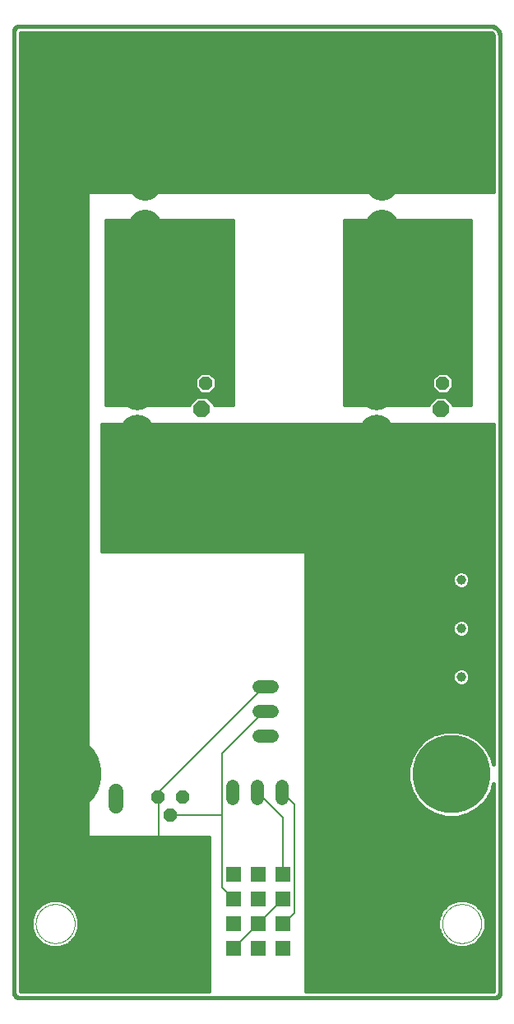
<source format=gbl>
G75*
%MOIN*%
%OFA0B0*%
%FSLAX25Y25*%
%IPPOS*%
%LPD*%
%AMOC8*
5,1,8,0,0,1.08239X$1,22.5*
%
%ADD10C,0.01600*%
%ADD11C,0.00000*%
%ADD12R,0.06496X0.06496*%
%ADD13C,0.13780*%
%ADD14OC8,0.05200*%
%ADD15C,0.13843*%
%ADD16OC8,0.06600*%
%ADD17C,0.31496*%
%ADD18C,0.05200*%
%ADD19C,0.06000*%
%ADD20C,0.00500*%
%ADD21C,0.03962*%
D10*
X0025422Y0023454D02*
X0025422Y0413217D01*
X0025424Y0413303D01*
X0025429Y0413389D01*
X0025439Y0413474D01*
X0025452Y0413559D01*
X0025469Y0413643D01*
X0025489Y0413727D01*
X0025513Y0413809D01*
X0025541Y0413890D01*
X0025572Y0413971D01*
X0025606Y0414049D01*
X0025644Y0414126D01*
X0025686Y0414202D01*
X0025730Y0414275D01*
X0025778Y0414346D01*
X0025829Y0414416D01*
X0025883Y0414483D01*
X0025939Y0414547D01*
X0025999Y0414609D01*
X0026061Y0414669D01*
X0026125Y0414725D01*
X0026192Y0414779D01*
X0026262Y0414830D01*
X0026333Y0414878D01*
X0026407Y0414922D01*
X0026482Y0414964D01*
X0026559Y0415002D01*
X0026637Y0415036D01*
X0026718Y0415067D01*
X0026799Y0415095D01*
X0026881Y0415119D01*
X0026965Y0415139D01*
X0027049Y0415156D01*
X0027134Y0415169D01*
X0027219Y0415179D01*
X0027305Y0415184D01*
X0027391Y0415186D01*
X0218335Y0415186D01*
X0218335Y0412586D02*
X0218596Y0412560D01*
X0219078Y0412360D01*
X0219447Y0411992D01*
X0219647Y0411510D01*
X0219672Y0411249D01*
X0219672Y0348257D01*
X0178114Y0348257D01*
X0178738Y0349764D01*
X0178738Y0367065D01*
X0178083Y0368645D01*
X0176874Y0369855D01*
X0175293Y0370509D01*
X0173582Y0370509D01*
X0172002Y0369855D01*
X0170792Y0368645D01*
X0170138Y0367065D01*
X0170138Y0349764D01*
X0170762Y0348257D01*
X0082011Y0348257D01*
X0082635Y0349764D01*
X0082635Y0367065D01*
X0081981Y0368645D01*
X0080771Y0369855D01*
X0079191Y0370509D01*
X0077480Y0370509D01*
X0075900Y0369855D01*
X0074690Y0368645D01*
X0074035Y0367065D01*
X0074035Y0349764D01*
X0074660Y0348257D01*
X0054950Y0348257D01*
X0054950Y0086446D01*
X0104162Y0086446D01*
X0104162Y0024085D01*
X0028022Y0024085D01*
X0028022Y0412586D01*
X0218335Y0412586D01*
X0218335Y0415186D02*
X0218459Y0415184D01*
X0218582Y0415178D01*
X0218706Y0415169D01*
X0218828Y0415155D01*
X0218951Y0415138D01*
X0219073Y0415116D01*
X0219194Y0415091D01*
X0219314Y0415062D01*
X0219433Y0415030D01*
X0219552Y0414993D01*
X0219669Y0414953D01*
X0219784Y0414910D01*
X0219899Y0414862D01*
X0220011Y0414811D01*
X0220122Y0414757D01*
X0220232Y0414699D01*
X0220339Y0414638D01*
X0220445Y0414573D01*
X0220548Y0414505D01*
X0220649Y0414434D01*
X0220748Y0414360D01*
X0220845Y0414283D01*
X0220939Y0414202D01*
X0221030Y0414119D01*
X0221119Y0414033D01*
X0221205Y0413944D01*
X0221288Y0413853D01*
X0221369Y0413759D01*
X0221446Y0413662D01*
X0221520Y0413563D01*
X0221591Y0413462D01*
X0221659Y0413359D01*
X0221724Y0413253D01*
X0221785Y0413146D01*
X0221843Y0413036D01*
X0221897Y0412925D01*
X0221948Y0412813D01*
X0221996Y0412698D01*
X0222039Y0412583D01*
X0222079Y0412466D01*
X0222116Y0412347D01*
X0222148Y0412228D01*
X0222177Y0412108D01*
X0222202Y0411987D01*
X0222224Y0411865D01*
X0222241Y0411742D01*
X0222255Y0411620D01*
X0222264Y0411496D01*
X0222270Y0411373D01*
X0222272Y0411249D01*
X0222272Y0023454D01*
X0222273Y0023454D02*
X0222271Y0023368D01*
X0222266Y0023282D01*
X0222256Y0023197D01*
X0222243Y0023112D01*
X0222226Y0023028D01*
X0222206Y0022944D01*
X0222182Y0022862D01*
X0222154Y0022781D01*
X0222123Y0022700D01*
X0222089Y0022622D01*
X0222051Y0022545D01*
X0222009Y0022469D01*
X0221965Y0022396D01*
X0221917Y0022325D01*
X0221866Y0022255D01*
X0221812Y0022188D01*
X0221756Y0022124D01*
X0221696Y0022062D01*
X0221634Y0022002D01*
X0221570Y0021946D01*
X0221503Y0021892D01*
X0221433Y0021841D01*
X0221362Y0021793D01*
X0221289Y0021749D01*
X0221213Y0021707D01*
X0221136Y0021669D01*
X0221058Y0021635D01*
X0220977Y0021604D01*
X0220896Y0021576D01*
X0220814Y0021552D01*
X0220730Y0021532D01*
X0220646Y0021515D01*
X0220561Y0021502D01*
X0220476Y0021492D01*
X0220390Y0021487D01*
X0220304Y0021485D01*
X0027391Y0021485D01*
X0027305Y0021487D01*
X0027219Y0021492D01*
X0027134Y0021502D01*
X0027049Y0021515D01*
X0026965Y0021532D01*
X0026881Y0021552D01*
X0026799Y0021576D01*
X0026718Y0021604D01*
X0026637Y0021635D01*
X0026559Y0021669D01*
X0026482Y0021707D01*
X0026406Y0021749D01*
X0026333Y0021793D01*
X0026262Y0021841D01*
X0026192Y0021892D01*
X0026125Y0021946D01*
X0026061Y0022002D01*
X0025999Y0022062D01*
X0025939Y0022124D01*
X0025883Y0022188D01*
X0025829Y0022255D01*
X0025778Y0022325D01*
X0025730Y0022396D01*
X0025686Y0022470D01*
X0025644Y0022545D01*
X0025606Y0022622D01*
X0025572Y0022700D01*
X0025541Y0022781D01*
X0025513Y0022862D01*
X0025489Y0022944D01*
X0025469Y0023028D01*
X0025452Y0023112D01*
X0025439Y0023197D01*
X0025429Y0023282D01*
X0025424Y0023368D01*
X0025422Y0023454D01*
X0028022Y0024682D02*
X0104162Y0024682D01*
X0104162Y0026281D02*
X0028022Y0026281D01*
X0028022Y0027879D02*
X0104162Y0027879D01*
X0104162Y0029478D02*
X0028022Y0029478D01*
X0028022Y0031076D02*
X0104162Y0031076D01*
X0104162Y0032675D02*
X0028022Y0032675D01*
X0028022Y0034273D02*
X0104162Y0034273D01*
X0104162Y0035872D02*
X0028022Y0035872D01*
X0028022Y0037470D02*
X0104162Y0037470D01*
X0104162Y0039069D02*
X0028022Y0039069D01*
X0028022Y0040667D02*
X0104162Y0040667D01*
X0104162Y0042266D02*
X0045110Y0042266D01*
X0043964Y0041791D02*
X0047527Y0043267D01*
X0050254Y0045994D01*
X0051730Y0049557D01*
X0051730Y0053413D01*
X0050254Y0056976D01*
X0047527Y0059703D01*
X0043964Y0061179D01*
X0040108Y0061179D01*
X0036545Y0059703D01*
X0033818Y0056976D01*
X0032343Y0053413D01*
X0032343Y0049557D01*
X0033818Y0045994D01*
X0036545Y0043267D01*
X0040108Y0041791D01*
X0043964Y0041791D01*
X0048124Y0043864D02*
X0104162Y0043864D01*
X0104162Y0045463D02*
X0049723Y0045463D01*
X0050696Y0047061D02*
X0104162Y0047061D01*
X0104162Y0048660D02*
X0051358Y0048660D01*
X0051730Y0050258D02*
X0104162Y0050258D01*
X0104162Y0051857D02*
X0051730Y0051857D01*
X0051713Y0053455D02*
X0104162Y0053455D01*
X0104162Y0055054D02*
X0051050Y0055054D01*
X0050388Y0056652D02*
X0104162Y0056652D01*
X0104162Y0058251D02*
X0048979Y0058251D01*
X0047174Y0059849D02*
X0104162Y0059849D01*
X0104162Y0061448D02*
X0028022Y0061448D01*
X0028022Y0063046D02*
X0104162Y0063046D01*
X0104162Y0064645D02*
X0028022Y0064645D01*
X0028022Y0066243D02*
X0104162Y0066243D01*
X0104162Y0067842D02*
X0028022Y0067842D01*
X0028022Y0069440D02*
X0104162Y0069440D01*
X0104162Y0071039D02*
X0028022Y0071039D01*
X0028022Y0072637D02*
X0104162Y0072637D01*
X0104162Y0074236D02*
X0028022Y0074236D01*
X0028022Y0075834D02*
X0104162Y0075834D01*
X0104162Y0077433D02*
X0028022Y0077433D01*
X0028022Y0079031D02*
X0104162Y0079031D01*
X0104162Y0080630D02*
X0028022Y0080630D01*
X0028022Y0082228D02*
X0104162Y0082228D01*
X0104162Y0083827D02*
X0028022Y0083827D01*
X0028022Y0085425D02*
X0104162Y0085425D01*
X0143532Y0085425D02*
X0219672Y0085425D01*
X0205096Y0085425D01*
X0210348Y0083827D02*
X0219672Y0083827D01*
X0143532Y0083827D01*
X0143532Y0082228D02*
X0219672Y0082228D01*
X0215600Y0082228D01*
X0219672Y0080989D02*
X0143532Y0104162D01*
X0143532Y0202587D01*
X0060855Y0202587D01*
X0060855Y0253769D01*
X0219672Y0253769D01*
X0219672Y0116074D01*
X0218940Y0118809D01*
X0216629Y0122811D01*
X0213362Y0126078D01*
X0209361Y0128388D01*
X0204898Y0129584D01*
X0200277Y0129584D01*
X0195814Y0128388D01*
X0191813Y0126078D01*
X0188545Y0122811D01*
X0186235Y0118809D01*
X0185039Y0114346D01*
X0185039Y0109726D01*
X0186235Y0105263D01*
X0188545Y0101261D01*
X0191813Y0097994D01*
X0195814Y0095684D01*
X0200277Y0094488D01*
X0204898Y0094488D01*
X0209361Y0095684D01*
X0213362Y0097994D01*
X0216629Y0101261D01*
X0218940Y0105263D01*
X0219672Y0107998D01*
X0219672Y0024085D01*
X0143532Y0024085D01*
X0143532Y0115973D01*
X0185475Y0115973D01*
X0185039Y0114346D01*
X0185039Y0109726D01*
X0186235Y0105263D01*
X0188545Y0101261D01*
X0191813Y0097994D01*
X0195814Y0095684D01*
X0200277Y0094488D01*
X0204898Y0094488D01*
X0209361Y0095684D01*
X0213362Y0097994D01*
X0216629Y0101261D01*
X0218940Y0105263D01*
X0219672Y0107998D01*
X0219672Y0080989D01*
X0219672Y0080630D02*
X0143532Y0080630D01*
X0143532Y0079031D02*
X0219672Y0079031D01*
X0219672Y0077433D02*
X0143532Y0077433D01*
X0143532Y0075834D02*
X0219672Y0075834D01*
X0219672Y0074236D02*
X0143532Y0074236D01*
X0143532Y0072637D02*
X0219672Y0072637D01*
X0219672Y0071039D02*
X0143532Y0071039D01*
X0143532Y0069440D02*
X0219672Y0069440D01*
X0219672Y0067842D02*
X0143532Y0067842D01*
X0143532Y0066243D02*
X0219672Y0066243D01*
X0219672Y0064645D02*
X0143532Y0064645D01*
X0143532Y0063046D02*
X0219672Y0063046D01*
X0219672Y0061448D02*
X0143532Y0061448D01*
X0143532Y0059849D02*
X0201702Y0059849D01*
X0201348Y0059703D02*
X0198621Y0056976D01*
X0197146Y0053413D01*
X0197146Y0049557D01*
X0198621Y0045994D01*
X0201348Y0043267D01*
X0204911Y0041791D01*
X0208768Y0041791D01*
X0212330Y0043267D01*
X0215057Y0045994D01*
X0216533Y0049557D01*
X0216533Y0053413D01*
X0215057Y0056976D01*
X0212330Y0059703D01*
X0208768Y0061179D01*
X0204911Y0061179D01*
X0201348Y0059703D01*
X0199896Y0058251D02*
X0143532Y0058251D01*
X0143532Y0056652D02*
X0198487Y0056652D01*
X0197825Y0055054D02*
X0143532Y0055054D01*
X0143532Y0053455D02*
X0197163Y0053455D01*
X0197146Y0051857D02*
X0143532Y0051857D01*
X0143532Y0050258D02*
X0197146Y0050258D01*
X0197517Y0048660D02*
X0143532Y0048660D01*
X0143532Y0047061D02*
X0198179Y0047061D01*
X0199153Y0045463D02*
X0143532Y0045463D01*
X0143532Y0043864D02*
X0200751Y0043864D01*
X0203766Y0042266D02*
X0143532Y0042266D01*
X0143532Y0040667D02*
X0219672Y0040667D01*
X0219672Y0039069D02*
X0143532Y0039069D01*
X0143532Y0037470D02*
X0219672Y0037470D01*
X0219672Y0035872D02*
X0143532Y0035872D01*
X0143532Y0034273D02*
X0219672Y0034273D01*
X0219672Y0032675D02*
X0143532Y0032675D01*
X0143532Y0031076D02*
X0219672Y0031076D01*
X0219672Y0029478D02*
X0143532Y0029478D01*
X0143532Y0027879D02*
X0219672Y0027879D01*
X0219672Y0026281D02*
X0143532Y0026281D01*
X0143532Y0024682D02*
X0219672Y0024682D01*
X0219672Y0042266D02*
X0209913Y0042266D01*
X0212927Y0043864D02*
X0219672Y0043864D01*
X0219672Y0045463D02*
X0214526Y0045463D01*
X0215499Y0047061D02*
X0219672Y0047061D01*
X0219672Y0048660D02*
X0216161Y0048660D01*
X0216533Y0050258D02*
X0219672Y0050258D01*
X0219672Y0051857D02*
X0216533Y0051857D01*
X0216516Y0053455D02*
X0219672Y0053455D01*
X0219672Y0055054D02*
X0215854Y0055054D01*
X0215191Y0056652D02*
X0219672Y0056652D01*
X0219672Y0058251D02*
X0213783Y0058251D01*
X0211977Y0059849D02*
X0219672Y0059849D01*
X0219672Y0087024D02*
X0143532Y0087024D01*
X0143532Y0088623D02*
X0219672Y0088623D01*
X0194591Y0088623D01*
X0194202Y0096615D02*
X0143532Y0096615D01*
X0143532Y0095017D02*
X0198305Y0095017D01*
X0173582Y0095017D01*
X0168330Y0096615D02*
X0194202Y0096615D01*
X0191593Y0098214D02*
X0143532Y0098214D01*
X0143532Y0099812D02*
X0189995Y0099812D01*
X0157826Y0099812D01*
X0163078Y0098214D02*
X0191593Y0098214D01*
X0188459Y0101411D02*
X0143532Y0101411D01*
X0143532Y0103009D02*
X0187536Y0103009D01*
X0147321Y0103009D01*
X0143532Y0104608D02*
X0186614Y0104608D01*
X0143532Y0104608D01*
X0143532Y0106206D02*
X0185982Y0106206D01*
X0143532Y0106206D01*
X0143532Y0107805D02*
X0185554Y0107805D01*
X0143532Y0107805D01*
X0143532Y0109403D02*
X0185126Y0109403D01*
X0143532Y0109403D01*
X0143532Y0111002D02*
X0185039Y0111002D01*
X0143532Y0111002D01*
X0143532Y0112600D02*
X0185039Y0112600D01*
X0143532Y0112600D01*
X0143532Y0114199D02*
X0185039Y0114199D01*
X0143532Y0114199D01*
X0143532Y0115797D02*
X0185428Y0115797D01*
X0143532Y0115797D01*
X0143532Y0117396D02*
X0185856Y0117396D01*
X0186342Y0118994D02*
X0143532Y0118994D01*
X0143532Y0120593D02*
X0187265Y0120593D01*
X0188188Y0122191D02*
X0143532Y0122191D01*
X0143532Y0123790D02*
X0189524Y0123790D01*
X0191123Y0125388D02*
X0143532Y0125388D01*
X0143532Y0126987D02*
X0193387Y0126987D01*
X0196549Y0128585D02*
X0143532Y0128585D01*
X0143532Y0130184D02*
X0219672Y0130184D01*
X0219672Y0131782D02*
X0143532Y0131782D01*
X0143532Y0133381D02*
X0219672Y0133381D01*
X0219672Y0134979D02*
X0143532Y0134979D01*
X0143532Y0136578D02*
X0219672Y0136578D01*
X0219672Y0138176D02*
X0143532Y0138176D01*
X0143532Y0139775D02*
X0219672Y0139775D01*
X0219672Y0141373D02*
X0143532Y0141373D01*
X0143532Y0142972D02*
X0219672Y0142972D01*
X0219672Y0144570D02*
X0143532Y0144570D01*
X0143532Y0146169D02*
X0219672Y0146169D01*
X0219672Y0147767D02*
X0143532Y0147767D01*
X0143532Y0149366D02*
X0203500Y0149366D01*
X0203488Y0149378D02*
X0204496Y0148370D01*
X0205812Y0147825D01*
X0207237Y0147825D01*
X0208553Y0148370D01*
X0209560Y0149378D01*
X0210105Y0150694D01*
X0210105Y0152119D01*
X0209560Y0153435D01*
X0208553Y0154442D01*
X0207237Y0154987D01*
X0205812Y0154987D01*
X0204496Y0154442D01*
X0203488Y0153435D01*
X0202943Y0152119D01*
X0202943Y0150694D01*
X0203488Y0149378D01*
X0202943Y0150964D02*
X0143532Y0150964D01*
X0143532Y0152563D02*
X0203127Y0152563D01*
X0204215Y0154161D02*
X0143532Y0154161D01*
X0143532Y0155760D02*
X0219672Y0155760D01*
X0219672Y0157359D02*
X0143532Y0157359D01*
X0143532Y0158957D02*
X0219672Y0158957D01*
X0219672Y0160556D02*
X0143532Y0160556D01*
X0143532Y0162154D02*
X0219672Y0162154D01*
X0219672Y0163753D02*
X0143532Y0163753D01*
X0143532Y0165351D02*
X0219672Y0165351D01*
X0219672Y0166950D02*
X0143532Y0166950D01*
X0143532Y0168548D02*
X0204003Y0168548D01*
X0204496Y0168055D02*
X0205812Y0167510D01*
X0207237Y0167510D01*
X0208553Y0168055D01*
X0209560Y0169063D01*
X0210105Y0170379D01*
X0210105Y0171804D01*
X0209560Y0173120D01*
X0208553Y0174127D01*
X0207237Y0174672D01*
X0205812Y0174672D01*
X0204496Y0174127D01*
X0203488Y0173120D01*
X0202943Y0171804D01*
X0202943Y0170379D01*
X0203488Y0169063D01*
X0204496Y0168055D01*
X0203040Y0170147D02*
X0143532Y0170147D01*
X0143532Y0171745D02*
X0202943Y0171745D01*
X0203712Y0173344D02*
X0143532Y0173344D01*
X0143532Y0174942D02*
X0219672Y0174942D01*
X0219672Y0173344D02*
X0209337Y0173344D01*
X0210105Y0171745D02*
X0219672Y0171745D01*
X0219672Y0170147D02*
X0210009Y0170147D01*
X0209046Y0168548D02*
X0219672Y0168548D01*
X0219672Y0176541D02*
X0143532Y0176541D01*
X0143532Y0178139D02*
X0219672Y0178139D01*
X0219672Y0179738D02*
X0143532Y0179738D01*
X0143532Y0181336D02*
X0219672Y0181336D01*
X0219672Y0182935D02*
X0143532Y0182935D01*
X0143532Y0184533D02*
X0219672Y0184533D01*
X0219672Y0186132D02*
X0143532Y0186132D01*
X0143532Y0187730D02*
X0204521Y0187730D01*
X0204496Y0187740D02*
X0205812Y0187195D01*
X0207237Y0187195D01*
X0208553Y0187740D01*
X0209560Y0188748D01*
X0210105Y0190064D01*
X0210105Y0191489D01*
X0209560Y0192805D01*
X0208553Y0193812D01*
X0207237Y0194357D01*
X0205812Y0194357D01*
X0204496Y0193812D01*
X0203488Y0192805D01*
X0202943Y0191489D01*
X0202943Y0190064D01*
X0203488Y0188748D01*
X0204496Y0187740D01*
X0203248Y0189329D02*
X0143532Y0189329D01*
X0143532Y0190927D02*
X0202943Y0190927D01*
X0203373Y0192526D02*
X0143532Y0192526D01*
X0143532Y0194124D02*
X0205249Y0194124D01*
X0207800Y0194124D02*
X0219672Y0194124D01*
X0219672Y0192526D02*
X0209676Y0192526D01*
X0210105Y0190927D02*
X0219672Y0190927D01*
X0219672Y0189329D02*
X0209801Y0189329D01*
X0208528Y0187730D02*
X0219672Y0187730D01*
X0219672Y0195723D02*
X0143532Y0195723D01*
X0143532Y0197321D02*
X0219672Y0197321D01*
X0219672Y0198920D02*
X0143532Y0198920D01*
X0143532Y0200518D02*
X0219672Y0200518D01*
X0219672Y0202117D02*
X0143532Y0202117D01*
X0159280Y0261643D02*
X0159280Y0336446D01*
X0170338Y0336446D01*
X0170138Y0335962D01*
X0170138Y0318661D01*
X0170792Y0317081D01*
X0172002Y0315871D01*
X0173582Y0315217D01*
X0175293Y0315217D01*
X0176874Y0315871D01*
X0178083Y0317081D01*
X0178738Y0318661D01*
X0178738Y0335962D01*
X0178538Y0336446D01*
X0210461Y0336446D01*
X0210461Y0261643D01*
X0203396Y0261643D01*
X0203396Y0262101D01*
X0200409Y0265089D01*
X0196184Y0265089D01*
X0193196Y0262101D01*
X0193196Y0261643D01*
X0159280Y0261643D01*
X0159280Y0262860D02*
X0193955Y0262860D01*
X0195553Y0264459D02*
X0159280Y0264459D01*
X0159280Y0266057D02*
X0210461Y0266057D01*
X0210461Y0264459D02*
X0201039Y0264459D01*
X0200827Y0266140D02*
X0203405Y0268718D01*
X0203405Y0272363D01*
X0200827Y0274940D01*
X0197182Y0274940D01*
X0194605Y0272363D01*
X0194605Y0268718D01*
X0197182Y0266140D01*
X0200827Y0266140D01*
X0202343Y0267656D02*
X0210461Y0267656D01*
X0210461Y0269254D02*
X0203405Y0269254D01*
X0203405Y0270853D02*
X0210461Y0270853D01*
X0210461Y0272451D02*
X0203316Y0272451D01*
X0201718Y0274050D02*
X0210461Y0274050D01*
X0210461Y0275648D02*
X0159280Y0275648D01*
X0159280Y0274050D02*
X0196292Y0274050D01*
X0194693Y0272451D02*
X0159280Y0272451D01*
X0159280Y0270853D02*
X0194605Y0270853D01*
X0194605Y0269254D02*
X0159280Y0269254D01*
X0159280Y0267656D02*
X0195667Y0267656D01*
X0202637Y0262860D02*
X0210461Y0262860D01*
X0219672Y0253269D02*
X0060855Y0253269D01*
X0060855Y0251671D02*
X0219672Y0251671D01*
X0219672Y0250072D02*
X0060855Y0250072D01*
X0060855Y0248474D02*
X0219672Y0248474D01*
X0219672Y0246875D02*
X0060855Y0246875D01*
X0060855Y0245277D02*
X0219672Y0245277D01*
X0219672Y0243678D02*
X0060855Y0243678D01*
X0060855Y0242080D02*
X0219672Y0242080D01*
X0219672Y0240481D02*
X0060855Y0240481D01*
X0060855Y0238883D02*
X0219672Y0238883D01*
X0219672Y0237284D02*
X0060855Y0237284D01*
X0060855Y0235686D02*
X0219672Y0235686D01*
X0219672Y0234087D02*
X0060855Y0234087D01*
X0060855Y0232489D02*
X0219672Y0232489D01*
X0219672Y0230890D02*
X0060855Y0230890D01*
X0060855Y0229292D02*
X0219672Y0229292D01*
X0219672Y0227693D02*
X0060855Y0227693D01*
X0060855Y0226094D02*
X0219672Y0226094D01*
X0219672Y0224496D02*
X0060855Y0224496D01*
X0060855Y0222897D02*
X0219672Y0222897D01*
X0219672Y0221299D02*
X0060855Y0221299D01*
X0060855Y0219700D02*
X0219672Y0219700D01*
X0219672Y0218102D02*
X0060855Y0218102D01*
X0060855Y0216503D02*
X0219672Y0216503D01*
X0219672Y0214905D02*
X0060855Y0214905D01*
X0060855Y0213306D02*
X0219672Y0213306D01*
X0219672Y0211708D02*
X0060855Y0211708D01*
X0060855Y0210109D02*
X0219672Y0210109D01*
X0219672Y0208511D02*
X0060855Y0208511D01*
X0060855Y0206912D02*
X0219672Y0206912D01*
X0219672Y0205314D02*
X0060855Y0205314D01*
X0060855Y0203715D02*
X0219672Y0203715D01*
X0219672Y0154161D02*
X0208834Y0154161D01*
X0209921Y0152563D02*
X0219672Y0152563D01*
X0219672Y0150964D02*
X0210105Y0150964D01*
X0209548Y0149366D02*
X0219672Y0149366D01*
X0219672Y0128585D02*
X0208626Y0128585D01*
X0211788Y0126987D02*
X0219672Y0126987D01*
X0219672Y0125388D02*
X0214052Y0125388D01*
X0215651Y0123790D02*
X0219672Y0123790D01*
X0219672Y0122191D02*
X0216987Y0122191D01*
X0217910Y0120593D02*
X0219672Y0120593D01*
X0219672Y0118994D02*
X0218833Y0118994D01*
X0219318Y0117396D02*
X0219672Y0117396D01*
X0219621Y0107805D02*
X0219672Y0107805D01*
X0219621Y0107805D01*
X0219672Y0106206D02*
X0219192Y0106206D01*
X0219672Y0106206D01*
X0219672Y0104608D02*
X0218561Y0104608D01*
X0219672Y0104608D01*
X0219672Y0103009D02*
X0217638Y0103009D01*
X0219672Y0103009D01*
X0219672Y0101411D02*
X0216715Y0101411D01*
X0219672Y0101411D01*
X0219672Y0099812D02*
X0215180Y0099812D01*
X0219672Y0099812D01*
X0219672Y0098214D02*
X0213581Y0098214D01*
X0219672Y0098214D01*
X0219672Y0096615D02*
X0210973Y0096615D01*
X0219672Y0096615D01*
X0219672Y0095017D02*
X0206870Y0095017D01*
X0219672Y0095017D01*
X0219672Y0093418D02*
X0143532Y0093418D01*
X0143532Y0091820D02*
X0219672Y0091820D01*
X0184087Y0091820D01*
X0178834Y0093418D02*
X0219672Y0093418D01*
X0219672Y0090221D02*
X0143532Y0090221D01*
X0152573Y0101411D02*
X0188459Y0101411D01*
X0189339Y0090221D02*
X0219672Y0090221D01*
X0219672Y0087024D02*
X0199843Y0087024D01*
X0114005Y0261643D02*
X0106585Y0261643D01*
X0106585Y0262101D01*
X0103598Y0265089D01*
X0099373Y0265089D01*
X0096385Y0262101D01*
X0096385Y0261643D01*
X0062824Y0261643D01*
X0062824Y0336446D01*
X0074236Y0336446D01*
X0074035Y0335962D01*
X0074035Y0318661D01*
X0074690Y0317081D01*
X0075900Y0315871D01*
X0077480Y0315217D01*
X0079191Y0315217D01*
X0080771Y0315871D01*
X0081981Y0317081D01*
X0082635Y0318661D01*
X0082635Y0335962D01*
X0082435Y0336446D01*
X0114005Y0336446D01*
X0114005Y0261643D01*
X0114005Y0262860D02*
X0105826Y0262860D01*
X0104228Y0264459D02*
X0114005Y0264459D01*
X0114005Y0266057D02*
X0062824Y0266057D01*
X0062824Y0264459D02*
X0098742Y0264459D01*
X0097144Y0262860D02*
X0062824Y0262860D01*
X0062824Y0267656D02*
X0099564Y0267656D01*
X0098502Y0268718D02*
X0101080Y0266140D01*
X0104725Y0266140D01*
X0107302Y0268718D01*
X0107302Y0272363D01*
X0104725Y0274940D01*
X0101080Y0274940D01*
X0098502Y0272363D01*
X0098502Y0268718D01*
X0098502Y0269254D02*
X0062824Y0269254D01*
X0062824Y0270853D02*
X0098502Y0270853D01*
X0098591Y0272451D02*
X0062824Y0272451D01*
X0062824Y0274050D02*
X0100190Y0274050D01*
X0105615Y0274050D02*
X0114005Y0274050D01*
X0114005Y0275648D02*
X0062824Y0275648D01*
X0062824Y0277247D02*
X0114005Y0277247D01*
X0114005Y0278845D02*
X0062824Y0278845D01*
X0062824Y0280444D02*
X0114005Y0280444D01*
X0114005Y0282042D02*
X0062824Y0282042D01*
X0062824Y0283641D02*
X0114005Y0283641D01*
X0114005Y0285239D02*
X0062824Y0285239D01*
X0062824Y0286838D02*
X0114005Y0286838D01*
X0114005Y0288436D02*
X0062824Y0288436D01*
X0062824Y0290035D02*
X0114005Y0290035D01*
X0114005Y0291633D02*
X0062824Y0291633D01*
X0062824Y0293232D02*
X0114005Y0293232D01*
X0114005Y0294830D02*
X0062824Y0294830D01*
X0062824Y0296429D02*
X0114005Y0296429D01*
X0114005Y0298027D02*
X0062824Y0298027D01*
X0062824Y0299626D02*
X0114005Y0299626D01*
X0114005Y0301225D02*
X0062824Y0301225D01*
X0062824Y0302823D02*
X0114005Y0302823D01*
X0114005Y0304422D02*
X0062824Y0304422D01*
X0062824Y0306020D02*
X0114005Y0306020D01*
X0114005Y0307619D02*
X0062824Y0307619D01*
X0062824Y0309217D02*
X0114005Y0309217D01*
X0114005Y0310816D02*
X0062824Y0310816D01*
X0062824Y0312414D02*
X0114005Y0312414D01*
X0114005Y0314013D02*
X0062824Y0314013D01*
X0062824Y0315611D02*
X0076527Y0315611D01*
X0074637Y0317210D02*
X0062824Y0317210D01*
X0062824Y0318808D02*
X0074035Y0318808D01*
X0074035Y0320407D02*
X0062824Y0320407D01*
X0062824Y0322005D02*
X0074035Y0322005D01*
X0074035Y0323604D02*
X0062824Y0323604D01*
X0062824Y0325202D02*
X0074035Y0325202D01*
X0074035Y0326801D02*
X0062824Y0326801D01*
X0062824Y0328399D02*
X0074035Y0328399D01*
X0074035Y0329998D02*
X0062824Y0329998D01*
X0062824Y0331596D02*
X0074035Y0331596D01*
X0074035Y0333195D02*
X0062824Y0333195D01*
X0062824Y0334793D02*
X0074035Y0334793D01*
X0074213Y0336392D02*
X0062824Y0336392D01*
X0054950Y0336392D02*
X0028022Y0336392D01*
X0028022Y0337990D02*
X0054950Y0337990D01*
X0054950Y0339589D02*
X0028022Y0339589D01*
X0028022Y0341187D02*
X0054950Y0341187D01*
X0054950Y0342786D02*
X0028022Y0342786D01*
X0028022Y0344384D02*
X0054950Y0344384D01*
X0054950Y0345983D02*
X0028022Y0345983D01*
X0028022Y0347581D02*
X0054950Y0347581D01*
X0054950Y0334793D02*
X0028022Y0334793D01*
X0028022Y0333195D02*
X0054950Y0333195D01*
X0054950Y0331596D02*
X0028022Y0331596D01*
X0028022Y0329998D02*
X0054950Y0329998D01*
X0054950Y0328399D02*
X0028022Y0328399D01*
X0028022Y0326801D02*
X0054950Y0326801D01*
X0054950Y0325202D02*
X0028022Y0325202D01*
X0028022Y0323604D02*
X0054950Y0323604D01*
X0054950Y0322005D02*
X0028022Y0322005D01*
X0028022Y0320407D02*
X0054950Y0320407D01*
X0054950Y0318808D02*
X0028022Y0318808D01*
X0028022Y0317210D02*
X0054950Y0317210D01*
X0054950Y0315611D02*
X0028022Y0315611D01*
X0028022Y0314013D02*
X0054950Y0314013D01*
X0054950Y0312414D02*
X0028022Y0312414D01*
X0028022Y0310816D02*
X0054950Y0310816D01*
X0054950Y0309217D02*
X0028022Y0309217D01*
X0028022Y0307619D02*
X0054950Y0307619D01*
X0054950Y0306020D02*
X0028022Y0306020D01*
X0028022Y0304422D02*
X0054950Y0304422D01*
X0054950Y0302823D02*
X0028022Y0302823D01*
X0028022Y0301225D02*
X0054950Y0301225D01*
X0054950Y0299626D02*
X0028022Y0299626D01*
X0028022Y0298027D02*
X0054950Y0298027D01*
X0054950Y0296429D02*
X0028022Y0296429D01*
X0028022Y0294830D02*
X0054950Y0294830D01*
X0054950Y0293232D02*
X0028022Y0293232D01*
X0028022Y0291633D02*
X0054950Y0291633D01*
X0054950Y0290035D02*
X0028022Y0290035D01*
X0028022Y0288436D02*
X0054950Y0288436D01*
X0054950Y0286838D02*
X0028022Y0286838D01*
X0028022Y0285239D02*
X0054950Y0285239D01*
X0054950Y0283641D02*
X0028022Y0283641D01*
X0028022Y0282042D02*
X0054950Y0282042D01*
X0054950Y0280444D02*
X0028022Y0280444D01*
X0028022Y0278845D02*
X0054950Y0278845D01*
X0054950Y0277247D02*
X0028022Y0277247D01*
X0028022Y0275648D02*
X0054950Y0275648D01*
X0054950Y0274050D02*
X0028022Y0274050D01*
X0028022Y0272451D02*
X0054950Y0272451D01*
X0054950Y0270853D02*
X0028022Y0270853D01*
X0028022Y0269254D02*
X0054950Y0269254D01*
X0054950Y0267656D02*
X0028022Y0267656D01*
X0028022Y0266057D02*
X0054950Y0266057D01*
X0054950Y0264459D02*
X0028022Y0264459D01*
X0028022Y0262860D02*
X0054950Y0262860D01*
X0054950Y0261262D02*
X0028022Y0261262D01*
X0028022Y0259663D02*
X0054950Y0259663D01*
X0054950Y0258065D02*
X0028022Y0258065D01*
X0028022Y0256466D02*
X0054950Y0256466D01*
X0054950Y0254868D02*
X0028022Y0254868D01*
X0028022Y0253269D02*
X0054950Y0253269D01*
X0054950Y0251671D02*
X0028022Y0251671D01*
X0028022Y0250072D02*
X0054950Y0250072D01*
X0054950Y0248474D02*
X0028022Y0248474D01*
X0028022Y0246875D02*
X0054950Y0246875D01*
X0054950Y0245277D02*
X0028022Y0245277D01*
X0028022Y0243678D02*
X0054950Y0243678D01*
X0054950Y0242080D02*
X0028022Y0242080D01*
X0028022Y0240481D02*
X0054950Y0240481D01*
X0054950Y0238883D02*
X0028022Y0238883D01*
X0028022Y0237284D02*
X0054950Y0237284D01*
X0054950Y0235686D02*
X0028022Y0235686D01*
X0028022Y0234087D02*
X0054950Y0234087D01*
X0054950Y0232489D02*
X0028022Y0232489D01*
X0028022Y0230890D02*
X0054950Y0230890D01*
X0054950Y0229292D02*
X0028022Y0229292D01*
X0028022Y0227693D02*
X0054950Y0227693D01*
X0054950Y0226094D02*
X0028022Y0226094D01*
X0028022Y0224496D02*
X0054950Y0224496D01*
X0054950Y0222897D02*
X0028022Y0222897D01*
X0028022Y0221299D02*
X0054950Y0221299D01*
X0054950Y0219700D02*
X0028022Y0219700D01*
X0028022Y0218102D02*
X0054950Y0218102D01*
X0054950Y0216503D02*
X0028022Y0216503D01*
X0028022Y0214905D02*
X0054950Y0214905D01*
X0054950Y0213306D02*
X0028022Y0213306D01*
X0028022Y0211708D02*
X0054950Y0211708D01*
X0054950Y0210109D02*
X0028022Y0210109D01*
X0028022Y0208511D02*
X0054950Y0208511D01*
X0054950Y0206912D02*
X0028022Y0206912D01*
X0028022Y0205314D02*
X0054950Y0205314D01*
X0054950Y0203715D02*
X0028022Y0203715D01*
X0028022Y0202117D02*
X0054950Y0202117D01*
X0054950Y0200518D02*
X0028022Y0200518D01*
X0028022Y0198920D02*
X0054950Y0198920D01*
X0054950Y0197321D02*
X0028022Y0197321D01*
X0028022Y0195723D02*
X0054950Y0195723D01*
X0054950Y0194124D02*
X0028022Y0194124D01*
X0028022Y0192526D02*
X0054950Y0192526D01*
X0054950Y0190927D02*
X0028022Y0190927D01*
X0028022Y0189329D02*
X0054950Y0189329D01*
X0054950Y0187730D02*
X0028022Y0187730D01*
X0028022Y0186132D02*
X0054950Y0186132D01*
X0054950Y0184533D02*
X0028022Y0184533D01*
X0028022Y0182935D02*
X0054950Y0182935D01*
X0054950Y0181336D02*
X0028022Y0181336D01*
X0028022Y0179738D02*
X0054950Y0179738D01*
X0054950Y0178139D02*
X0028022Y0178139D01*
X0028022Y0176541D02*
X0054950Y0176541D01*
X0054950Y0174942D02*
X0028022Y0174942D01*
X0028022Y0173344D02*
X0054950Y0173344D01*
X0054950Y0171745D02*
X0028022Y0171745D01*
X0028022Y0170147D02*
X0054950Y0170147D01*
X0054950Y0168548D02*
X0028022Y0168548D01*
X0028022Y0166950D02*
X0054950Y0166950D01*
X0054950Y0165351D02*
X0028022Y0165351D01*
X0028022Y0163753D02*
X0054950Y0163753D01*
X0054950Y0162154D02*
X0028022Y0162154D01*
X0028022Y0160556D02*
X0054950Y0160556D01*
X0054950Y0158957D02*
X0028022Y0158957D01*
X0028022Y0157359D02*
X0054950Y0157359D01*
X0054950Y0155760D02*
X0028022Y0155760D01*
X0028022Y0154161D02*
X0054950Y0154161D01*
X0054950Y0152563D02*
X0028022Y0152563D01*
X0028022Y0150964D02*
X0054950Y0150964D01*
X0054950Y0149366D02*
X0028022Y0149366D01*
X0028022Y0147767D02*
X0054950Y0147767D01*
X0054950Y0146169D02*
X0028022Y0146169D01*
X0028022Y0144570D02*
X0054950Y0144570D01*
X0054950Y0142972D02*
X0028022Y0142972D01*
X0028022Y0141373D02*
X0054950Y0141373D01*
X0054950Y0139775D02*
X0028022Y0139775D01*
X0028022Y0138176D02*
X0054950Y0138176D01*
X0054950Y0136578D02*
X0028022Y0136578D01*
X0028022Y0134979D02*
X0054950Y0134979D01*
X0054950Y0133381D02*
X0028022Y0133381D01*
X0028022Y0131782D02*
X0054950Y0131782D01*
X0054950Y0130184D02*
X0028022Y0130184D01*
X0028022Y0128585D02*
X0054950Y0128585D01*
X0054950Y0126987D02*
X0028022Y0126987D01*
X0028022Y0125388D02*
X0054950Y0125388D01*
X0054950Y0123790D02*
X0028022Y0123790D01*
X0028022Y0122191D02*
X0054950Y0122191D01*
X0054950Y0120593D02*
X0028022Y0120593D01*
X0028022Y0118994D02*
X0054950Y0118994D01*
X0054950Y0117396D02*
X0028022Y0117396D01*
X0028022Y0115797D02*
X0054950Y0115797D01*
X0054950Y0114199D02*
X0028022Y0114199D01*
X0028022Y0112600D02*
X0054950Y0112600D01*
X0054950Y0111002D02*
X0028022Y0111002D01*
X0028022Y0109403D02*
X0054950Y0109403D01*
X0054950Y0107805D02*
X0028022Y0107805D01*
X0028022Y0106206D02*
X0054950Y0106206D01*
X0054950Y0104608D02*
X0028022Y0104608D01*
X0028022Y0103009D02*
X0054950Y0103009D01*
X0054950Y0101411D02*
X0028022Y0101411D01*
X0028022Y0099812D02*
X0054950Y0099812D01*
X0054950Y0098214D02*
X0028022Y0098214D01*
X0028022Y0096615D02*
X0054950Y0096615D01*
X0054950Y0095017D02*
X0028022Y0095017D01*
X0028022Y0093418D02*
X0054950Y0093418D01*
X0054950Y0091820D02*
X0028022Y0091820D01*
X0028022Y0090221D02*
X0054950Y0090221D01*
X0054950Y0088623D02*
X0028022Y0088623D01*
X0028022Y0087024D02*
X0054950Y0087024D01*
X0036899Y0059849D02*
X0028022Y0059849D01*
X0028022Y0058251D02*
X0035093Y0058251D01*
X0033684Y0056652D02*
X0028022Y0056652D01*
X0028022Y0055054D02*
X0033022Y0055054D01*
X0032360Y0053455D02*
X0028022Y0053455D01*
X0028022Y0051857D02*
X0032343Y0051857D01*
X0032343Y0050258D02*
X0028022Y0050258D01*
X0028022Y0048660D02*
X0032714Y0048660D01*
X0033376Y0047061D02*
X0028022Y0047061D01*
X0028022Y0045463D02*
X0034350Y0045463D01*
X0035948Y0043864D02*
X0028022Y0043864D01*
X0028022Y0042266D02*
X0038963Y0042266D01*
X0106241Y0267656D02*
X0114005Y0267656D01*
X0114005Y0269254D02*
X0107302Y0269254D01*
X0107302Y0270853D02*
X0114005Y0270853D01*
X0114005Y0272451D02*
X0107214Y0272451D01*
X0114005Y0315611D02*
X0080143Y0315611D01*
X0082034Y0317210D02*
X0114005Y0317210D01*
X0114005Y0318808D02*
X0082635Y0318808D01*
X0082635Y0320407D02*
X0114005Y0320407D01*
X0114005Y0322005D02*
X0082635Y0322005D01*
X0082635Y0323604D02*
X0114005Y0323604D01*
X0114005Y0325202D02*
X0082635Y0325202D01*
X0082635Y0326801D02*
X0114005Y0326801D01*
X0114005Y0328399D02*
X0082635Y0328399D01*
X0082635Y0329998D02*
X0114005Y0329998D01*
X0114005Y0331596D02*
X0082635Y0331596D01*
X0082635Y0333195D02*
X0114005Y0333195D01*
X0114005Y0334793D02*
X0082635Y0334793D01*
X0082458Y0336392D02*
X0114005Y0336392D01*
X0082394Y0349180D02*
X0170380Y0349180D01*
X0170138Y0350778D02*
X0082635Y0350778D01*
X0082635Y0352377D02*
X0170138Y0352377D01*
X0170138Y0353975D02*
X0082635Y0353975D01*
X0082635Y0355574D02*
X0170138Y0355574D01*
X0170138Y0357172D02*
X0082635Y0357172D01*
X0082635Y0358771D02*
X0170138Y0358771D01*
X0170138Y0360369D02*
X0082635Y0360369D01*
X0082635Y0361968D02*
X0170138Y0361968D01*
X0170138Y0363566D02*
X0082635Y0363566D01*
X0082635Y0365165D02*
X0170138Y0365165D01*
X0170138Y0366763D02*
X0082635Y0366763D01*
X0082098Y0368362D02*
X0170675Y0368362D01*
X0172257Y0369961D02*
X0080516Y0369961D01*
X0076155Y0369961D02*
X0028022Y0369961D01*
X0028022Y0371559D02*
X0219672Y0371559D01*
X0219672Y0369961D02*
X0176618Y0369961D01*
X0178200Y0368362D02*
X0219672Y0368362D01*
X0219672Y0366763D02*
X0178738Y0366763D01*
X0178738Y0365165D02*
X0219672Y0365165D01*
X0219672Y0363566D02*
X0178738Y0363566D01*
X0178738Y0361968D02*
X0219672Y0361968D01*
X0219672Y0360369D02*
X0178738Y0360369D01*
X0178738Y0358771D02*
X0219672Y0358771D01*
X0219672Y0357172D02*
X0178738Y0357172D01*
X0178738Y0355574D02*
X0219672Y0355574D01*
X0219672Y0353975D02*
X0178738Y0353975D01*
X0178738Y0352377D02*
X0219672Y0352377D01*
X0219672Y0350778D02*
X0178738Y0350778D01*
X0178496Y0349180D02*
X0219672Y0349180D01*
X0210461Y0336392D02*
X0178560Y0336392D01*
X0178738Y0334793D02*
X0210461Y0334793D01*
X0210461Y0333195D02*
X0178738Y0333195D01*
X0178738Y0331596D02*
X0210461Y0331596D01*
X0210461Y0329998D02*
X0178738Y0329998D01*
X0178738Y0328399D02*
X0210461Y0328399D01*
X0210461Y0326801D02*
X0178738Y0326801D01*
X0178738Y0325202D02*
X0210461Y0325202D01*
X0210461Y0323604D02*
X0178738Y0323604D01*
X0178738Y0322005D02*
X0210461Y0322005D01*
X0210461Y0320407D02*
X0178738Y0320407D01*
X0178738Y0318808D02*
X0210461Y0318808D01*
X0210461Y0317210D02*
X0178137Y0317210D01*
X0176246Y0315611D02*
X0210461Y0315611D01*
X0210461Y0314013D02*
X0159280Y0314013D01*
X0159280Y0315611D02*
X0172630Y0315611D01*
X0170739Y0317210D02*
X0159280Y0317210D01*
X0159280Y0318808D02*
X0170138Y0318808D01*
X0170138Y0320407D02*
X0159280Y0320407D01*
X0159280Y0322005D02*
X0170138Y0322005D01*
X0170138Y0323604D02*
X0159280Y0323604D01*
X0159280Y0325202D02*
X0170138Y0325202D01*
X0170138Y0326801D02*
X0159280Y0326801D01*
X0159280Y0328399D02*
X0170138Y0328399D01*
X0170138Y0329998D02*
X0159280Y0329998D01*
X0159280Y0331596D02*
X0170138Y0331596D01*
X0170138Y0333195D02*
X0159280Y0333195D01*
X0159280Y0334793D02*
X0170138Y0334793D01*
X0170316Y0336392D02*
X0159280Y0336392D01*
X0159280Y0312414D02*
X0210461Y0312414D01*
X0210461Y0310816D02*
X0159280Y0310816D01*
X0159280Y0309217D02*
X0210461Y0309217D01*
X0210461Y0307619D02*
X0159280Y0307619D01*
X0159280Y0306020D02*
X0210461Y0306020D01*
X0210461Y0304422D02*
X0159280Y0304422D01*
X0159280Y0302823D02*
X0210461Y0302823D01*
X0210461Y0301225D02*
X0159280Y0301225D01*
X0159280Y0299626D02*
X0210461Y0299626D01*
X0210461Y0298027D02*
X0159280Y0298027D01*
X0159280Y0296429D02*
X0210461Y0296429D01*
X0210461Y0294830D02*
X0159280Y0294830D01*
X0159280Y0293232D02*
X0210461Y0293232D01*
X0210461Y0291633D02*
X0159280Y0291633D01*
X0159280Y0290035D02*
X0210461Y0290035D01*
X0210461Y0288436D02*
X0159280Y0288436D01*
X0159280Y0286838D02*
X0210461Y0286838D01*
X0210461Y0285239D02*
X0159280Y0285239D01*
X0159280Y0283641D02*
X0210461Y0283641D01*
X0210461Y0282042D02*
X0159280Y0282042D01*
X0159280Y0280444D02*
X0210461Y0280444D01*
X0210461Y0278845D02*
X0159280Y0278845D01*
X0159280Y0277247D02*
X0210461Y0277247D01*
X0219672Y0373158D02*
X0028022Y0373158D01*
X0028022Y0374756D02*
X0219672Y0374756D01*
X0219672Y0376355D02*
X0028022Y0376355D01*
X0028022Y0377953D02*
X0219672Y0377953D01*
X0219672Y0379552D02*
X0028022Y0379552D01*
X0028022Y0381150D02*
X0219672Y0381150D01*
X0219672Y0382749D02*
X0028022Y0382749D01*
X0028022Y0384347D02*
X0219672Y0384347D01*
X0219672Y0385946D02*
X0028022Y0385946D01*
X0028022Y0387544D02*
X0219672Y0387544D01*
X0219672Y0389143D02*
X0028022Y0389143D01*
X0028022Y0390741D02*
X0219672Y0390741D01*
X0219672Y0392340D02*
X0028022Y0392340D01*
X0028022Y0393938D02*
X0219672Y0393938D01*
X0219672Y0395537D02*
X0028022Y0395537D01*
X0028022Y0397135D02*
X0219672Y0397135D01*
X0219672Y0398734D02*
X0028022Y0398734D01*
X0028022Y0400332D02*
X0219672Y0400332D01*
X0219672Y0401931D02*
X0028022Y0401931D01*
X0028022Y0403529D02*
X0219672Y0403529D01*
X0219672Y0405128D02*
X0028022Y0405128D01*
X0028022Y0406726D02*
X0219672Y0406726D01*
X0219672Y0408325D02*
X0028022Y0408325D01*
X0028022Y0409923D02*
X0219672Y0409923D01*
X0219642Y0411522D02*
X0028022Y0411522D01*
X0028022Y0368362D02*
X0074573Y0368362D01*
X0074035Y0366763D02*
X0028022Y0366763D01*
X0028022Y0365165D02*
X0074035Y0365165D01*
X0074035Y0363566D02*
X0028022Y0363566D01*
X0028022Y0361968D02*
X0074035Y0361968D01*
X0074035Y0360369D02*
X0028022Y0360369D01*
X0028022Y0358771D02*
X0074035Y0358771D01*
X0074035Y0357172D02*
X0028022Y0357172D01*
X0028022Y0355574D02*
X0074035Y0355574D01*
X0074035Y0353975D02*
X0028022Y0353975D01*
X0028022Y0352377D02*
X0074035Y0352377D01*
X0074035Y0350778D02*
X0028022Y0350778D01*
X0028022Y0349180D02*
X0074277Y0349180D01*
D11*
X0075835Y0350619D02*
X0075837Y0350718D01*
X0075843Y0350818D01*
X0075853Y0350917D01*
X0075867Y0351015D01*
X0075884Y0351113D01*
X0075906Y0351210D01*
X0075931Y0351306D01*
X0075960Y0351401D01*
X0075993Y0351495D01*
X0076030Y0351587D01*
X0076070Y0351678D01*
X0076114Y0351767D01*
X0076162Y0351855D01*
X0076213Y0351940D01*
X0076267Y0352023D01*
X0076324Y0352105D01*
X0076385Y0352183D01*
X0076449Y0352260D01*
X0076515Y0352333D01*
X0076585Y0352404D01*
X0076657Y0352472D01*
X0076732Y0352538D01*
X0076810Y0352600D01*
X0076890Y0352659D01*
X0076972Y0352715D01*
X0077056Y0352767D01*
X0077143Y0352816D01*
X0077231Y0352862D01*
X0077321Y0352904D01*
X0077413Y0352943D01*
X0077506Y0352978D01*
X0077600Y0353009D01*
X0077696Y0353036D01*
X0077793Y0353059D01*
X0077890Y0353079D01*
X0077988Y0353095D01*
X0078087Y0353107D01*
X0078186Y0353115D01*
X0078285Y0353119D01*
X0078385Y0353119D01*
X0078484Y0353115D01*
X0078583Y0353107D01*
X0078682Y0353095D01*
X0078780Y0353079D01*
X0078877Y0353059D01*
X0078974Y0353036D01*
X0079070Y0353009D01*
X0079164Y0352978D01*
X0079257Y0352943D01*
X0079349Y0352904D01*
X0079439Y0352862D01*
X0079527Y0352816D01*
X0079614Y0352767D01*
X0079698Y0352715D01*
X0079780Y0352659D01*
X0079860Y0352600D01*
X0079938Y0352538D01*
X0080013Y0352472D01*
X0080085Y0352404D01*
X0080155Y0352333D01*
X0080221Y0352260D01*
X0080285Y0352183D01*
X0080346Y0352105D01*
X0080403Y0352023D01*
X0080457Y0351940D01*
X0080508Y0351855D01*
X0080556Y0351767D01*
X0080600Y0351678D01*
X0080640Y0351587D01*
X0080677Y0351495D01*
X0080710Y0351401D01*
X0080739Y0351306D01*
X0080764Y0351210D01*
X0080786Y0351113D01*
X0080803Y0351015D01*
X0080817Y0350917D01*
X0080827Y0350818D01*
X0080833Y0350718D01*
X0080835Y0350619D01*
X0080833Y0350520D01*
X0080827Y0350420D01*
X0080817Y0350321D01*
X0080803Y0350223D01*
X0080786Y0350125D01*
X0080764Y0350028D01*
X0080739Y0349932D01*
X0080710Y0349837D01*
X0080677Y0349743D01*
X0080640Y0349651D01*
X0080600Y0349560D01*
X0080556Y0349471D01*
X0080508Y0349383D01*
X0080457Y0349298D01*
X0080403Y0349215D01*
X0080346Y0349133D01*
X0080285Y0349055D01*
X0080221Y0348978D01*
X0080155Y0348905D01*
X0080085Y0348834D01*
X0080013Y0348766D01*
X0079938Y0348700D01*
X0079860Y0348638D01*
X0079780Y0348579D01*
X0079698Y0348523D01*
X0079614Y0348471D01*
X0079527Y0348422D01*
X0079439Y0348376D01*
X0079349Y0348334D01*
X0079257Y0348295D01*
X0079164Y0348260D01*
X0079070Y0348229D01*
X0078974Y0348202D01*
X0078877Y0348179D01*
X0078780Y0348159D01*
X0078682Y0348143D01*
X0078583Y0348131D01*
X0078484Y0348123D01*
X0078385Y0348119D01*
X0078285Y0348119D01*
X0078186Y0348123D01*
X0078087Y0348131D01*
X0077988Y0348143D01*
X0077890Y0348159D01*
X0077793Y0348179D01*
X0077696Y0348202D01*
X0077600Y0348229D01*
X0077506Y0348260D01*
X0077413Y0348295D01*
X0077321Y0348334D01*
X0077231Y0348376D01*
X0077143Y0348422D01*
X0077056Y0348471D01*
X0076972Y0348523D01*
X0076890Y0348579D01*
X0076810Y0348638D01*
X0076732Y0348700D01*
X0076657Y0348766D01*
X0076585Y0348834D01*
X0076515Y0348905D01*
X0076449Y0348978D01*
X0076385Y0349055D01*
X0076324Y0349133D01*
X0076267Y0349215D01*
X0076213Y0349298D01*
X0076162Y0349383D01*
X0076114Y0349471D01*
X0076070Y0349560D01*
X0076030Y0349651D01*
X0075993Y0349743D01*
X0075960Y0349837D01*
X0075931Y0349932D01*
X0075906Y0350028D01*
X0075884Y0350125D01*
X0075867Y0350223D01*
X0075853Y0350321D01*
X0075843Y0350420D01*
X0075837Y0350520D01*
X0075835Y0350619D01*
X0075835Y0351119D02*
X0075837Y0351218D01*
X0075843Y0351318D01*
X0075853Y0351417D01*
X0075867Y0351515D01*
X0075884Y0351613D01*
X0075906Y0351710D01*
X0075931Y0351806D01*
X0075960Y0351901D01*
X0075993Y0351995D01*
X0076030Y0352087D01*
X0076070Y0352178D01*
X0076114Y0352267D01*
X0076162Y0352355D01*
X0076213Y0352440D01*
X0076267Y0352523D01*
X0076324Y0352605D01*
X0076385Y0352683D01*
X0076449Y0352760D01*
X0076515Y0352833D01*
X0076585Y0352904D01*
X0076657Y0352972D01*
X0076732Y0353038D01*
X0076810Y0353100D01*
X0076890Y0353159D01*
X0076972Y0353215D01*
X0077056Y0353267D01*
X0077143Y0353316D01*
X0077231Y0353362D01*
X0077321Y0353404D01*
X0077413Y0353443D01*
X0077506Y0353478D01*
X0077600Y0353509D01*
X0077696Y0353536D01*
X0077793Y0353559D01*
X0077890Y0353579D01*
X0077988Y0353595D01*
X0078087Y0353607D01*
X0078186Y0353615D01*
X0078285Y0353619D01*
X0078385Y0353619D01*
X0078484Y0353615D01*
X0078583Y0353607D01*
X0078682Y0353595D01*
X0078780Y0353579D01*
X0078877Y0353559D01*
X0078974Y0353536D01*
X0079070Y0353509D01*
X0079164Y0353478D01*
X0079257Y0353443D01*
X0079349Y0353404D01*
X0079439Y0353362D01*
X0079527Y0353316D01*
X0079614Y0353267D01*
X0079698Y0353215D01*
X0079780Y0353159D01*
X0079860Y0353100D01*
X0079938Y0353038D01*
X0080013Y0352972D01*
X0080085Y0352904D01*
X0080155Y0352833D01*
X0080221Y0352760D01*
X0080285Y0352683D01*
X0080346Y0352605D01*
X0080403Y0352523D01*
X0080457Y0352440D01*
X0080508Y0352355D01*
X0080556Y0352267D01*
X0080600Y0352178D01*
X0080640Y0352087D01*
X0080677Y0351995D01*
X0080710Y0351901D01*
X0080739Y0351806D01*
X0080764Y0351710D01*
X0080786Y0351613D01*
X0080803Y0351515D01*
X0080817Y0351417D01*
X0080827Y0351318D01*
X0080833Y0351218D01*
X0080835Y0351119D01*
X0080833Y0351020D01*
X0080827Y0350920D01*
X0080817Y0350821D01*
X0080803Y0350723D01*
X0080786Y0350625D01*
X0080764Y0350528D01*
X0080739Y0350432D01*
X0080710Y0350337D01*
X0080677Y0350243D01*
X0080640Y0350151D01*
X0080600Y0350060D01*
X0080556Y0349971D01*
X0080508Y0349883D01*
X0080457Y0349798D01*
X0080403Y0349715D01*
X0080346Y0349633D01*
X0080285Y0349555D01*
X0080221Y0349478D01*
X0080155Y0349405D01*
X0080085Y0349334D01*
X0080013Y0349266D01*
X0079938Y0349200D01*
X0079860Y0349138D01*
X0079780Y0349079D01*
X0079698Y0349023D01*
X0079614Y0348971D01*
X0079527Y0348922D01*
X0079439Y0348876D01*
X0079349Y0348834D01*
X0079257Y0348795D01*
X0079164Y0348760D01*
X0079070Y0348729D01*
X0078974Y0348702D01*
X0078877Y0348679D01*
X0078780Y0348659D01*
X0078682Y0348643D01*
X0078583Y0348631D01*
X0078484Y0348623D01*
X0078385Y0348619D01*
X0078285Y0348619D01*
X0078186Y0348623D01*
X0078087Y0348631D01*
X0077988Y0348643D01*
X0077890Y0348659D01*
X0077793Y0348679D01*
X0077696Y0348702D01*
X0077600Y0348729D01*
X0077506Y0348760D01*
X0077413Y0348795D01*
X0077321Y0348834D01*
X0077231Y0348876D01*
X0077143Y0348922D01*
X0077056Y0348971D01*
X0076972Y0349023D01*
X0076890Y0349079D01*
X0076810Y0349138D01*
X0076732Y0349200D01*
X0076657Y0349266D01*
X0076585Y0349334D01*
X0076515Y0349405D01*
X0076449Y0349478D01*
X0076385Y0349555D01*
X0076324Y0349633D01*
X0076267Y0349715D01*
X0076213Y0349798D01*
X0076162Y0349883D01*
X0076114Y0349971D01*
X0076070Y0350060D01*
X0076030Y0350151D01*
X0075993Y0350243D01*
X0075960Y0350337D01*
X0075931Y0350432D01*
X0075906Y0350528D01*
X0075884Y0350625D01*
X0075867Y0350723D01*
X0075853Y0350821D01*
X0075843Y0350920D01*
X0075837Y0351020D01*
X0075835Y0351119D01*
X0075835Y0351619D02*
X0075837Y0351718D01*
X0075843Y0351818D01*
X0075853Y0351917D01*
X0075867Y0352015D01*
X0075884Y0352113D01*
X0075906Y0352210D01*
X0075931Y0352306D01*
X0075960Y0352401D01*
X0075993Y0352495D01*
X0076030Y0352587D01*
X0076070Y0352678D01*
X0076114Y0352767D01*
X0076162Y0352855D01*
X0076213Y0352940D01*
X0076267Y0353023D01*
X0076324Y0353105D01*
X0076385Y0353183D01*
X0076449Y0353260D01*
X0076515Y0353333D01*
X0076585Y0353404D01*
X0076657Y0353472D01*
X0076732Y0353538D01*
X0076810Y0353600D01*
X0076890Y0353659D01*
X0076972Y0353715D01*
X0077056Y0353767D01*
X0077143Y0353816D01*
X0077231Y0353862D01*
X0077321Y0353904D01*
X0077413Y0353943D01*
X0077506Y0353978D01*
X0077600Y0354009D01*
X0077696Y0354036D01*
X0077793Y0354059D01*
X0077890Y0354079D01*
X0077988Y0354095D01*
X0078087Y0354107D01*
X0078186Y0354115D01*
X0078285Y0354119D01*
X0078385Y0354119D01*
X0078484Y0354115D01*
X0078583Y0354107D01*
X0078682Y0354095D01*
X0078780Y0354079D01*
X0078877Y0354059D01*
X0078974Y0354036D01*
X0079070Y0354009D01*
X0079164Y0353978D01*
X0079257Y0353943D01*
X0079349Y0353904D01*
X0079439Y0353862D01*
X0079527Y0353816D01*
X0079614Y0353767D01*
X0079698Y0353715D01*
X0079780Y0353659D01*
X0079860Y0353600D01*
X0079938Y0353538D01*
X0080013Y0353472D01*
X0080085Y0353404D01*
X0080155Y0353333D01*
X0080221Y0353260D01*
X0080285Y0353183D01*
X0080346Y0353105D01*
X0080403Y0353023D01*
X0080457Y0352940D01*
X0080508Y0352855D01*
X0080556Y0352767D01*
X0080600Y0352678D01*
X0080640Y0352587D01*
X0080677Y0352495D01*
X0080710Y0352401D01*
X0080739Y0352306D01*
X0080764Y0352210D01*
X0080786Y0352113D01*
X0080803Y0352015D01*
X0080817Y0351917D01*
X0080827Y0351818D01*
X0080833Y0351718D01*
X0080835Y0351619D01*
X0080833Y0351520D01*
X0080827Y0351420D01*
X0080817Y0351321D01*
X0080803Y0351223D01*
X0080786Y0351125D01*
X0080764Y0351028D01*
X0080739Y0350932D01*
X0080710Y0350837D01*
X0080677Y0350743D01*
X0080640Y0350651D01*
X0080600Y0350560D01*
X0080556Y0350471D01*
X0080508Y0350383D01*
X0080457Y0350298D01*
X0080403Y0350215D01*
X0080346Y0350133D01*
X0080285Y0350055D01*
X0080221Y0349978D01*
X0080155Y0349905D01*
X0080085Y0349834D01*
X0080013Y0349766D01*
X0079938Y0349700D01*
X0079860Y0349638D01*
X0079780Y0349579D01*
X0079698Y0349523D01*
X0079614Y0349471D01*
X0079527Y0349422D01*
X0079439Y0349376D01*
X0079349Y0349334D01*
X0079257Y0349295D01*
X0079164Y0349260D01*
X0079070Y0349229D01*
X0078974Y0349202D01*
X0078877Y0349179D01*
X0078780Y0349159D01*
X0078682Y0349143D01*
X0078583Y0349131D01*
X0078484Y0349123D01*
X0078385Y0349119D01*
X0078285Y0349119D01*
X0078186Y0349123D01*
X0078087Y0349131D01*
X0077988Y0349143D01*
X0077890Y0349159D01*
X0077793Y0349179D01*
X0077696Y0349202D01*
X0077600Y0349229D01*
X0077506Y0349260D01*
X0077413Y0349295D01*
X0077321Y0349334D01*
X0077231Y0349376D01*
X0077143Y0349422D01*
X0077056Y0349471D01*
X0076972Y0349523D01*
X0076890Y0349579D01*
X0076810Y0349638D01*
X0076732Y0349700D01*
X0076657Y0349766D01*
X0076585Y0349834D01*
X0076515Y0349905D01*
X0076449Y0349978D01*
X0076385Y0350055D01*
X0076324Y0350133D01*
X0076267Y0350215D01*
X0076213Y0350298D01*
X0076162Y0350383D01*
X0076114Y0350471D01*
X0076070Y0350560D01*
X0076030Y0350651D01*
X0075993Y0350743D01*
X0075960Y0350837D01*
X0075931Y0350932D01*
X0075906Y0351028D01*
X0075884Y0351125D01*
X0075867Y0351223D01*
X0075853Y0351321D01*
X0075843Y0351420D01*
X0075837Y0351520D01*
X0075835Y0351619D01*
X0075835Y0352119D02*
X0075837Y0352218D01*
X0075843Y0352318D01*
X0075853Y0352417D01*
X0075867Y0352515D01*
X0075884Y0352613D01*
X0075906Y0352710D01*
X0075931Y0352806D01*
X0075960Y0352901D01*
X0075993Y0352995D01*
X0076030Y0353087D01*
X0076070Y0353178D01*
X0076114Y0353267D01*
X0076162Y0353355D01*
X0076213Y0353440D01*
X0076267Y0353523D01*
X0076324Y0353605D01*
X0076385Y0353683D01*
X0076449Y0353760D01*
X0076515Y0353833D01*
X0076585Y0353904D01*
X0076657Y0353972D01*
X0076732Y0354038D01*
X0076810Y0354100D01*
X0076890Y0354159D01*
X0076972Y0354215D01*
X0077056Y0354267D01*
X0077143Y0354316D01*
X0077231Y0354362D01*
X0077321Y0354404D01*
X0077413Y0354443D01*
X0077506Y0354478D01*
X0077600Y0354509D01*
X0077696Y0354536D01*
X0077793Y0354559D01*
X0077890Y0354579D01*
X0077988Y0354595D01*
X0078087Y0354607D01*
X0078186Y0354615D01*
X0078285Y0354619D01*
X0078385Y0354619D01*
X0078484Y0354615D01*
X0078583Y0354607D01*
X0078682Y0354595D01*
X0078780Y0354579D01*
X0078877Y0354559D01*
X0078974Y0354536D01*
X0079070Y0354509D01*
X0079164Y0354478D01*
X0079257Y0354443D01*
X0079349Y0354404D01*
X0079439Y0354362D01*
X0079527Y0354316D01*
X0079614Y0354267D01*
X0079698Y0354215D01*
X0079780Y0354159D01*
X0079860Y0354100D01*
X0079938Y0354038D01*
X0080013Y0353972D01*
X0080085Y0353904D01*
X0080155Y0353833D01*
X0080221Y0353760D01*
X0080285Y0353683D01*
X0080346Y0353605D01*
X0080403Y0353523D01*
X0080457Y0353440D01*
X0080508Y0353355D01*
X0080556Y0353267D01*
X0080600Y0353178D01*
X0080640Y0353087D01*
X0080677Y0352995D01*
X0080710Y0352901D01*
X0080739Y0352806D01*
X0080764Y0352710D01*
X0080786Y0352613D01*
X0080803Y0352515D01*
X0080817Y0352417D01*
X0080827Y0352318D01*
X0080833Y0352218D01*
X0080835Y0352119D01*
X0080833Y0352020D01*
X0080827Y0351920D01*
X0080817Y0351821D01*
X0080803Y0351723D01*
X0080786Y0351625D01*
X0080764Y0351528D01*
X0080739Y0351432D01*
X0080710Y0351337D01*
X0080677Y0351243D01*
X0080640Y0351151D01*
X0080600Y0351060D01*
X0080556Y0350971D01*
X0080508Y0350883D01*
X0080457Y0350798D01*
X0080403Y0350715D01*
X0080346Y0350633D01*
X0080285Y0350555D01*
X0080221Y0350478D01*
X0080155Y0350405D01*
X0080085Y0350334D01*
X0080013Y0350266D01*
X0079938Y0350200D01*
X0079860Y0350138D01*
X0079780Y0350079D01*
X0079698Y0350023D01*
X0079614Y0349971D01*
X0079527Y0349922D01*
X0079439Y0349876D01*
X0079349Y0349834D01*
X0079257Y0349795D01*
X0079164Y0349760D01*
X0079070Y0349729D01*
X0078974Y0349702D01*
X0078877Y0349679D01*
X0078780Y0349659D01*
X0078682Y0349643D01*
X0078583Y0349631D01*
X0078484Y0349623D01*
X0078385Y0349619D01*
X0078285Y0349619D01*
X0078186Y0349623D01*
X0078087Y0349631D01*
X0077988Y0349643D01*
X0077890Y0349659D01*
X0077793Y0349679D01*
X0077696Y0349702D01*
X0077600Y0349729D01*
X0077506Y0349760D01*
X0077413Y0349795D01*
X0077321Y0349834D01*
X0077231Y0349876D01*
X0077143Y0349922D01*
X0077056Y0349971D01*
X0076972Y0350023D01*
X0076890Y0350079D01*
X0076810Y0350138D01*
X0076732Y0350200D01*
X0076657Y0350266D01*
X0076585Y0350334D01*
X0076515Y0350405D01*
X0076449Y0350478D01*
X0076385Y0350555D01*
X0076324Y0350633D01*
X0076267Y0350715D01*
X0076213Y0350798D01*
X0076162Y0350883D01*
X0076114Y0350971D01*
X0076070Y0351060D01*
X0076030Y0351151D01*
X0075993Y0351243D01*
X0075960Y0351337D01*
X0075931Y0351432D01*
X0075906Y0351528D01*
X0075884Y0351625D01*
X0075867Y0351723D01*
X0075853Y0351821D01*
X0075843Y0351920D01*
X0075837Y0352020D01*
X0075835Y0352119D01*
X0075835Y0352619D02*
X0075837Y0352718D01*
X0075843Y0352818D01*
X0075853Y0352917D01*
X0075867Y0353015D01*
X0075884Y0353113D01*
X0075906Y0353210D01*
X0075931Y0353306D01*
X0075960Y0353401D01*
X0075993Y0353495D01*
X0076030Y0353587D01*
X0076070Y0353678D01*
X0076114Y0353767D01*
X0076162Y0353855D01*
X0076213Y0353940D01*
X0076267Y0354023D01*
X0076324Y0354105D01*
X0076385Y0354183D01*
X0076449Y0354260D01*
X0076515Y0354333D01*
X0076585Y0354404D01*
X0076657Y0354472D01*
X0076732Y0354538D01*
X0076810Y0354600D01*
X0076890Y0354659D01*
X0076972Y0354715D01*
X0077056Y0354767D01*
X0077143Y0354816D01*
X0077231Y0354862D01*
X0077321Y0354904D01*
X0077413Y0354943D01*
X0077506Y0354978D01*
X0077600Y0355009D01*
X0077696Y0355036D01*
X0077793Y0355059D01*
X0077890Y0355079D01*
X0077988Y0355095D01*
X0078087Y0355107D01*
X0078186Y0355115D01*
X0078285Y0355119D01*
X0078385Y0355119D01*
X0078484Y0355115D01*
X0078583Y0355107D01*
X0078682Y0355095D01*
X0078780Y0355079D01*
X0078877Y0355059D01*
X0078974Y0355036D01*
X0079070Y0355009D01*
X0079164Y0354978D01*
X0079257Y0354943D01*
X0079349Y0354904D01*
X0079439Y0354862D01*
X0079527Y0354816D01*
X0079614Y0354767D01*
X0079698Y0354715D01*
X0079780Y0354659D01*
X0079860Y0354600D01*
X0079938Y0354538D01*
X0080013Y0354472D01*
X0080085Y0354404D01*
X0080155Y0354333D01*
X0080221Y0354260D01*
X0080285Y0354183D01*
X0080346Y0354105D01*
X0080403Y0354023D01*
X0080457Y0353940D01*
X0080508Y0353855D01*
X0080556Y0353767D01*
X0080600Y0353678D01*
X0080640Y0353587D01*
X0080677Y0353495D01*
X0080710Y0353401D01*
X0080739Y0353306D01*
X0080764Y0353210D01*
X0080786Y0353113D01*
X0080803Y0353015D01*
X0080817Y0352917D01*
X0080827Y0352818D01*
X0080833Y0352718D01*
X0080835Y0352619D01*
X0080833Y0352520D01*
X0080827Y0352420D01*
X0080817Y0352321D01*
X0080803Y0352223D01*
X0080786Y0352125D01*
X0080764Y0352028D01*
X0080739Y0351932D01*
X0080710Y0351837D01*
X0080677Y0351743D01*
X0080640Y0351651D01*
X0080600Y0351560D01*
X0080556Y0351471D01*
X0080508Y0351383D01*
X0080457Y0351298D01*
X0080403Y0351215D01*
X0080346Y0351133D01*
X0080285Y0351055D01*
X0080221Y0350978D01*
X0080155Y0350905D01*
X0080085Y0350834D01*
X0080013Y0350766D01*
X0079938Y0350700D01*
X0079860Y0350638D01*
X0079780Y0350579D01*
X0079698Y0350523D01*
X0079614Y0350471D01*
X0079527Y0350422D01*
X0079439Y0350376D01*
X0079349Y0350334D01*
X0079257Y0350295D01*
X0079164Y0350260D01*
X0079070Y0350229D01*
X0078974Y0350202D01*
X0078877Y0350179D01*
X0078780Y0350159D01*
X0078682Y0350143D01*
X0078583Y0350131D01*
X0078484Y0350123D01*
X0078385Y0350119D01*
X0078285Y0350119D01*
X0078186Y0350123D01*
X0078087Y0350131D01*
X0077988Y0350143D01*
X0077890Y0350159D01*
X0077793Y0350179D01*
X0077696Y0350202D01*
X0077600Y0350229D01*
X0077506Y0350260D01*
X0077413Y0350295D01*
X0077321Y0350334D01*
X0077231Y0350376D01*
X0077143Y0350422D01*
X0077056Y0350471D01*
X0076972Y0350523D01*
X0076890Y0350579D01*
X0076810Y0350638D01*
X0076732Y0350700D01*
X0076657Y0350766D01*
X0076585Y0350834D01*
X0076515Y0350905D01*
X0076449Y0350978D01*
X0076385Y0351055D01*
X0076324Y0351133D01*
X0076267Y0351215D01*
X0076213Y0351298D01*
X0076162Y0351383D01*
X0076114Y0351471D01*
X0076070Y0351560D01*
X0076030Y0351651D01*
X0075993Y0351743D01*
X0075960Y0351837D01*
X0075931Y0351932D01*
X0075906Y0352028D01*
X0075884Y0352125D01*
X0075867Y0352223D01*
X0075853Y0352321D01*
X0075843Y0352420D01*
X0075837Y0352520D01*
X0075835Y0352619D01*
X0075835Y0353119D02*
X0075837Y0353218D01*
X0075843Y0353318D01*
X0075853Y0353417D01*
X0075867Y0353515D01*
X0075884Y0353613D01*
X0075906Y0353710D01*
X0075931Y0353806D01*
X0075960Y0353901D01*
X0075993Y0353995D01*
X0076030Y0354087D01*
X0076070Y0354178D01*
X0076114Y0354267D01*
X0076162Y0354355D01*
X0076213Y0354440D01*
X0076267Y0354523D01*
X0076324Y0354605D01*
X0076385Y0354683D01*
X0076449Y0354760D01*
X0076515Y0354833D01*
X0076585Y0354904D01*
X0076657Y0354972D01*
X0076732Y0355038D01*
X0076810Y0355100D01*
X0076890Y0355159D01*
X0076972Y0355215D01*
X0077056Y0355267D01*
X0077143Y0355316D01*
X0077231Y0355362D01*
X0077321Y0355404D01*
X0077413Y0355443D01*
X0077506Y0355478D01*
X0077600Y0355509D01*
X0077696Y0355536D01*
X0077793Y0355559D01*
X0077890Y0355579D01*
X0077988Y0355595D01*
X0078087Y0355607D01*
X0078186Y0355615D01*
X0078285Y0355619D01*
X0078385Y0355619D01*
X0078484Y0355615D01*
X0078583Y0355607D01*
X0078682Y0355595D01*
X0078780Y0355579D01*
X0078877Y0355559D01*
X0078974Y0355536D01*
X0079070Y0355509D01*
X0079164Y0355478D01*
X0079257Y0355443D01*
X0079349Y0355404D01*
X0079439Y0355362D01*
X0079527Y0355316D01*
X0079614Y0355267D01*
X0079698Y0355215D01*
X0079780Y0355159D01*
X0079860Y0355100D01*
X0079938Y0355038D01*
X0080013Y0354972D01*
X0080085Y0354904D01*
X0080155Y0354833D01*
X0080221Y0354760D01*
X0080285Y0354683D01*
X0080346Y0354605D01*
X0080403Y0354523D01*
X0080457Y0354440D01*
X0080508Y0354355D01*
X0080556Y0354267D01*
X0080600Y0354178D01*
X0080640Y0354087D01*
X0080677Y0353995D01*
X0080710Y0353901D01*
X0080739Y0353806D01*
X0080764Y0353710D01*
X0080786Y0353613D01*
X0080803Y0353515D01*
X0080817Y0353417D01*
X0080827Y0353318D01*
X0080833Y0353218D01*
X0080835Y0353119D01*
X0080833Y0353020D01*
X0080827Y0352920D01*
X0080817Y0352821D01*
X0080803Y0352723D01*
X0080786Y0352625D01*
X0080764Y0352528D01*
X0080739Y0352432D01*
X0080710Y0352337D01*
X0080677Y0352243D01*
X0080640Y0352151D01*
X0080600Y0352060D01*
X0080556Y0351971D01*
X0080508Y0351883D01*
X0080457Y0351798D01*
X0080403Y0351715D01*
X0080346Y0351633D01*
X0080285Y0351555D01*
X0080221Y0351478D01*
X0080155Y0351405D01*
X0080085Y0351334D01*
X0080013Y0351266D01*
X0079938Y0351200D01*
X0079860Y0351138D01*
X0079780Y0351079D01*
X0079698Y0351023D01*
X0079614Y0350971D01*
X0079527Y0350922D01*
X0079439Y0350876D01*
X0079349Y0350834D01*
X0079257Y0350795D01*
X0079164Y0350760D01*
X0079070Y0350729D01*
X0078974Y0350702D01*
X0078877Y0350679D01*
X0078780Y0350659D01*
X0078682Y0350643D01*
X0078583Y0350631D01*
X0078484Y0350623D01*
X0078385Y0350619D01*
X0078285Y0350619D01*
X0078186Y0350623D01*
X0078087Y0350631D01*
X0077988Y0350643D01*
X0077890Y0350659D01*
X0077793Y0350679D01*
X0077696Y0350702D01*
X0077600Y0350729D01*
X0077506Y0350760D01*
X0077413Y0350795D01*
X0077321Y0350834D01*
X0077231Y0350876D01*
X0077143Y0350922D01*
X0077056Y0350971D01*
X0076972Y0351023D01*
X0076890Y0351079D01*
X0076810Y0351138D01*
X0076732Y0351200D01*
X0076657Y0351266D01*
X0076585Y0351334D01*
X0076515Y0351405D01*
X0076449Y0351478D01*
X0076385Y0351555D01*
X0076324Y0351633D01*
X0076267Y0351715D01*
X0076213Y0351798D01*
X0076162Y0351883D01*
X0076114Y0351971D01*
X0076070Y0352060D01*
X0076030Y0352151D01*
X0075993Y0352243D01*
X0075960Y0352337D01*
X0075931Y0352432D01*
X0075906Y0352528D01*
X0075884Y0352625D01*
X0075867Y0352723D01*
X0075853Y0352821D01*
X0075843Y0352920D01*
X0075837Y0353020D01*
X0075835Y0353119D01*
X0075835Y0353619D02*
X0075837Y0353718D01*
X0075843Y0353818D01*
X0075853Y0353917D01*
X0075867Y0354015D01*
X0075884Y0354113D01*
X0075906Y0354210D01*
X0075931Y0354306D01*
X0075960Y0354401D01*
X0075993Y0354495D01*
X0076030Y0354587D01*
X0076070Y0354678D01*
X0076114Y0354767D01*
X0076162Y0354855D01*
X0076213Y0354940D01*
X0076267Y0355023D01*
X0076324Y0355105D01*
X0076385Y0355183D01*
X0076449Y0355260D01*
X0076515Y0355333D01*
X0076585Y0355404D01*
X0076657Y0355472D01*
X0076732Y0355538D01*
X0076810Y0355600D01*
X0076890Y0355659D01*
X0076972Y0355715D01*
X0077056Y0355767D01*
X0077143Y0355816D01*
X0077231Y0355862D01*
X0077321Y0355904D01*
X0077413Y0355943D01*
X0077506Y0355978D01*
X0077600Y0356009D01*
X0077696Y0356036D01*
X0077793Y0356059D01*
X0077890Y0356079D01*
X0077988Y0356095D01*
X0078087Y0356107D01*
X0078186Y0356115D01*
X0078285Y0356119D01*
X0078385Y0356119D01*
X0078484Y0356115D01*
X0078583Y0356107D01*
X0078682Y0356095D01*
X0078780Y0356079D01*
X0078877Y0356059D01*
X0078974Y0356036D01*
X0079070Y0356009D01*
X0079164Y0355978D01*
X0079257Y0355943D01*
X0079349Y0355904D01*
X0079439Y0355862D01*
X0079527Y0355816D01*
X0079614Y0355767D01*
X0079698Y0355715D01*
X0079780Y0355659D01*
X0079860Y0355600D01*
X0079938Y0355538D01*
X0080013Y0355472D01*
X0080085Y0355404D01*
X0080155Y0355333D01*
X0080221Y0355260D01*
X0080285Y0355183D01*
X0080346Y0355105D01*
X0080403Y0355023D01*
X0080457Y0354940D01*
X0080508Y0354855D01*
X0080556Y0354767D01*
X0080600Y0354678D01*
X0080640Y0354587D01*
X0080677Y0354495D01*
X0080710Y0354401D01*
X0080739Y0354306D01*
X0080764Y0354210D01*
X0080786Y0354113D01*
X0080803Y0354015D01*
X0080817Y0353917D01*
X0080827Y0353818D01*
X0080833Y0353718D01*
X0080835Y0353619D01*
X0080833Y0353520D01*
X0080827Y0353420D01*
X0080817Y0353321D01*
X0080803Y0353223D01*
X0080786Y0353125D01*
X0080764Y0353028D01*
X0080739Y0352932D01*
X0080710Y0352837D01*
X0080677Y0352743D01*
X0080640Y0352651D01*
X0080600Y0352560D01*
X0080556Y0352471D01*
X0080508Y0352383D01*
X0080457Y0352298D01*
X0080403Y0352215D01*
X0080346Y0352133D01*
X0080285Y0352055D01*
X0080221Y0351978D01*
X0080155Y0351905D01*
X0080085Y0351834D01*
X0080013Y0351766D01*
X0079938Y0351700D01*
X0079860Y0351638D01*
X0079780Y0351579D01*
X0079698Y0351523D01*
X0079614Y0351471D01*
X0079527Y0351422D01*
X0079439Y0351376D01*
X0079349Y0351334D01*
X0079257Y0351295D01*
X0079164Y0351260D01*
X0079070Y0351229D01*
X0078974Y0351202D01*
X0078877Y0351179D01*
X0078780Y0351159D01*
X0078682Y0351143D01*
X0078583Y0351131D01*
X0078484Y0351123D01*
X0078385Y0351119D01*
X0078285Y0351119D01*
X0078186Y0351123D01*
X0078087Y0351131D01*
X0077988Y0351143D01*
X0077890Y0351159D01*
X0077793Y0351179D01*
X0077696Y0351202D01*
X0077600Y0351229D01*
X0077506Y0351260D01*
X0077413Y0351295D01*
X0077321Y0351334D01*
X0077231Y0351376D01*
X0077143Y0351422D01*
X0077056Y0351471D01*
X0076972Y0351523D01*
X0076890Y0351579D01*
X0076810Y0351638D01*
X0076732Y0351700D01*
X0076657Y0351766D01*
X0076585Y0351834D01*
X0076515Y0351905D01*
X0076449Y0351978D01*
X0076385Y0352055D01*
X0076324Y0352133D01*
X0076267Y0352215D01*
X0076213Y0352298D01*
X0076162Y0352383D01*
X0076114Y0352471D01*
X0076070Y0352560D01*
X0076030Y0352651D01*
X0075993Y0352743D01*
X0075960Y0352837D01*
X0075931Y0352932D01*
X0075906Y0353028D01*
X0075884Y0353125D01*
X0075867Y0353223D01*
X0075853Y0353321D01*
X0075843Y0353420D01*
X0075837Y0353520D01*
X0075835Y0353619D01*
X0075835Y0354119D02*
X0075837Y0354218D01*
X0075843Y0354318D01*
X0075853Y0354417D01*
X0075867Y0354515D01*
X0075884Y0354613D01*
X0075906Y0354710D01*
X0075931Y0354806D01*
X0075960Y0354901D01*
X0075993Y0354995D01*
X0076030Y0355087D01*
X0076070Y0355178D01*
X0076114Y0355267D01*
X0076162Y0355355D01*
X0076213Y0355440D01*
X0076267Y0355523D01*
X0076324Y0355605D01*
X0076385Y0355683D01*
X0076449Y0355760D01*
X0076515Y0355833D01*
X0076585Y0355904D01*
X0076657Y0355972D01*
X0076732Y0356038D01*
X0076810Y0356100D01*
X0076890Y0356159D01*
X0076972Y0356215D01*
X0077056Y0356267D01*
X0077143Y0356316D01*
X0077231Y0356362D01*
X0077321Y0356404D01*
X0077413Y0356443D01*
X0077506Y0356478D01*
X0077600Y0356509D01*
X0077696Y0356536D01*
X0077793Y0356559D01*
X0077890Y0356579D01*
X0077988Y0356595D01*
X0078087Y0356607D01*
X0078186Y0356615D01*
X0078285Y0356619D01*
X0078385Y0356619D01*
X0078484Y0356615D01*
X0078583Y0356607D01*
X0078682Y0356595D01*
X0078780Y0356579D01*
X0078877Y0356559D01*
X0078974Y0356536D01*
X0079070Y0356509D01*
X0079164Y0356478D01*
X0079257Y0356443D01*
X0079349Y0356404D01*
X0079439Y0356362D01*
X0079527Y0356316D01*
X0079614Y0356267D01*
X0079698Y0356215D01*
X0079780Y0356159D01*
X0079860Y0356100D01*
X0079938Y0356038D01*
X0080013Y0355972D01*
X0080085Y0355904D01*
X0080155Y0355833D01*
X0080221Y0355760D01*
X0080285Y0355683D01*
X0080346Y0355605D01*
X0080403Y0355523D01*
X0080457Y0355440D01*
X0080508Y0355355D01*
X0080556Y0355267D01*
X0080600Y0355178D01*
X0080640Y0355087D01*
X0080677Y0354995D01*
X0080710Y0354901D01*
X0080739Y0354806D01*
X0080764Y0354710D01*
X0080786Y0354613D01*
X0080803Y0354515D01*
X0080817Y0354417D01*
X0080827Y0354318D01*
X0080833Y0354218D01*
X0080835Y0354119D01*
X0080833Y0354020D01*
X0080827Y0353920D01*
X0080817Y0353821D01*
X0080803Y0353723D01*
X0080786Y0353625D01*
X0080764Y0353528D01*
X0080739Y0353432D01*
X0080710Y0353337D01*
X0080677Y0353243D01*
X0080640Y0353151D01*
X0080600Y0353060D01*
X0080556Y0352971D01*
X0080508Y0352883D01*
X0080457Y0352798D01*
X0080403Y0352715D01*
X0080346Y0352633D01*
X0080285Y0352555D01*
X0080221Y0352478D01*
X0080155Y0352405D01*
X0080085Y0352334D01*
X0080013Y0352266D01*
X0079938Y0352200D01*
X0079860Y0352138D01*
X0079780Y0352079D01*
X0079698Y0352023D01*
X0079614Y0351971D01*
X0079527Y0351922D01*
X0079439Y0351876D01*
X0079349Y0351834D01*
X0079257Y0351795D01*
X0079164Y0351760D01*
X0079070Y0351729D01*
X0078974Y0351702D01*
X0078877Y0351679D01*
X0078780Y0351659D01*
X0078682Y0351643D01*
X0078583Y0351631D01*
X0078484Y0351623D01*
X0078385Y0351619D01*
X0078285Y0351619D01*
X0078186Y0351623D01*
X0078087Y0351631D01*
X0077988Y0351643D01*
X0077890Y0351659D01*
X0077793Y0351679D01*
X0077696Y0351702D01*
X0077600Y0351729D01*
X0077506Y0351760D01*
X0077413Y0351795D01*
X0077321Y0351834D01*
X0077231Y0351876D01*
X0077143Y0351922D01*
X0077056Y0351971D01*
X0076972Y0352023D01*
X0076890Y0352079D01*
X0076810Y0352138D01*
X0076732Y0352200D01*
X0076657Y0352266D01*
X0076585Y0352334D01*
X0076515Y0352405D01*
X0076449Y0352478D01*
X0076385Y0352555D01*
X0076324Y0352633D01*
X0076267Y0352715D01*
X0076213Y0352798D01*
X0076162Y0352883D01*
X0076114Y0352971D01*
X0076070Y0353060D01*
X0076030Y0353151D01*
X0075993Y0353243D01*
X0075960Y0353337D01*
X0075931Y0353432D01*
X0075906Y0353528D01*
X0075884Y0353625D01*
X0075867Y0353723D01*
X0075853Y0353821D01*
X0075843Y0353920D01*
X0075837Y0354020D01*
X0075835Y0354119D01*
X0075835Y0354619D02*
X0075837Y0354718D01*
X0075843Y0354818D01*
X0075853Y0354917D01*
X0075867Y0355015D01*
X0075884Y0355113D01*
X0075906Y0355210D01*
X0075931Y0355306D01*
X0075960Y0355401D01*
X0075993Y0355495D01*
X0076030Y0355587D01*
X0076070Y0355678D01*
X0076114Y0355767D01*
X0076162Y0355855D01*
X0076213Y0355940D01*
X0076267Y0356023D01*
X0076324Y0356105D01*
X0076385Y0356183D01*
X0076449Y0356260D01*
X0076515Y0356333D01*
X0076585Y0356404D01*
X0076657Y0356472D01*
X0076732Y0356538D01*
X0076810Y0356600D01*
X0076890Y0356659D01*
X0076972Y0356715D01*
X0077056Y0356767D01*
X0077143Y0356816D01*
X0077231Y0356862D01*
X0077321Y0356904D01*
X0077413Y0356943D01*
X0077506Y0356978D01*
X0077600Y0357009D01*
X0077696Y0357036D01*
X0077793Y0357059D01*
X0077890Y0357079D01*
X0077988Y0357095D01*
X0078087Y0357107D01*
X0078186Y0357115D01*
X0078285Y0357119D01*
X0078385Y0357119D01*
X0078484Y0357115D01*
X0078583Y0357107D01*
X0078682Y0357095D01*
X0078780Y0357079D01*
X0078877Y0357059D01*
X0078974Y0357036D01*
X0079070Y0357009D01*
X0079164Y0356978D01*
X0079257Y0356943D01*
X0079349Y0356904D01*
X0079439Y0356862D01*
X0079527Y0356816D01*
X0079614Y0356767D01*
X0079698Y0356715D01*
X0079780Y0356659D01*
X0079860Y0356600D01*
X0079938Y0356538D01*
X0080013Y0356472D01*
X0080085Y0356404D01*
X0080155Y0356333D01*
X0080221Y0356260D01*
X0080285Y0356183D01*
X0080346Y0356105D01*
X0080403Y0356023D01*
X0080457Y0355940D01*
X0080508Y0355855D01*
X0080556Y0355767D01*
X0080600Y0355678D01*
X0080640Y0355587D01*
X0080677Y0355495D01*
X0080710Y0355401D01*
X0080739Y0355306D01*
X0080764Y0355210D01*
X0080786Y0355113D01*
X0080803Y0355015D01*
X0080817Y0354917D01*
X0080827Y0354818D01*
X0080833Y0354718D01*
X0080835Y0354619D01*
X0080833Y0354520D01*
X0080827Y0354420D01*
X0080817Y0354321D01*
X0080803Y0354223D01*
X0080786Y0354125D01*
X0080764Y0354028D01*
X0080739Y0353932D01*
X0080710Y0353837D01*
X0080677Y0353743D01*
X0080640Y0353651D01*
X0080600Y0353560D01*
X0080556Y0353471D01*
X0080508Y0353383D01*
X0080457Y0353298D01*
X0080403Y0353215D01*
X0080346Y0353133D01*
X0080285Y0353055D01*
X0080221Y0352978D01*
X0080155Y0352905D01*
X0080085Y0352834D01*
X0080013Y0352766D01*
X0079938Y0352700D01*
X0079860Y0352638D01*
X0079780Y0352579D01*
X0079698Y0352523D01*
X0079614Y0352471D01*
X0079527Y0352422D01*
X0079439Y0352376D01*
X0079349Y0352334D01*
X0079257Y0352295D01*
X0079164Y0352260D01*
X0079070Y0352229D01*
X0078974Y0352202D01*
X0078877Y0352179D01*
X0078780Y0352159D01*
X0078682Y0352143D01*
X0078583Y0352131D01*
X0078484Y0352123D01*
X0078385Y0352119D01*
X0078285Y0352119D01*
X0078186Y0352123D01*
X0078087Y0352131D01*
X0077988Y0352143D01*
X0077890Y0352159D01*
X0077793Y0352179D01*
X0077696Y0352202D01*
X0077600Y0352229D01*
X0077506Y0352260D01*
X0077413Y0352295D01*
X0077321Y0352334D01*
X0077231Y0352376D01*
X0077143Y0352422D01*
X0077056Y0352471D01*
X0076972Y0352523D01*
X0076890Y0352579D01*
X0076810Y0352638D01*
X0076732Y0352700D01*
X0076657Y0352766D01*
X0076585Y0352834D01*
X0076515Y0352905D01*
X0076449Y0352978D01*
X0076385Y0353055D01*
X0076324Y0353133D01*
X0076267Y0353215D01*
X0076213Y0353298D01*
X0076162Y0353383D01*
X0076114Y0353471D01*
X0076070Y0353560D01*
X0076030Y0353651D01*
X0075993Y0353743D01*
X0075960Y0353837D01*
X0075931Y0353932D01*
X0075906Y0354028D01*
X0075884Y0354125D01*
X0075867Y0354223D01*
X0075853Y0354321D01*
X0075843Y0354420D01*
X0075837Y0354520D01*
X0075835Y0354619D01*
X0075835Y0355119D02*
X0075837Y0355218D01*
X0075843Y0355318D01*
X0075853Y0355417D01*
X0075867Y0355515D01*
X0075884Y0355613D01*
X0075906Y0355710D01*
X0075931Y0355806D01*
X0075960Y0355901D01*
X0075993Y0355995D01*
X0076030Y0356087D01*
X0076070Y0356178D01*
X0076114Y0356267D01*
X0076162Y0356355D01*
X0076213Y0356440D01*
X0076267Y0356523D01*
X0076324Y0356605D01*
X0076385Y0356683D01*
X0076449Y0356760D01*
X0076515Y0356833D01*
X0076585Y0356904D01*
X0076657Y0356972D01*
X0076732Y0357038D01*
X0076810Y0357100D01*
X0076890Y0357159D01*
X0076972Y0357215D01*
X0077056Y0357267D01*
X0077143Y0357316D01*
X0077231Y0357362D01*
X0077321Y0357404D01*
X0077413Y0357443D01*
X0077506Y0357478D01*
X0077600Y0357509D01*
X0077696Y0357536D01*
X0077793Y0357559D01*
X0077890Y0357579D01*
X0077988Y0357595D01*
X0078087Y0357607D01*
X0078186Y0357615D01*
X0078285Y0357619D01*
X0078385Y0357619D01*
X0078484Y0357615D01*
X0078583Y0357607D01*
X0078682Y0357595D01*
X0078780Y0357579D01*
X0078877Y0357559D01*
X0078974Y0357536D01*
X0079070Y0357509D01*
X0079164Y0357478D01*
X0079257Y0357443D01*
X0079349Y0357404D01*
X0079439Y0357362D01*
X0079527Y0357316D01*
X0079614Y0357267D01*
X0079698Y0357215D01*
X0079780Y0357159D01*
X0079860Y0357100D01*
X0079938Y0357038D01*
X0080013Y0356972D01*
X0080085Y0356904D01*
X0080155Y0356833D01*
X0080221Y0356760D01*
X0080285Y0356683D01*
X0080346Y0356605D01*
X0080403Y0356523D01*
X0080457Y0356440D01*
X0080508Y0356355D01*
X0080556Y0356267D01*
X0080600Y0356178D01*
X0080640Y0356087D01*
X0080677Y0355995D01*
X0080710Y0355901D01*
X0080739Y0355806D01*
X0080764Y0355710D01*
X0080786Y0355613D01*
X0080803Y0355515D01*
X0080817Y0355417D01*
X0080827Y0355318D01*
X0080833Y0355218D01*
X0080835Y0355119D01*
X0080833Y0355020D01*
X0080827Y0354920D01*
X0080817Y0354821D01*
X0080803Y0354723D01*
X0080786Y0354625D01*
X0080764Y0354528D01*
X0080739Y0354432D01*
X0080710Y0354337D01*
X0080677Y0354243D01*
X0080640Y0354151D01*
X0080600Y0354060D01*
X0080556Y0353971D01*
X0080508Y0353883D01*
X0080457Y0353798D01*
X0080403Y0353715D01*
X0080346Y0353633D01*
X0080285Y0353555D01*
X0080221Y0353478D01*
X0080155Y0353405D01*
X0080085Y0353334D01*
X0080013Y0353266D01*
X0079938Y0353200D01*
X0079860Y0353138D01*
X0079780Y0353079D01*
X0079698Y0353023D01*
X0079614Y0352971D01*
X0079527Y0352922D01*
X0079439Y0352876D01*
X0079349Y0352834D01*
X0079257Y0352795D01*
X0079164Y0352760D01*
X0079070Y0352729D01*
X0078974Y0352702D01*
X0078877Y0352679D01*
X0078780Y0352659D01*
X0078682Y0352643D01*
X0078583Y0352631D01*
X0078484Y0352623D01*
X0078385Y0352619D01*
X0078285Y0352619D01*
X0078186Y0352623D01*
X0078087Y0352631D01*
X0077988Y0352643D01*
X0077890Y0352659D01*
X0077793Y0352679D01*
X0077696Y0352702D01*
X0077600Y0352729D01*
X0077506Y0352760D01*
X0077413Y0352795D01*
X0077321Y0352834D01*
X0077231Y0352876D01*
X0077143Y0352922D01*
X0077056Y0352971D01*
X0076972Y0353023D01*
X0076890Y0353079D01*
X0076810Y0353138D01*
X0076732Y0353200D01*
X0076657Y0353266D01*
X0076585Y0353334D01*
X0076515Y0353405D01*
X0076449Y0353478D01*
X0076385Y0353555D01*
X0076324Y0353633D01*
X0076267Y0353715D01*
X0076213Y0353798D01*
X0076162Y0353883D01*
X0076114Y0353971D01*
X0076070Y0354060D01*
X0076030Y0354151D01*
X0075993Y0354243D01*
X0075960Y0354337D01*
X0075931Y0354432D01*
X0075906Y0354528D01*
X0075884Y0354625D01*
X0075867Y0354723D01*
X0075853Y0354821D01*
X0075843Y0354920D01*
X0075837Y0355020D01*
X0075835Y0355119D01*
X0075835Y0355619D02*
X0075837Y0355718D01*
X0075843Y0355818D01*
X0075853Y0355917D01*
X0075867Y0356015D01*
X0075884Y0356113D01*
X0075906Y0356210D01*
X0075931Y0356306D01*
X0075960Y0356401D01*
X0075993Y0356495D01*
X0076030Y0356587D01*
X0076070Y0356678D01*
X0076114Y0356767D01*
X0076162Y0356855D01*
X0076213Y0356940D01*
X0076267Y0357023D01*
X0076324Y0357105D01*
X0076385Y0357183D01*
X0076449Y0357260D01*
X0076515Y0357333D01*
X0076585Y0357404D01*
X0076657Y0357472D01*
X0076732Y0357538D01*
X0076810Y0357600D01*
X0076890Y0357659D01*
X0076972Y0357715D01*
X0077056Y0357767D01*
X0077143Y0357816D01*
X0077231Y0357862D01*
X0077321Y0357904D01*
X0077413Y0357943D01*
X0077506Y0357978D01*
X0077600Y0358009D01*
X0077696Y0358036D01*
X0077793Y0358059D01*
X0077890Y0358079D01*
X0077988Y0358095D01*
X0078087Y0358107D01*
X0078186Y0358115D01*
X0078285Y0358119D01*
X0078385Y0358119D01*
X0078484Y0358115D01*
X0078583Y0358107D01*
X0078682Y0358095D01*
X0078780Y0358079D01*
X0078877Y0358059D01*
X0078974Y0358036D01*
X0079070Y0358009D01*
X0079164Y0357978D01*
X0079257Y0357943D01*
X0079349Y0357904D01*
X0079439Y0357862D01*
X0079527Y0357816D01*
X0079614Y0357767D01*
X0079698Y0357715D01*
X0079780Y0357659D01*
X0079860Y0357600D01*
X0079938Y0357538D01*
X0080013Y0357472D01*
X0080085Y0357404D01*
X0080155Y0357333D01*
X0080221Y0357260D01*
X0080285Y0357183D01*
X0080346Y0357105D01*
X0080403Y0357023D01*
X0080457Y0356940D01*
X0080508Y0356855D01*
X0080556Y0356767D01*
X0080600Y0356678D01*
X0080640Y0356587D01*
X0080677Y0356495D01*
X0080710Y0356401D01*
X0080739Y0356306D01*
X0080764Y0356210D01*
X0080786Y0356113D01*
X0080803Y0356015D01*
X0080817Y0355917D01*
X0080827Y0355818D01*
X0080833Y0355718D01*
X0080835Y0355619D01*
X0080833Y0355520D01*
X0080827Y0355420D01*
X0080817Y0355321D01*
X0080803Y0355223D01*
X0080786Y0355125D01*
X0080764Y0355028D01*
X0080739Y0354932D01*
X0080710Y0354837D01*
X0080677Y0354743D01*
X0080640Y0354651D01*
X0080600Y0354560D01*
X0080556Y0354471D01*
X0080508Y0354383D01*
X0080457Y0354298D01*
X0080403Y0354215D01*
X0080346Y0354133D01*
X0080285Y0354055D01*
X0080221Y0353978D01*
X0080155Y0353905D01*
X0080085Y0353834D01*
X0080013Y0353766D01*
X0079938Y0353700D01*
X0079860Y0353638D01*
X0079780Y0353579D01*
X0079698Y0353523D01*
X0079614Y0353471D01*
X0079527Y0353422D01*
X0079439Y0353376D01*
X0079349Y0353334D01*
X0079257Y0353295D01*
X0079164Y0353260D01*
X0079070Y0353229D01*
X0078974Y0353202D01*
X0078877Y0353179D01*
X0078780Y0353159D01*
X0078682Y0353143D01*
X0078583Y0353131D01*
X0078484Y0353123D01*
X0078385Y0353119D01*
X0078285Y0353119D01*
X0078186Y0353123D01*
X0078087Y0353131D01*
X0077988Y0353143D01*
X0077890Y0353159D01*
X0077793Y0353179D01*
X0077696Y0353202D01*
X0077600Y0353229D01*
X0077506Y0353260D01*
X0077413Y0353295D01*
X0077321Y0353334D01*
X0077231Y0353376D01*
X0077143Y0353422D01*
X0077056Y0353471D01*
X0076972Y0353523D01*
X0076890Y0353579D01*
X0076810Y0353638D01*
X0076732Y0353700D01*
X0076657Y0353766D01*
X0076585Y0353834D01*
X0076515Y0353905D01*
X0076449Y0353978D01*
X0076385Y0354055D01*
X0076324Y0354133D01*
X0076267Y0354215D01*
X0076213Y0354298D01*
X0076162Y0354383D01*
X0076114Y0354471D01*
X0076070Y0354560D01*
X0076030Y0354651D01*
X0075993Y0354743D01*
X0075960Y0354837D01*
X0075931Y0354932D01*
X0075906Y0355028D01*
X0075884Y0355125D01*
X0075867Y0355223D01*
X0075853Y0355321D01*
X0075843Y0355420D01*
X0075837Y0355520D01*
X0075835Y0355619D01*
X0075835Y0356209D02*
X0075837Y0356308D01*
X0075843Y0356408D01*
X0075853Y0356507D01*
X0075867Y0356605D01*
X0075884Y0356703D01*
X0075906Y0356800D01*
X0075931Y0356896D01*
X0075960Y0356991D01*
X0075993Y0357085D01*
X0076030Y0357177D01*
X0076070Y0357268D01*
X0076114Y0357357D01*
X0076162Y0357445D01*
X0076213Y0357530D01*
X0076267Y0357613D01*
X0076324Y0357695D01*
X0076385Y0357773D01*
X0076449Y0357850D01*
X0076515Y0357923D01*
X0076585Y0357994D01*
X0076657Y0358062D01*
X0076732Y0358128D01*
X0076810Y0358190D01*
X0076890Y0358249D01*
X0076972Y0358305D01*
X0077056Y0358357D01*
X0077143Y0358406D01*
X0077231Y0358452D01*
X0077321Y0358494D01*
X0077413Y0358533D01*
X0077506Y0358568D01*
X0077600Y0358599D01*
X0077696Y0358626D01*
X0077793Y0358649D01*
X0077890Y0358669D01*
X0077988Y0358685D01*
X0078087Y0358697D01*
X0078186Y0358705D01*
X0078285Y0358709D01*
X0078385Y0358709D01*
X0078484Y0358705D01*
X0078583Y0358697D01*
X0078682Y0358685D01*
X0078780Y0358669D01*
X0078877Y0358649D01*
X0078974Y0358626D01*
X0079070Y0358599D01*
X0079164Y0358568D01*
X0079257Y0358533D01*
X0079349Y0358494D01*
X0079439Y0358452D01*
X0079527Y0358406D01*
X0079614Y0358357D01*
X0079698Y0358305D01*
X0079780Y0358249D01*
X0079860Y0358190D01*
X0079938Y0358128D01*
X0080013Y0358062D01*
X0080085Y0357994D01*
X0080155Y0357923D01*
X0080221Y0357850D01*
X0080285Y0357773D01*
X0080346Y0357695D01*
X0080403Y0357613D01*
X0080457Y0357530D01*
X0080508Y0357445D01*
X0080556Y0357357D01*
X0080600Y0357268D01*
X0080640Y0357177D01*
X0080677Y0357085D01*
X0080710Y0356991D01*
X0080739Y0356896D01*
X0080764Y0356800D01*
X0080786Y0356703D01*
X0080803Y0356605D01*
X0080817Y0356507D01*
X0080827Y0356408D01*
X0080833Y0356308D01*
X0080835Y0356209D01*
X0080833Y0356110D01*
X0080827Y0356010D01*
X0080817Y0355911D01*
X0080803Y0355813D01*
X0080786Y0355715D01*
X0080764Y0355618D01*
X0080739Y0355522D01*
X0080710Y0355427D01*
X0080677Y0355333D01*
X0080640Y0355241D01*
X0080600Y0355150D01*
X0080556Y0355061D01*
X0080508Y0354973D01*
X0080457Y0354888D01*
X0080403Y0354805D01*
X0080346Y0354723D01*
X0080285Y0354645D01*
X0080221Y0354568D01*
X0080155Y0354495D01*
X0080085Y0354424D01*
X0080013Y0354356D01*
X0079938Y0354290D01*
X0079860Y0354228D01*
X0079780Y0354169D01*
X0079698Y0354113D01*
X0079614Y0354061D01*
X0079527Y0354012D01*
X0079439Y0353966D01*
X0079349Y0353924D01*
X0079257Y0353885D01*
X0079164Y0353850D01*
X0079070Y0353819D01*
X0078974Y0353792D01*
X0078877Y0353769D01*
X0078780Y0353749D01*
X0078682Y0353733D01*
X0078583Y0353721D01*
X0078484Y0353713D01*
X0078385Y0353709D01*
X0078285Y0353709D01*
X0078186Y0353713D01*
X0078087Y0353721D01*
X0077988Y0353733D01*
X0077890Y0353749D01*
X0077793Y0353769D01*
X0077696Y0353792D01*
X0077600Y0353819D01*
X0077506Y0353850D01*
X0077413Y0353885D01*
X0077321Y0353924D01*
X0077231Y0353966D01*
X0077143Y0354012D01*
X0077056Y0354061D01*
X0076972Y0354113D01*
X0076890Y0354169D01*
X0076810Y0354228D01*
X0076732Y0354290D01*
X0076657Y0354356D01*
X0076585Y0354424D01*
X0076515Y0354495D01*
X0076449Y0354568D01*
X0076385Y0354645D01*
X0076324Y0354723D01*
X0076267Y0354805D01*
X0076213Y0354888D01*
X0076162Y0354973D01*
X0076114Y0355061D01*
X0076070Y0355150D01*
X0076030Y0355241D01*
X0075993Y0355333D01*
X0075960Y0355427D01*
X0075931Y0355522D01*
X0075906Y0355618D01*
X0075884Y0355715D01*
X0075867Y0355813D01*
X0075853Y0355911D01*
X0075843Y0356010D01*
X0075837Y0356110D01*
X0075835Y0356209D01*
X0075835Y0356709D02*
X0075837Y0356808D01*
X0075843Y0356908D01*
X0075853Y0357007D01*
X0075867Y0357105D01*
X0075884Y0357203D01*
X0075906Y0357300D01*
X0075931Y0357396D01*
X0075960Y0357491D01*
X0075993Y0357585D01*
X0076030Y0357677D01*
X0076070Y0357768D01*
X0076114Y0357857D01*
X0076162Y0357945D01*
X0076213Y0358030D01*
X0076267Y0358113D01*
X0076324Y0358195D01*
X0076385Y0358273D01*
X0076449Y0358350D01*
X0076515Y0358423D01*
X0076585Y0358494D01*
X0076657Y0358562D01*
X0076732Y0358628D01*
X0076810Y0358690D01*
X0076890Y0358749D01*
X0076972Y0358805D01*
X0077056Y0358857D01*
X0077143Y0358906D01*
X0077231Y0358952D01*
X0077321Y0358994D01*
X0077413Y0359033D01*
X0077506Y0359068D01*
X0077600Y0359099D01*
X0077696Y0359126D01*
X0077793Y0359149D01*
X0077890Y0359169D01*
X0077988Y0359185D01*
X0078087Y0359197D01*
X0078186Y0359205D01*
X0078285Y0359209D01*
X0078385Y0359209D01*
X0078484Y0359205D01*
X0078583Y0359197D01*
X0078682Y0359185D01*
X0078780Y0359169D01*
X0078877Y0359149D01*
X0078974Y0359126D01*
X0079070Y0359099D01*
X0079164Y0359068D01*
X0079257Y0359033D01*
X0079349Y0358994D01*
X0079439Y0358952D01*
X0079527Y0358906D01*
X0079614Y0358857D01*
X0079698Y0358805D01*
X0079780Y0358749D01*
X0079860Y0358690D01*
X0079938Y0358628D01*
X0080013Y0358562D01*
X0080085Y0358494D01*
X0080155Y0358423D01*
X0080221Y0358350D01*
X0080285Y0358273D01*
X0080346Y0358195D01*
X0080403Y0358113D01*
X0080457Y0358030D01*
X0080508Y0357945D01*
X0080556Y0357857D01*
X0080600Y0357768D01*
X0080640Y0357677D01*
X0080677Y0357585D01*
X0080710Y0357491D01*
X0080739Y0357396D01*
X0080764Y0357300D01*
X0080786Y0357203D01*
X0080803Y0357105D01*
X0080817Y0357007D01*
X0080827Y0356908D01*
X0080833Y0356808D01*
X0080835Y0356709D01*
X0080833Y0356610D01*
X0080827Y0356510D01*
X0080817Y0356411D01*
X0080803Y0356313D01*
X0080786Y0356215D01*
X0080764Y0356118D01*
X0080739Y0356022D01*
X0080710Y0355927D01*
X0080677Y0355833D01*
X0080640Y0355741D01*
X0080600Y0355650D01*
X0080556Y0355561D01*
X0080508Y0355473D01*
X0080457Y0355388D01*
X0080403Y0355305D01*
X0080346Y0355223D01*
X0080285Y0355145D01*
X0080221Y0355068D01*
X0080155Y0354995D01*
X0080085Y0354924D01*
X0080013Y0354856D01*
X0079938Y0354790D01*
X0079860Y0354728D01*
X0079780Y0354669D01*
X0079698Y0354613D01*
X0079614Y0354561D01*
X0079527Y0354512D01*
X0079439Y0354466D01*
X0079349Y0354424D01*
X0079257Y0354385D01*
X0079164Y0354350D01*
X0079070Y0354319D01*
X0078974Y0354292D01*
X0078877Y0354269D01*
X0078780Y0354249D01*
X0078682Y0354233D01*
X0078583Y0354221D01*
X0078484Y0354213D01*
X0078385Y0354209D01*
X0078285Y0354209D01*
X0078186Y0354213D01*
X0078087Y0354221D01*
X0077988Y0354233D01*
X0077890Y0354249D01*
X0077793Y0354269D01*
X0077696Y0354292D01*
X0077600Y0354319D01*
X0077506Y0354350D01*
X0077413Y0354385D01*
X0077321Y0354424D01*
X0077231Y0354466D01*
X0077143Y0354512D01*
X0077056Y0354561D01*
X0076972Y0354613D01*
X0076890Y0354669D01*
X0076810Y0354728D01*
X0076732Y0354790D01*
X0076657Y0354856D01*
X0076585Y0354924D01*
X0076515Y0354995D01*
X0076449Y0355068D01*
X0076385Y0355145D01*
X0076324Y0355223D01*
X0076267Y0355305D01*
X0076213Y0355388D01*
X0076162Y0355473D01*
X0076114Y0355561D01*
X0076070Y0355650D01*
X0076030Y0355741D01*
X0075993Y0355833D01*
X0075960Y0355927D01*
X0075931Y0356022D01*
X0075906Y0356118D01*
X0075884Y0356215D01*
X0075867Y0356313D01*
X0075853Y0356411D01*
X0075843Y0356510D01*
X0075837Y0356610D01*
X0075835Y0356709D01*
X0075837Y0356808D01*
X0075843Y0356908D01*
X0075853Y0357007D01*
X0075867Y0357105D01*
X0075884Y0357203D01*
X0075906Y0357300D01*
X0075931Y0357396D01*
X0075960Y0357491D01*
X0075993Y0357585D01*
X0076030Y0357677D01*
X0076070Y0357768D01*
X0076114Y0357857D01*
X0076162Y0357945D01*
X0076213Y0358030D01*
X0076267Y0358113D01*
X0076324Y0358195D01*
X0076385Y0358273D01*
X0076449Y0358350D01*
X0076515Y0358423D01*
X0076585Y0358494D01*
X0076657Y0358562D01*
X0076732Y0358628D01*
X0076810Y0358690D01*
X0076890Y0358749D01*
X0076972Y0358805D01*
X0077056Y0358857D01*
X0077143Y0358906D01*
X0077231Y0358952D01*
X0077321Y0358994D01*
X0077413Y0359033D01*
X0077506Y0359068D01*
X0077600Y0359099D01*
X0077696Y0359126D01*
X0077793Y0359149D01*
X0077890Y0359169D01*
X0077988Y0359185D01*
X0078087Y0359197D01*
X0078186Y0359205D01*
X0078285Y0359209D01*
X0078385Y0359209D01*
X0078484Y0359205D01*
X0078583Y0359197D01*
X0078682Y0359185D01*
X0078780Y0359169D01*
X0078877Y0359149D01*
X0078974Y0359126D01*
X0079070Y0359099D01*
X0079164Y0359068D01*
X0079257Y0359033D01*
X0079349Y0358994D01*
X0079439Y0358952D01*
X0079527Y0358906D01*
X0079614Y0358857D01*
X0079698Y0358805D01*
X0079780Y0358749D01*
X0079860Y0358690D01*
X0079938Y0358628D01*
X0080013Y0358562D01*
X0080085Y0358494D01*
X0080155Y0358423D01*
X0080221Y0358350D01*
X0080285Y0358273D01*
X0080346Y0358195D01*
X0080403Y0358113D01*
X0080457Y0358030D01*
X0080508Y0357945D01*
X0080556Y0357857D01*
X0080600Y0357768D01*
X0080640Y0357677D01*
X0080677Y0357585D01*
X0080710Y0357491D01*
X0080739Y0357396D01*
X0080764Y0357300D01*
X0080786Y0357203D01*
X0080803Y0357105D01*
X0080817Y0357007D01*
X0080827Y0356908D01*
X0080833Y0356808D01*
X0080835Y0356709D01*
X0080833Y0356610D01*
X0080827Y0356510D01*
X0080817Y0356411D01*
X0080803Y0356313D01*
X0080786Y0356215D01*
X0080764Y0356118D01*
X0080739Y0356022D01*
X0080710Y0355927D01*
X0080677Y0355833D01*
X0080640Y0355741D01*
X0080600Y0355650D01*
X0080556Y0355561D01*
X0080508Y0355473D01*
X0080457Y0355388D01*
X0080403Y0355305D01*
X0080346Y0355223D01*
X0080285Y0355145D01*
X0080221Y0355068D01*
X0080155Y0354995D01*
X0080085Y0354924D01*
X0080013Y0354856D01*
X0079938Y0354790D01*
X0079860Y0354728D01*
X0079780Y0354669D01*
X0079698Y0354613D01*
X0079614Y0354561D01*
X0079527Y0354512D01*
X0079439Y0354466D01*
X0079349Y0354424D01*
X0079257Y0354385D01*
X0079164Y0354350D01*
X0079070Y0354319D01*
X0078974Y0354292D01*
X0078877Y0354269D01*
X0078780Y0354249D01*
X0078682Y0354233D01*
X0078583Y0354221D01*
X0078484Y0354213D01*
X0078385Y0354209D01*
X0078285Y0354209D01*
X0078186Y0354213D01*
X0078087Y0354221D01*
X0077988Y0354233D01*
X0077890Y0354249D01*
X0077793Y0354269D01*
X0077696Y0354292D01*
X0077600Y0354319D01*
X0077506Y0354350D01*
X0077413Y0354385D01*
X0077321Y0354424D01*
X0077231Y0354466D01*
X0077143Y0354512D01*
X0077056Y0354561D01*
X0076972Y0354613D01*
X0076890Y0354669D01*
X0076810Y0354728D01*
X0076732Y0354790D01*
X0076657Y0354856D01*
X0076585Y0354924D01*
X0076515Y0354995D01*
X0076449Y0355068D01*
X0076385Y0355145D01*
X0076324Y0355223D01*
X0076267Y0355305D01*
X0076213Y0355388D01*
X0076162Y0355473D01*
X0076114Y0355561D01*
X0076070Y0355650D01*
X0076030Y0355741D01*
X0075993Y0355833D01*
X0075960Y0355927D01*
X0075931Y0356022D01*
X0075906Y0356118D01*
X0075884Y0356215D01*
X0075867Y0356313D01*
X0075853Y0356411D01*
X0075843Y0356510D01*
X0075837Y0356610D01*
X0075835Y0356709D01*
X0075835Y0357209D02*
X0075837Y0357308D01*
X0075843Y0357408D01*
X0075853Y0357507D01*
X0075867Y0357605D01*
X0075884Y0357703D01*
X0075906Y0357800D01*
X0075931Y0357896D01*
X0075960Y0357991D01*
X0075993Y0358085D01*
X0076030Y0358177D01*
X0076070Y0358268D01*
X0076114Y0358357D01*
X0076162Y0358445D01*
X0076213Y0358530D01*
X0076267Y0358613D01*
X0076324Y0358695D01*
X0076385Y0358773D01*
X0076449Y0358850D01*
X0076515Y0358923D01*
X0076585Y0358994D01*
X0076657Y0359062D01*
X0076732Y0359128D01*
X0076810Y0359190D01*
X0076890Y0359249D01*
X0076972Y0359305D01*
X0077056Y0359357D01*
X0077143Y0359406D01*
X0077231Y0359452D01*
X0077321Y0359494D01*
X0077413Y0359533D01*
X0077506Y0359568D01*
X0077600Y0359599D01*
X0077696Y0359626D01*
X0077793Y0359649D01*
X0077890Y0359669D01*
X0077988Y0359685D01*
X0078087Y0359697D01*
X0078186Y0359705D01*
X0078285Y0359709D01*
X0078385Y0359709D01*
X0078484Y0359705D01*
X0078583Y0359697D01*
X0078682Y0359685D01*
X0078780Y0359669D01*
X0078877Y0359649D01*
X0078974Y0359626D01*
X0079070Y0359599D01*
X0079164Y0359568D01*
X0079257Y0359533D01*
X0079349Y0359494D01*
X0079439Y0359452D01*
X0079527Y0359406D01*
X0079614Y0359357D01*
X0079698Y0359305D01*
X0079780Y0359249D01*
X0079860Y0359190D01*
X0079938Y0359128D01*
X0080013Y0359062D01*
X0080085Y0358994D01*
X0080155Y0358923D01*
X0080221Y0358850D01*
X0080285Y0358773D01*
X0080346Y0358695D01*
X0080403Y0358613D01*
X0080457Y0358530D01*
X0080508Y0358445D01*
X0080556Y0358357D01*
X0080600Y0358268D01*
X0080640Y0358177D01*
X0080677Y0358085D01*
X0080710Y0357991D01*
X0080739Y0357896D01*
X0080764Y0357800D01*
X0080786Y0357703D01*
X0080803Y0357605D01*
X0080817Y0357507D01*
X0080827Y0357408D01*
X0080833Y0357308D01*
X0080835Y0357209D01*
X0080833Y0357110D01*
X0080827Y0357010D01*
X0080817Y0356911D01*
X0080803Y0356813D01*
X0080786Y0356715D01*
X0080764Y0356618D01*
X0080739Y0356522D01*
X0080710Y0356427D01*
X0080677Y0356333D01*
X0080640Y0356241D01*
X0080600Y0356150D01*
X0080556Y0356061D01*
X0080508Y0355973D01*
X0080457Y0355888D01*
X0080403Y0355805D01*
X0080346Y0355723D01*
X0080285Y0355645D01*
X0080221Y0355568D01*
X0080155Y0355495D01*
X0080085Y0355424D01*
X0080013Y0355356D01*
X0079938Y0355290D01*
X0079860Y0355228D01*
X0079780Y0355169D01*
X0079698Y0355113D01*
X0079614Y0355061D01*
X0079527Y0355012D01*
X0079439Y0354966D01*
X0079349Y0354924D01*
X0079257Y0354885D01*
X0079164Y0354850D01*
X0079070Y0354819D01*
X0078974Y0354792D01*
X0078877Y0354769D01*
X0078780Y0354749D01*
X0078682Y0354733D01*
X0078583Y0354721D01*
X0078484Y0354713D01*
X0078385Y0354709D01*
X0078285Y0354709D01*
X0078186Y0354713D01*
X0078087Y0354721D01*
X0077988Y0354733D01*
X0077890Y0354749D01*
X0077793Y0354769D01*
X0077696Y0354792D01*
X0077600Y0354819D01*
X0077506Y0354850D01*
X0077413Y0354885D01*
X0077321Y0354924D01*
X0077231Y0354966D01*
X0077143Y0355012D01*
X0077056Y0355061D01*
X0076972Y0355113D01*
X0076890Y0355169D01*
X0076810Y0355228D01*
X0076732Y0355290D01*
X0076657Y0355356D01*
X0076585Y0355424D01*
X0076515Y0355495D01*
X0076449Y0355568D01*
X0076385Y0355645D01*
X0076324Y0355723D01*
X0076267Y0355805D01*
X0076213Y0355888D01*
X0076162Y0355973D01*
X0076114Y0356061D01*
X0076070Y0356150D01*
X0076030Y0356241D01*
X0075993Y0356333D01*
X0075960Y0356427D01*
X0075931Y0356522D01*
X0075906Y0356618D01*
X0075884Y0356715D01*
X0075867Y0356813D01*
X0075853Y0356911D01*
X0075843Y0357010D01*
X0075837Y0357110D01*
X0075835Y0357209D01*
X0075837Y0357308D01*
X0075843Y0357408D01*
X0075853Y0357507D01*
X0075867Y0357605D01*
X0075884Y0357703D01*
X0075906Y0357800D01*
X0075931Y0357896D01*
X0075960Y0357991D01*
X0075993Y0358085D01*
X0076030Y0358177D01*
X0076070Y0358268D01*
X0076114Y0358357D01*
X0076162Y0358445D01*
X0076213Y0358530D01*
X0076267Y0358613D01*
X0076324Y0358695D01*
X0076385Y0358773D01*
X0076449Y0358850D01*
X0076515Y0358923D01*
X0076585Y0358994D01*
X0076657Y0359062D01*
X0076732Y0359128D01*
X0076810Y0359190D01*
X0076890Y0359249D01*
X0076972Y0359305D01*
X0077056Y0359357D01*
X0077143Y0359406D01*
X0077231Y0359452D01*
X0077321Y0359494D01*
X0077413Y0359533D01*
X0077506Y0359568D01*
X0077600Y0359599D01*
X0077696Y0359626D01*
X0077793Y0359649D01*
X0077890Y0359669D01*
X0077988Y0359685D01*
X0078087Y0359697D01*
X0078186Y0359705D01*
X0078285Y0359709D01*
X0078385Y0359709D01*
X0078484Y0359705D01*
X0078583Y0359697D01*
X0078682Y0359685D01*
X0078780Y0359669D01*
X0078877Y0359649D01*
X0078974Y0359626D01*
X0079070Y0359599D01*
X0079164Y0359568D01*
X0079257Y0359533D01*
X0079349Y0359494D01*
X0079439Y0359452D01*
X0079527Y0359406D01*
X0079614Y0359357D01*
X0079698Y0359305D01*
X0079780Y0359249D01*
X0079860Y0359190D01*
X0079938Y0359128D01*
X0080013Y0359062D01*
X0080085Y0358994D01*
X0080155Y0358923D01*
X0080221Y0358850D01*
X0080285Y0358773D01*
X0080346Y0358695D01*
X0080403Y0358613D01*
X0080457Y0358530D01*
X0080508Y0358445D01*
X0080556Y0358357D01*
X0080600Y0358268D01*
X0080640Y0358177D01*
X0080677Y0358085D01*
X0080710Y0357991D01*
X0080739Y0357896D01*
X0080764Y0357800D01*
X0080786Y0357703D01*
X0080803Y0357605D01*
X0080817Y0357507D01*
X0080827Y0357408D01*
X0080833Y0357308D01*
X0080835Y0357209D01*
X0080833Y0357110D01*
X0080827Y0357010D01*
X0080817Y0356911D01*
X0080803Y0356813D01*
X0080786Y0356715D01*
X0080764Y0356618D01*
X0080739Y0356522D01*
X0080710Y0356427D01*
X0080677Y0356333D01*
X0080640Y0356241D01*
X0080600Y0356150D01*
X0080556Y0356061D01*
X0080508Y0355973D01*
X0080457Y0355888D01*
X0080403Y0355805D01*
X0080346Y0355723D01*
X0080285Y0355645D01*
X0080221Y0355568D01*
X0080155Y0355495D01*
X0080085Y0355424D01*
X0080013Y0355356D01*
X0079938Y0355290D01*
X0079860Y0355228D01*
X0079780Y0355169D01*
X0079698Y0355113D01*
X0079614Y0355061D01*
X0079527Y0355012D01*
X0079439Y0354966D01*
X0079349Y0354924D01*
X0079257Y0354885D01*
X0079164Y0354850D01*
X0079070Y0354819D01*
X0078974Y0354792D01*
X0078877Y0354769D01*
X0078780Y0354749D01*
X0078682Y0354733D01*
X0078583Y0354721D01*
X0078484Y0354713D01*
X0078385Y0354709D01*
X0078285Y0354709D01*
X0078186Y0354713D01*
X0078087Y0354721D01*
X0077988Y0354733D01*
X0077890Y0354749D01*
X0077793Y0354769D01*
X0077696Y0354792D01*
X0077600Y0354819D01*
X0077506Y0354850D01*
X0077413Y0354885D01*
X0077321Y0354924D01*
X0077231Y0354966D01*
X0077143Y0355012D01*
X0077056Y0355061D01*
X0076972Y0355113D01*
X0076890Y0355169D01*
X0076810Y0355228D01*
X0076732Y0355290D01*
X0076657Y0355356D01*
X0076585Y0355424D01*
X0076515Y0355495D01*
X0076449Y0355568D01*
X0076385Y0355645D01*
X0076324Y0355723D01*
X0076267Y0355805D01*
X0076213Y0355888D01*
X0076162Y0355973D01*
X0076114Y0356061D01*
X0076070Y0356150D01*
X0076030Y0356241D01*
X0075993Y0356333D01*
X0075960Y0356427D01*
X0075931Y0356522D01*
X0075906Y0356618D01*
X0075884Y0356715D01*
X0075867Y0356813D01*
X0075853Y0356911D01*
X0075843Y0357010D01*
X0075837Y0357110D01*
X0075835Y0357209D01*
X0075837Y0357308D01*
X0075843Y0357408D01*
X0075853Y0357507D01*
X0075867Y0357605D01*
X0075884Y0357703D01*
X0075906Y0357800D01*
X0075931Y0357896D01*
X0075960Y0357991D01*
X0075993Y0358085D01*
X0076030Y0358177D01*
X0076070Y0358268D01*
X0076114Y0358357D01*
X0076162Y0358445D01*
X0076213Y0358530D01*
X0076267Y0358613D01*
X0076324Y0358695D01*
X0076385Y0358773D01*
X0076449Y0358850D01*
X0076515Y0358923D01*
X0076585Y0358994D01*
X0076657Y0359062D01*
X0076732Y0359128D01*
X0076810Y0359190D01*
X0076890Y0359249D01*
X0076972Y0359305D01*
X0077056Y0359357D01*
X0077143Y0359406D01*
X0077231Y0359452D01*
X0077321Y0359494D01*
X0077413Y0359533D01*
X0077506Y0359568D01*
X0077600Y0359599D01*
X0077696Y0359626D01*
X0077793Y0359649D01*
X0077890Y0359669D01*
X0077988Y0359685D01*
X0078087Y0359697D01*
X0078186Y0359705D01*
X0078285Y0359709D01*
X0078385Y0359709D01*
X0078484Y0359705D01*
X0078583Y0359697D01*
X0078682Y0359685D01*
X0078780Y0359669D01*
X0078877Y0359649D01*
X0078974Y0359626D01*
X0079070Y0359599D01*
X0079164Y0359568D01*
X0079257Y0359533D01*
X0079349Y0359494D01*
X0079439Y0359452D01*
X0079527Y0359406D01*
X0079614Y0359357D01*
X0079698Y0359305D01*
X0079780Y0359249D01*
X0079860Y0359190D01*
X0079938Y0359128D01*
X0080013Y0359062D01*
X0080085Y0358994D01*
X0080155Y0358923D01*
X0080221Y0358850D01*
X0080285Y0358773D01*
X0080346Y0358695D01*
X0080403Y0358613D01*
X0080457Y0358530D01*
X0080508Y0358445D01*
X0080556Y0358357D01*
X0080600Y0358268D01*
X0080640Y0358177D01*
X0080677Y0358085D01*
X0080710Y0357991D01*
X0080739Y0357896D01*
X0080764Y0357800D01*
X0080786Y0357703D01*
X0080803Y0357605D01*
X0080817Y0357507D01*
X0080827Y0357408D01*
X0080833Y0357308D01*
X0080835Y0357209D01*
X0080833Y0357110D01*
X0080827Y0357010D01*
X0080817Y0356911D01*
X0080803Y0356813D01*
X0080786Y0356715D01*
X0080764Y0356618D01*
X0080739Y0356522D01*
X0080710Y0356427D01*
X0080677Y0356333D01*
X0080640Y0356241D01*
X0080600Y0356150D01*
X0080556Y0356061D01*
X0080508Y0355973D01*
X0080457Y0355888D01*
X0080403Y0355805D01*
X0080346Y0355723D01*
X0080285Y0355645D01*
X0080221Y0355568D01*
X0080155Y0355495D01*
X0080085Y0355424D01*
X0080013Y0355356D01*
X0079938Y0355290D01*
X0079860Y0355228D01*
X0079780Y0355169D01*
X0079698Y0355113D01*
X0079614Y0355061D01*
X0079527Y0355012D01*
X0079439Y0354966D01*
X0079349Y0354924D01*
X0079257Y0354885D01*
X0079164Y0354850D01*
X0079070Y0354819D01*
X0078974Y0354792D01*
X0078877Y0354769D01*
X0078780Y0354749D01*
X0078682Y0354733D01*
X0078583Y0354721D01*
X0078484Y0354713D01*
X0078385Y0354709D01*
X0078285Y0354709D01*
X0078186Y0354713D01*
X0078087Y0354721D01*
X0077988Y0354733D01*
X0077890Y0354749D01*
X0077793Y0354769D01*
X0077696Y0354792D01*
X0077600Y0354819D01*
X0077506Y0354850D01*
X0077413Y0354885D01*
X0077321Y0354924D01*
X0077231Y0354966D01*
X0077143Y0355012D01*
X0077056Y0355061D01*
X0076972Y0355113D01*
X0076890Y0355169D01*
X0076810Y0355228D01*
X0076732Y0355290D01*
X0076657Y0355356D01*
X0076585Y0355424D01*
X0076515Y0355495D01*
X0076449Y0355568D01*
X0076385Y0355645D01*
X0076324Y0355723D01*
X0076267Y0355805D01*
X0076213Y0355888D01*
X0076162Y0355973D01*
X0076114Y0356061D01*
X0076070Y0356150D01*
X0076030Y0356241D01*
X0075993Y0356333D01*
X0075960Y0356427D01*
X0075931Y0356522D01*
X0075906Y0356618D01*
X0075884Y0356715D01*
X0075867Y0356813D01*
X0075853Y0356911D01*
X0075843Y0357010D01*
X0075837Y0357110D01*
X0075835Y0357209D01*
X0075835Y0357709D02*
X0075837Y0357808D01*
X0075843Y0357908D01*
X0075853Y0358007D01*
X0075867Y0358105D01*
X0075884Y0358203D01*
X0075906Y0358300D01*
X0075931Y0358396D01*
X0075960Y0358491D01*
X0075993Y0358585D01*
X0076030Y0358677D01*
X0076070Y0358768D01*
X0076114Y0358857D01*
X0076162Y0358945D01*
X0076213Y0359030D01*
X0076267Y0359113D01*
X0076324Y0359195D01*
X0076385Y0359273D01*
X0076449Y0359350D01*
X0076515Y0359423D01*
X0076585Y0359494D01*
X0076657Y0359562D01*
X0076732Y0359628D01*
X0076810Y0359690D01*
X0076890Y0359749D01*
X0076972Y0359805D01*
X0077056Y0359857D01*
X0077143Y0359906D01*
X0077231Y0359952D01*
X0077321Y0359994D01*
X0077413Y0360033D01*
X0077506Y0360068D01*
X0077600Y0360099D01*
X0077696Y0360126D01*
X0077793Y0360149D01*
X0077890Y0360169D01*
X0077988Y0360185D01*
X0078087Y0360197D01*
X0078186Y0360205D01*
X0078285Y0360209D01*
X0078385Y0360209D01*
X0078484Y0360205D01*
X0078583Y0360197D01*
X0078682Y0360185D01*
X0078780Y0360169D01*
X0078877Y0360149D01*
X0078974Y0360126D01*
X0079070Y0360099D01*
X0079164Y0360068D01*
X0079257Y0360033D01*
X0079349Y0359994D01*
X0079439Y0359952D01*
X0079527Y0359906D01*
X0079614Y0359857D01*
X0079698Y0359805D01*
X0079780Y0359749D01*
X0079860Y0359690D01*
X0079938Y0359628D01*
X0080013Y0359562D01*
X0080085Y0359494D01*
X0080155Y0359423D01*
X0080221Y0359350D01*
X0080285Y0359273D01*
X0080346Y0359195D01*
X0080403Y0359113D01*
X0080457Y0359030D01*
X0080508Y0358945D01*
X0080556Y0358857D01*
X0080600Y0358768D01*
X0080640Y0358677D01*
X0080677Y0358585D01*
X0080710Y0358491D01*
X0080739Y0358396D01*
X0080764Y0358300D01*
X0080786Y0358203D01*
X0080803Y0358105D01*
X0080817Y0358007D01*
X0080827Y0357908D01*
X0080833Y0357808D01*
X0080835Y0357709D01*
X0080833Y0357610D01*
X0080827Y0357510D01*
X0080817Y0357411D01*
X0080803Y0357313D01*
X0080786Y0357215D01*
X0080764Y0357118D01*
X0080739Y0357022D01*
X0080710Y0356927D01*
X0080677Y0356833D01*
X0080640Y0356741D01*
X0080600Y0356650D01*
X0080556Y0356561D01*
X0080508Y0356473D01*
X0080457Y0356388D01*
X0080403Y0356305D01*
X0080346Y0356223D01*
X0080285Y0356145D01*
X0080221Y0356068D01*
X0080155Y0355995D01*
X0080085Y0355924D01*
X0080013Y0355856D01*
X0079938Y0355790D01*
X0079860Y0355728D01*
X0079780Y0355669D01*
X0079698Y0355613D01*
X0079614Y0355561D01*
X0079527Y0355512D01*
X0079439Y0355466D01*
X0079349Y0355424D01*
X0079257Y0355385D01*
X0079164Y0355350D01*
X0079070Y0355319D01*
X0078974Y0355292D01*
X0078877Y0355269D01*
X0078780Y0355249D01*
X0078682Y0355233D01*
X0078583Y0355221D01*
X0078484Y0355213D01*
X0078385Y0355209D01*
X0078285Y0355209D01*
X0078186Y0355213D01*
X0078087Y0355221D01*
X0077988Y0355233D01*
X0077890Y0355249D01*
X0077793Y0355269D01*
X0077696Y0355292D01*
X0077600Y0355319D01*
X0077506Y0355350D01*
X0077413Y0355385D01*
X0077321Y0355424D01*
X0077231Y0355466D01*
X0077143Y0355512D01*
X0077056Y0355561D01*
X0076972Y0355613D01*
X0076890Y0355669D01*
X0076810Y0355728D01*
X0076732Y0355790D01*
X0076657Y0355856D01*
X0076585Y0355924D01*
X0076515Y0355995D01*
X0076449Y0356068D01*
X0076385Y0356145D01*
X0076324Y0356223D01*
X0076267Y0356305D01*
X0076213Y0356388D01*
X0076162Y0356473D01*
X0076114Y0356561D01*
X0076070Y0356650D01*
X0076030Y0356741D01*
X0075993Y0356833D01*
X0075960Y0356927D01*
X0075931Y0357022D01*
X0075906Y0357118D01*
X0075884Y0357215D01*
X0075867Y0357313D01*
X0075853Y0357411D01*
X0075843Y0357510D01*
X0075837Y0357610D01*
X0075835Y0357709D01*
X0075837Y0357808D01*
X0075843Y0357908D01*
X0075853Y0358007D01*
X0075867Y0358105D01*
X0075884Y0358203D01*
X0075906Y0358300D01*
X0075931Y0358396D01*
X0075960Y0358491D01*
X0075993Y0358585D01*
X0076030Y0358677D01*
X0076070Y0358768D01*
X0076114Y0358857D01*
X0076162Y0358945D01*
X0076213Y0359030D01*
X0076267Y0359113D01*
X0076324Y0359195D01*
X0076385Y0359273D01*
X0076449Y0359350D01*
X0076515Y0359423D01*
X0076585Y0359494D01*
X0076657Y0359562D01*
X0076732Y0359628D01*
X0076810Y0359690D01*
X0076890Y0359749D01*
X0076972Y0359805D01*
X0077056Y0359857D01*
X0077143Y0359906D01*
X0077231Y0359952D01*
X0077321Y0359994D01*
X0077413Y0360033D01*
X0077506Y0360068D01*
X0077600Y0360099D01*
X0077696Y0360126D01*
X0077793Y0360149D01*
X0077890Y0360169D01*
X0077988Y0360185D01*
X0078087Y0360197D01*
X0078186Y0360205D01*
X0078285Y0360209D01*
X0078385Y0360209D01*
X0078484Y0360205D01*
X0078583Y0360197D01*
X0078682Y0360185D01*
X0078780Y0360169D01*
X0078877Y0360149D01*
X0078974Y0360126D01*
X0079070Y0360099D01*
X0079164Y0360068D01*
X0079257Y0360033D01*
X0079349Y0359994D01*
X0079439Y0359952D01*
X0079527Y0359906D01*
X0079614Y0359857D01*
X0079698Y0359805D01*
X0079780Y0359749D01*
X0079860Y0359690D01*
X0079938Y0359628D01*
X0080013Y0359562D01*
X0080085Y0359494D01*
X0080155Y0359423D01*
X0080221Y0359350D01*
X0080285Y0359273D01*
X0080346Y0359195D01*
X0080403Y0359113D01*
X0080457Y0359030D01*
X0080508Y0358945D01*
X0080556Y0358857D01*
X0080600Y0358768D01*
X0080640Y0358677D01*
X0080677Y0358585D01*
X0080710Y0358491D01*
X0080739Y0358396D01*
X0080764Y0358300D01*
X0080786Y0358203D01*
X0080803Y0358105D01*
X0080817Y0358007D01*
X0080827Y0357908D01*
X0080833Y0357808D01*
X0080835Y0357709D01*
X0080833Y0357610D01*
X0080827Y0357510D01*
X0080817Y0357411D01*
X0080803Y0357313D01*
X0080786Y0357215D01*
X0080764Y0357118D01*
X0080739Y0357022D01*
X0080710Y0356927D01*
X0080677Y0356833D01*
X0080640Y0356741D01*
X0080600Y0356650D01*
X0080556Y0356561D01*
X0080508Y0356473D01*
X0080457Y0356388D01*
X0080403Y0356305D01*
X0080346Y0356223D01*
X0080285Y0356145D01*
X0080221Y0356068D01*
X0080155Y0355995D01*
X0080085Y0355924D01*
X0080013Y0355856D01*
X0079938Y0355790D01*
X0079860Y0355728D01*
X0079780Y0355669D01*
X0079698Y0355613D01*
X0079614Y0355561D01*
X0079527Y0355512D01*
X0079439Y0355466D01*
X0079349Y0355424D01*
X0079257Y0355385D01*
X0079164Y0355350D01*
X0079070Y0355319D01*
X0078974Y0355292D01*
X0078877Y0355269D01*
X0078780Y0355249D01*
X0078682Y0355233D01*
X0078583Y0355221D01*
X0078484Y0355213D01*
X0078385Y0355209D01*
X0078285Y0355209D01*
X0078186Y0355213D01*
X0078087Y0355221D01*
X0077988Y0355233D01*
X0077890Y0355249D01*
X0077793Y0355269D01*
X0077696Y0355292D01*
X0077600Y0355319D01*
X0077506Y0355350D01*
X0077413Y0355385D01*
X0077321Y0355424D01*
X0077231Y0355466D01*
X0077143Y0355512D01*
X0077056Y0355561D01*
X0076972Y0355613D01*
X0076890Y0355669D01*
X0076810Y0355728D01*
X0076732Y0355790D01*
X0076657Y0355856D01*
X0076585Y0355924D01*
X0076515Y0355995D01*
X0076449Y0356068D01*
X0076385Y0356145D01*
X0076324Y0356223D01*
X0076267Y0356305D01*
X0076213Y0356388D01*
X0076162Y0356473D01*
X0076114Y0356561D01*
X0076070Y0356650D01*
X0076030Y0356741D01*
X0075993Y0356833D01*
X0075960Y0356927D01*
X0075931Y0357022D01*
X0075906Y0357118D01*
X0075884Y0357215D01*
X0075867Y0357313D01*
X0075853Y0357411D01*
X0075843Y0357510D01*
X0075837Y0357610D01*
X0075835Y0357709D01*
X0075835Y0358209D02*
X0075837Y0358308D01*
X0075843Y0358408D01*
X0075853Y0358507D01*
X0075867Y0358605D01*
X0075884Y0358703D01*
X0075906Y0358800D01*
X0075931Y0358896D01*
X0075960Y0358991D01*
X0075993Y0359085D01*
X0076030Y0359177D01*
X0076070Y0359268D01*
X0076114Y0359357D01*
X0076162Y0359445D01*
X0076213Y0359530D01*
X0076267Y0359613D01*
X0076324Y0359695D01*
X0076385Y0359773D01*
X0076449Y0359850D01*
X0076515Y0359923D01*
X0076585Y0359994D01*
X0076657Y0360062D01*
X0076732Y0360128D01*
X0076810Y0360190D01*
X0076890Y0360249D01*
X0076972Y0360305D01*
X0077056Y0360357D01*
X0077143Y0360406D01*
X0077231Y0360452D01*
X0077321Y0360494D01*
X0077413Y0360533D01*
X0077506Y0360568D01*
X0077600Y0360599D01*
X0077696Y0360626D01*
X0077793Y0360649D01*
X0077890Y0360669D01*
X0077988Y0360685D01*
X0078087Y0360697D01*
X0078186Y0360705D01*
X0078285Y0360709D01*
X0078385Y0360709D01*
X0078484Y0360705D01*
X0078583Y0360697D01*
X0078682Y0360685D01*
X0078780Y0360669D01*
X0078877Y0360649D01*
X0078974Y0360626D01*
X0079070Y0360599D01*
X0079164Y0360568D01*
X0079257Y0360533D01*
X0079349Y0360494D01*
X0079439Y0360452D01*
X0079527Y0360406D01*
X0079614Y0360357D01*
X0079698Y0360305D01*
X0079780Y0360249D01*
X0079860Y0360190D01*
X0079938Y0360128D01*
X0080013Y0360062D01*
X0080085Y0359994D01*
X0080155Y0359923D01*
X0080221Y0359850D01*
X0080285Y0359773D01*
X0080346Y0359695D01*
X0080403Y0359613D01*
X0080457Y0359530D01*
X0080508Y0359445D01*
X0080556Y0359357D01*
X0080600Y0359268D01*
X0080640Y0359177D01*
X0080677Y0359085D01*
X0080710Y0358991D01*
X0080739Y0358896D01*
X0080764Y0358800D01*
X0080786Y0358703D01*
X0080803Y0358605D01*
X0080817Y0358507D01*
X0080827Y0358408D01*
X0080833Y0358308D01*
X0080835Y0358209D01*
X0080833Y0358110D01*
X0080827Y0358010D01*
X0080817Y0357911D01*
X0080803Y0357813D01*
X0080786Y0357715D01*
X0080764Y0357618D01*
X0080739Y0357522D01*
X0080710Y0357427D01*
X0080677Y0357333D01*
X0080640Y0357241D01*
X0080600Y0357150D01*
X0080556Y0357061D01*
X0080508Y0356973D01*
X0080457Y0356888D01*
X0080403Y0356805D01*
X0080346Y0356723D01*
X0080285Y0356645D01*
X0080221Y0356568D01*
X0080155Y0356495D01*
X0080085Y0356424D01*
X0080013Y0356356D01*
X0079938Y0356290D01*
X0079860Y0356228D01*
X0079780Y0356169D01*
X0079698Y0356113D01*
X0079614Y0356061D01*
X0079527Y0356012D01*
X0079439Y0355966D01*
X0079349Y0355924D01*
X0079257Y0355885D01*
X0079164Y0355850D01*
X0079070Y0355819D01*
X0078974Y0355792D01*
X0078877Y0355769D01*
X0078780Y0355749D01*
X0078682Y0355733D01*
X0078583Y0355721D01*
X0078484Y0355713D01*
X0078385Y0355709D01*
X0078285Y0355709D01*
X0078186Y0355713D01*
X0078087Y0355721D01*
X0077988Y0355733D01*
X0077890Y0355749D01*
X0077793Y0355769D01*
X0077696Y0355792D01*
X0077600Y0355819D01*
X0077506Y0355850D01*
X0077413Y0355885D01*
X0077321Y0355924D01*
X0077231Y0355966D01*
X0077143Y0356012D01*
X0077056Y0356061D01*
X0076972Y0356113D01*
X0076890Y0356169D01*
X0076810Y0356228D01*
X0076732Y0356290D01*
X0076657Y0356356D01*
X0076585Y0356424D01*
X0076515Y0356495D01*
X0076449Y0356568D01*
X0076385Y0356645D01*
X0076324Y0356723D01*
X0076267Y0356805D01*
X0076213Y0356888D01*
X0076162Y0356973D01*
X0076114Y0357061D01*
X0076070Y0357150D01*
X0076030Y0357241D01*
X0075993Y0357333D01*
X0075960Y0357427D01*
X0075931Y0357522D01*
X0075906Y0357618D01*
X0075884Y0357715D01*
X0075867Y0357813D01*
X0075853Y0357911D01*
X0075843Y0358010D01*
X0075837Y0358110D01*
X0075835Y0358209D01*
X0075835Y0358709D02*
X0075837Y0358808D01*
X0075843Y0358908D01*
X0075853Y0359007D01*
X0075867Y0359105D01*
X0075884Y0359203D01*
X0075906Y0359300D01*
X0075931Y0359396D01*
X0075960Y0359491D01*
X0075993Y0359585D01*
X0076030Y0359677D01*
X0076070Y0359768D01*
X0076114Y0359857D01*
X0076162Y0359945D01*
X0076213Y0360030D01*
X0076267Y0360113D01*
X0076324Y0360195D01*
X0076385Y0360273D01*
X0076449Y0360350D01*
X0076515Y0360423D01*
X0076585Y0360494D01*
X0076657Y0360562D01*
X0076732Y0360628D01*
X0076810Y0360690D01*
X0076890Y0360749D01*
X0076972Y0360805D01*
X0077056Y0360857D01*
X0077143Y0360906D01*
X0077231Y0360952D01*
X0077321Y0360994D01*
X0077413Y0361033D01*
X0077506Y0361068D01*
X0077600Y0361099D01*
X0077696Y0361126D01*
X0077793Y0361149D01*
X0077890Y0361169D01*
X0077988Y0361185D01*
X0078087Y0361197D01*
X0078186Y0361205D01*
X0078285Y0361209D01*
X0078385Y0361209D01*
X0078484Y0361205D01*
X0078583Y0361197D01*
X0078682Y0361185D01*
X0078780Y0361169D01*
X0078877Y0361149D01*
X0078974Y0361126D01*
X0079070Y0361099D01*
X0079164Y0361068D01*
X0079257Y0361033D01*
X0079349Y0360994D01*
X0079439Y0360952D01*
X0079527Y0360906D01*
X0079614Y0360857D01*
X0079698Y0360805D01*
X0079780Y0360749D01*
X0079860Y0360690D01*
X0079938Y0360628D01*
X0080013Y0360562D01*
X0080085Y0360494D01*
X0080155Y0360423D01*
X0080221Y0360350D01*
X0080285Y0360273D01*
X0080346Y0360195D01*
X0080403Y0360113D01*
X0080457Y0360030D01*
X0080508Y0359945D01*
X0080556Y0359857D01*
X0080600Y0359768D01*
X0080640Y0359677D01*
X0080677Y0359585D01*
X0080710Y0359491D01*
X0080739Y0359396D01*
X0080764Y0359300D01*
X0080786Y0359203D01*
X0080803Y0359105D01*
X0080817Y0359007D01*
X0080827Y0358908D01*
X0080833Y0358808D01*
X0080835Y0358709D01*
X0080833Y0358610D01*
X0080827Y0358510D01*
X0080817Y0358411D01*
X0080803Y0358313D01*
X0080786Y0358215D01*
X0080764Y0358118D01*
X0080739Y0358022D01*
X0080710Y0357927D01*
X0080677Y0357833D01*
X0080640Y0357741D01*
X0080600Y0357650D01*
X0080556Y0357561D01*
X0080508Y0357473D01*
X0080457Y0357388D01*
X0080403Y0357305D01*
X0080346Y0357223D01*
X0080285Y0357145D01*
X0080221Y0357068D01*
X0080155Y0356995D01*
X0080085Y0356924D01*
X0080013Y0356856D01*
X0079938Y0356790D01*
X0079860Y0356728D01*
X0079780Y0356669D01*
X0079698Y0356613D01*
X0079614Y0356561D01*
X0079527Y0356512D01*
X0079439Y0356466D01*
X0079349Y0356424D01*
X0079257Y0356385D01*
X0079164Y0356350D01*
X0079070Y0356319D01*
X0078974Y0356292D01*
X0078877Y0356269D01*
X0078780Y0356249D01*
X0078682Y0356233D01*
X0078583Y0356221D01*
X0078484Y0356213D01*
X0078385Y0356209D01*
X0078285Y0356209D01*
X0078186Y0356213D01*
X0078087Y0356221D01*
X0077988Y0356233D01*
X0077890Y0356249D01*
X0077793Y0356269D01*
X0077696Y0356292D01*
X0077600Y0356319D01*
X0077506Y0356350D01*
X0077413Y0356385D01*
X0077321Y0356424D01*
X0077231Y0356466D01*
X0077143Y0356512D01*
X0077056Y0356561D01*
X0076972Y0356613D01*
X0076890Y0356669D01*
X0076810Y0356728D01*
X0076732Y0356790D01*
X0076657Y0356856D01*
X0076585Y0356924D01*
X0076515Y0356995D01*
X0076449Y0357068D01*
X0076385Y0357145D01*
X0076324Y0357223D01*
X0076267Y0357305D01*
X0076213Y0357388D01*
X0076162Y0357473D01*
X0076114Y0357561D01*
X0076070Y0357650D01*
X0076030Y0357741D01*
X0075993Y0357833D01*
X0075960Y0357927D01*
X0075931Y0358022D01*
X0075906Y0358118D01*
X0075884Y0358215D01*
X0075867Y0358313D01*
X0075853Y0358411D01*
X0075843Y0358510D01*
X0075837Y0358610D01*
X0075835Y0358709D01*
X0075837Y0358808D01*
X0075843Y0358908D01*
X0075853Y0359007D01*
X0075867Y0359105D01*
X0075884Y0359203D01*
X0075906Y0359300D01*
X0075931Y0359396D01*
X0075960Y0359491D01*
X0075993Y0359585D01*
X0076030Y0359677D01*
X0076070Y0359768D01*
X0076114Y0359857D01*
X0076162Y0359945D01*
X0076213Y0360030D01*
X0076267Y0360113D01*
X0076324Y0360195D01*
X0076385Y0360273D01*
X0076449Y0360350D01*
X0076515Y0360423D01*
X0076585Y0360494D01*
X0076657Y0360562D01*
X0076732Y0360628D01*
X0076810Y0360690D01*
X0076890Y0360749D01*
X0076972Y0360805D01*
X0077056Y0360857D01*
X0077143Y0360906D01*
X0077231Y0360952D01*
X0077321Y0360994D01*
X0077413Y0361033D01*
X0077506Y0361068D01*
X0077600Y0361099D01*
X0077696Y0361126D01*
X0077793Y0361149D01*
X0077890Y0361169D01*
X0077988Y0361185D01*
X0078087Y0361197D01*
X0078186Y0361205D01*
X0078285Y0361209D01*
X0078385Y0361209D01*
X0078484Y0361205D01*
X0078583Y0361197D01*
X0078682Y0361185D01*
X0078780Y0361169D01*
X0078877Y0361149D01*
X0078974Y0361126D01*
X0079070Y0361099D01*
X0079164Y0361068D01*
X0079257Y0361033D01*
X0079349Y0360994D01*
X0079439Y0360952D01*
X0079527Y0360906D01*
X0079614Y0360857D01*
X0079698Y0360805D01*
X0079780Y0360749D01*
X0079860Y0360690D01*
X0079938Y0360628D01*
X0080013Y0360562D01*
X0080085Y0360494D01*
X0080155Y0360423D01*
X0080221Y0360350D01*
X0080285Y0360273D01*
X0080346Y0360195D01*
X0080403Y0360113D01*
X0080457Y0360030D01*
X0080508Y0359945D01*
X0080556Y0359857D01*
X0080600Y0359768D01*
X0080640Y0359677D01*
X0080677Y0359585D01*
X0080710Y0359491D01*
X0080739Y0359396D01*
X0080764Y0359300D01*
X0080786Y0359203D01*
X0080803Y0359105D01*
X0080817Y0359007D01*
X0080827Y0358908D01*
X0080833Y0358808D01*
X0080835Y0358709D01*
X0080833Y0358610D01*
X0080827Y0358510D01*
X0080817Y0358411D01*
X0080803Y0358313D01*
X0080786Y0358215D01*
X0080764Y0358118D01*
X0080739Y0358022D01*
X0080710Y0357927D01*
X0080677Y0357833D01*
X0080640Y0357741D01*
X0080600Y0357650D01*
X0080556Y0357561D01*
X0080508Y0357473D01*
X0080457Y0357388D01*
X0080403Y0357305D01*
X0080346Y0357223D01*
X0080285Y0357145D01*
X0080221Y0357068D01*
X0080155Y0356995D01*
X0080085Y0356924D01*
X0080013Y0356856D01*
X0079938Y0356790D01*
X0079860Y0356728D01*
X0079780Y0356669D01*
X0079698Y0356613D01*
X0079614Y0356561D01*
X0079527Y0356512D01*
X0079439Y0356466D01*
X0079349Y0356424D01*
X0079257Y0356385D01*
X0079164Y0356350D01*
X0079070Y0356319D01*
X0078974Y0356292D01*
X0078877Y0356269D01*
X0078780Y0356249D01*
X0078682Y0356233D01*
X0078583Y0356221D01*
X0078484Y0356213D01*
X0078385Y0356209D01*
X0078285Y0356209D01*
X0078186Y0356213D01*
X0078087Y0356221D01*
X0077988Y0356233D01*
X0077890Y0356249D01*
X0077793Y0356269D01*
X0077696Y0356292D01*
X0077600Y0356319D01*
X0077506Y0356350D01*
X0077413Y0356385D01*
X0077321Y0356424D01*
X0077231Y0356466D01*
X0077143Y0356512D01*
X0077056Y0356561D01*
X0076972Y0356613D01*
X0076890Y0356669D01*
X0076810Y0356728D01*
X0076732Y0356790D01*
X0076657Y0356856D01*
X0076585Y0356924D01*
X0076515Y0356995D01*
X0076449Y0357068D01*
X0076385Y0357145D01*
X0076324Y0357223D01*
X0076267Y0357305D01*
X0076213Y0357388D01*
X0076162Y0357473D01*
X0076114Y0357561D01*
X0076070Y0357650D01*
X0076030Y0357741D01*
X0075993Y0357833D01*
X0075960Y0357927D01*
X0075931Y0358022D01*
X0075906Y0358118D01*
X0075884Y0358215D01*
X0075867Y0358313D01*
X0075853Y0358411D01*
X0075843Y0358510D01*
X0075837Y0358610D01*
X0075835Y0358709D01*
X0075835Y0359209D02*
X0075837Y0359308D01*
X0075843Y0359408D01*
X0075853Y0359507D01*
X0075867Y0359605D01*
X0075884Y0359703D01*
X0075906Y0359800D01*
X0075931Y0359896D01*
X0075960Y0359991D01*
X0075993Y0360085D01*
X0076030Y0360177D01*
X0076070Y0360268D01*
X0076114Y0360357D01*
X0076162Y0360445D01*
X0076213Y0360530D01*
X0076267Y0360613D01*
X0076324Y0360695D01*
X0076385Y0360773D01*
X0076449Y0360850D01*
X0076515Y0360923D01*
X0076585Y0360994D01*
X0076657Y0361062D01*
X0076732Y0361128D01*
X0076810Y0361190D01*
X0076890Y0361249D01*
X0076972Y0361305D01*
X0077056Y0361357D01*
X0077143Y0361406D01*
X0077231Y0361452D01*
X0077321Y0361494D01*
X0077413Y0361533D01*
X0077506Y0361568D01*
X0077600Y0361599D01*
X0077696Y0361626D01*
X0077793Y0361649D01*
X0077890Y0361669D01*
X0077988Y0361685D01*
X0078087Y0361697D01*
X0078186Y0361705D01*
X0078285Y0361709D01*
X0078385Y0361709D01*
X0078484Y0361705D01*
X0078583Y0361697D01*
X0078682Y0361685D01*
X0078780Y0361669D01*
X0078877Y0361649D01*
X0078974Y0361626D01*
X0079070Y0361599D01*
X0079164Y0361568D01*
X0079257Y0361533D01*
X0079349Y0361494D01*
X0079439Y0361452D01*
X0079527Y0361406D01*
X0079614Y0361357D01*
X0079698Y0361305D01*
X0079780Y0361249D01*
X0079860Y0361190D01*
X0079938Y0361128D01*
X0080013Y0361062D01*
X0080085Y0360994D01*
X0080155Y0360923D01*
X0080221Y0360850D01*
X0080285Y0360773D01*
X0080346Y0360695D01*
X0080403Y0360613D01*
X0080457Y0360530D01*
X0080508Y0360445D01*
X0080556Y0360357D01*
X0080600Y0360268D01*
X0080640Y0360177D01*
X0080677Y0360085D01*
X0080710Y0359991D01*
X0080739Y0359896D01*
X0080764Y0359800D01*
X0080786Y0359703D01*
X0080803Y0359605D01*
X0080817Y0359507D01*
X0080827Y0359408D01*
X0080833Y0359308D01*
X0080835Y0359209D01*
X0080833Y0359110D01*
X0080827Y0359010D01*
X0080817Y0358911D01*
X0080803Y0358813D01*
X0080786Y0358715D01*
X0080764Y0358618D01*
X0080739Y0358522D01*
X0080710Y0358427D01*
X0080677Y0358333D01*
X0080640Y0358241D01*
X0080600Y0358150D01*
X0080556Y0358061D01*
X0080508Y0357973D01*
X0080457Y0357888D01*
X0080403Y0357805D01*
X0080346Y0357723D01*
X0080285Y0357645D01*
X0080221Y0357568D01*
X0080155Y0357495D01*
X0080085Y0357424D01*
X0080013Y0357356D01*
X0079938Y0357290D01*
X0079860Y0357228D01*
X0079780Y0357169D01*
X0079698Y0357113D01*
X0079614Y0357061D01*
X0079527Y0357012D01*
X0079439Y0356966D01*
X0079349Y0356924D01*
X0079257Y0356885D01*
X0079164Y0356850D01*
X0079070Y0356819D01*
X0078974Y0356792D01*
X0078877Y0356769D01*
X0078780Y0356749D01*
X0078682Y0356733D01*
X0078583Y0356721D01*
X0078484Y0356713D01*
X0078385Y0356709D01*
X0078285Y0356709D01*
X0078186Y0356713D01*
X0078087Y0356721D01*
X0077988Y0356733D01*
X0077890Y0356749D01*
X0077793Y0356769D01*
X0077696Y0356792D01*
X0077600Y0356819D01*
X0077506Y0356850D01*
X0077413Y0356885D01*
X0077321Y0356924D01*
X0077231Y0356966D01*
X0077143Y0357012D01*
X0077056Y0357061D01*
X0076972Y0357113D01*
X0076890Y0357169D01*
X0076810Y0357228D01*
X0076732Y0357290D01*
X0076657Y0357356D01*
X0076585Y0357424D01*
X0076515Y0357495D01*
X0076449Y0357568D01*
X0076385Y0357645D01*
X0076324Y0357723D01*
X0076267Y0357805D01*
X0076213Y0357888D01*
X0076162Y0357973D01*
X0076114Y0358061D01*
X0076070Y0358150D01*
X0076030Y0358241D01*
X0075993Y0358333D01*
X0075960Y0358427D01*
X0075931Y0358522D01*
X0075906Y0358618D01*
X0075884Y0358715D01*
X0075867Y0358813D01*
X0075853Y0358911D01*
X0075843Y0359010D01*
X0075837Y0359110D01*
X0075835Y0359209D01*
X0075835Y0359709D02*
X0075837Y0359808D01*
X0075843Y0359908D01*
X0075853Y0360007D01*
X0075867Y0360105D01*
X0075884Y0360203D01*
X0075906Y0360300D01*
X0075931Y0360396D01*
X0075960Y0360491D01*
X0075993Y0360585D01*
X0076030Y0360677D01*
X0076070Y0360768D01*
X0076114Y0360857D01*
X0076162Y0360945D01*
X0076213Y0361030D01*
X0076267Y0361113D01*
X0076324Y0361195D01*
X0076385Y0361273D01*
X0076449Y0361350D01*
X0076515Y0361423D01*
X0076585Y0361494D01*
X0076657Y0361562D01*
X0076732Y0361628D01*
X0076810Y0361690D01*
X0076890Y0361749D01*
X0076972Y0361805D01*
X0077056Y0361857D01*
X0077143Y0361906D01*
X0077231Y0361952D01*
X0077321Y0361994D01*
X0077413Y0362033D01*
X0077506Y0362068D01*
X0077600Y0362099D01*
X0077696Y0362126D01*
X0077793Y0362149D01*
X0077890Y0362169D01*
X0077988Y0362185D01*
X0078087Y0362197D01*
X0078186Y0362205D01*
X0078285Y0362209D01*
X0078385Y0362209D01*
X0078484Y0362205D01*
X0078583Y0362197D01*
X0078682Y0362185D01*
X0078780Y0362169D01*
X0078877Y0362149D01*
X0078974Y0362126D01*
X0079070Y0362099D01*
X0079164Y0362068D01*
X0079257Y0362033D01*
X0079349Y0361994D01*
X0079439Y0361952D01*
X0079527Y0361906D01*
X0079614Y0361857D01*
X0079698Y0361805D01*
X0079780Y0361749D01*
X0079860Y0361690D01*
X0079938Y0361628D01*
X0080013Y0361562D01*
X0080085Y0361494D01*
X0080155Y0361423D01*
X0080221Y0361350D01*
X0080285Y0361273D01*
X0080346Y0361195D01*
X0080403Y0361113D01*
X0080457Y0361030D01*
X0080508Y0360945D01*
X0080556Y0360857D01*
X0080600Y0360768D01*
X0080640Y0360677D01*
X0080677Y0360585D01*
X0080710Y0360491D01*
X0080739Y0360396D01*
X0080764Y0360300D01*
X0080786Y0360203D01*
X0080803Y0360105D01*
X0080817Y0360007D01*
X0080827Y0359908D01*
X0080833Y0359808D01*
X0080835Y0359709D01*
X0080833Y0359610D01*
X0080827Y0359510D01*
X0080817Y0359411D01*
X0080803Y0359313D01*
X0080786Y0359215D01*
X0080764Y0359118D01*
X0080739Y0359022D01*
X0080710Y0358927D01*
X0080677Y0358833D01*
X0080640Y0358741D01*
X0080600Y0358650D01*
X0080556Y0358561D01*
X0080508Y0358473D01*
X0080457Y0358388D01*
X0080403Y0358305D01*
X0080346Y0358223D01*
X0080285Y0358145D01*
X0080221Y0358068D01*
X0080155Y0357995D01*
X0080085Y0357924D01*
X0080013Y0357856D01*
X0079938Y0357790D01*
X0079860Y0357728D01*
X0079780Y0357669D01*
X0079698Y0357613D01*
X0079614Y0357561D01*
X0079527Y0357512D01*
X0079439Y0357466D01*
X0079349Y0357424D01*
X0079257Y0357385D01*
X0079164Y0357350D01*
X0079070Y0357319D01*
X0078974Y0357292D01*
X0078877Y0357269D01*
X0078780Y0357249D01*
X0078682Y0357233D01*
X0078583Y0357221D01*
X0078484Y0357213D01*
X0078385Y0357209D01*
X0078285Y0357209D01*
X0078186Y0357213D01*
X0078087Y0357221D01*
X0077988Y0357233D01*
X0077890Y0357249D01*
X0077793Y0357269D01*
X0077696Y0357292D01*
X0077600Y0357319D01*
X0077506Y0357350D01*
X0077413Y0357385D01*
X0077321Y0357424D01*
X0077231Y0357466D01*
X0077143Y0357512D01*
X0077056Y0357561D01*
X0076972Y0357613D01*
X0076890Y0357669D01*
X0076810Y0357728D01*
X0076732Y0357790D01*
X0076657Y0357856D01*
X0076585Y0357924D01*
X0076515Y0357995D01*
X0076449Y0358068D01*
X0076385Y0358145D01*
X0076324Y0358223D01*
X0076267Y0358305D01*
X0076213Y0358388D01*
X0076162Y0358473D01*
X0076114Y0358561D01*
X0076070Y0358650D01*
X0076030Y0358741D01*
X0075993Y0358833D01*
X0075960Y0358927D01*
X0075931Y0359022D01*
X0075906Y0359118D01*
X0075884Y0359215D01*
X0075867Y0359313D01*
X0075853Y0359411D01*
X0075843Y0359510D01*
X0075837Y0359610D01*
X0075835Y0359709D01*
X0075835Y0360209D02*
X0075837Y0360308D01*
X0075843Y0360408D01*
X0075853Y0360507D01*
X0075867Y0360605D01*
X0075884Y0360703D01*
X0075906Y0360800D01*
X0075931Y0360896D01*
X0075960Y0360991D01*
X0075993Y0361085D01*
X0076030Y0361177D01*
X0076070Y0361268D01*
X0076114Y0361357D01*
X0076162Y0361445D01*
X0076213Y0361530D01*
X0076267Y0361613D01*
X0076324Y0361695D01*
X0076385Y0361773D01*
X0076449Y0361850D01*
X0076515Y0361923D01*
X0076585Y0361994D01*
X0076657Y0362062D01*
X0076732Y0362128D01*
X0076810Y0362190D01*
X0076890Y0362249D01*
X0076972Y0362305D01*
X0077056Y0362357D01*
X0077143Y0362406D01*
X0077231Y0362452D01*
X0077321Y0362494D01*
X0077413Y0362533D01*
X0077506Y0362568D01*
X0077600Y0362599D01*
X0077696Y0362626D01*
X0077793Y0362649D01*
X0077890Y0362669D01*
X0077988Y0362685D01*
X0078087Y0362697D01*
X0078186Y0362705D01*
X0078285Y0362709D01*
X0078385Y0362709D01*
X0078484Y0362705D01*
X0078583Y0362697D01*
X0078682Y0362685D01*
X0078780Y0362669D01*
X0078877Y0362649D01*
X0078974Y0362626D01*
X0079070Y0362599D01*
X0079164Y0362568D01*
X0079257Y0362533D01*
X0079349Y0362494D01*
X0079439Y0362452D01*
X0079527Y0362406D01*
X0079614Y0362357D01*
X0079698Y0362305D01*
X0079780Y0362249D01*
X0079860Y0362190D01*
X0079938Y0362128D01*
X0080013Y0362062D01*
X0080085Y0361994D01*
X0080155Y0361923D01*
X0080221Y0361850D01*
X0080285Y0361773D01*
X0080346Y0361695D01*
X0080403Y0361613D01*
X0080457Y0361530D01*
X0080508Y0361445D01*
X0080556Y0361357D01*
X0080600Y0361268D01*
X0080640Y0361177D01*
X0080677Y0361085D01*
X0080710Y0360991D01*
X0080739Y0360896D01*
X0080764Y0360800D01*
X0080786Y0360703D01*
X0080803Y0360605D01*
X0080817Y0360507D01*
X0080827Y0360408D01*
X0080833Y0360308D01*
X0080835Y0360209D01*
X0080833Y0360110D01*
X0080827Y0360010D01*
X0080817Y0359911D01*
X0080803Y0359813D01*
X0080786Y0359715D01*
X0080764Y0359618D01*
X0080739Y0359522D01*
X0080710Y0359427D01*
X0080677Y0359333D01*
X0080640Y0359241D01*
X0080600Y0359150D01*
X0080556Y0359061D01*
X0080508Y0358973D01*
X0080457Y0358888D01*
X0080403Y0358805D01*
X0080346Y0358723D01*
X0080285Y0358645D01*
X0080221Y0358568D01*
X0080155Y0358495D01*
X0080085Y0358424D01*
X0080013Y0358356D01*
X0079938Y0358290D01*
X0079860Y0358228D01*
X0079780Y0358169D01*
X0079698Y0358113D01*
X0079614Y0358061D01*
X0079527Y0358012D01*
X0079439Y0357966D01*
X0079349Y0357924D01*
X0079257Y0357885D01*
X0079164Y0357850D01*
X0079070Y0357819D01*
X0078974Y0357792D01*
X0078877Y0357769D01*
X0078780Y0357749D01*
X0078682Y0357733D01*
X0078583Y0357721D01*
X0078484Y0357713D01*
X0078385Y0357709D01*
X0078285Y0357709D01*
X0078186Y0357713D01*
X0078087Y0357721D01*
X0077988Y0357733D01*
X0077890Y0357749D01*
X0077793Y0357769D01*
X0077696Y0357792D01*
X0077600Y0357819D01*
X0077506Y0357850D01*
X0077413Y0357885D01*
X0077321Y0357924D01*
X0077231Y0357966D01*
X0077143Y0358012D01*
X0077056Y0358061D01*
X0076972Y0358113D01*
X0076890Y0358169D01*
X0076810Y0358228D01*
X0076732Y0358290D01*
X0076657Y0358356D01*
X0076585Y0358424D01*
X0076515Y0358495D01*
X0076449Y0358568D01*
X0076385Y0358645D01*
X0076324Y0358723D01*
X0076267Y0358805D01*
X0076213Y0358888D01*
X0076162Y0358973D01*
X0076114Y0359061D01*
X0076070Y0359150D01*
X0076030Y0359241D01*
X0075993Y0359333D01*
X0075960Y0359427D01*
X0075931Y0359522D01*
X0075906Y0359618D01*
X0075884Y0359715D01*
X0075867Y0359813D01*
X0075853Y0359911D01*
X0075843Y0360010D01*
X0075837Y0360110D01*
X0075835Y0360209D01*
X0075835Y0360709D02*
X0075837Y0360808D01*
X0075843Y0360908D01*
X0075853Y0361007D01*
X0075867Y0361105D01*
X0075884Y0361203D01*
X0075906Y0361300D01*
X0075931Y0361396D01*
X0075960Y0361491D01*
X0075993Y0361585D01*
X0076030Y0361677D01*
X0076070Y0361768D01*
X0076114Y0361857D01*
X0076162Y0361945D01*
X0076213Y0362030D01*
X0076267Y0362113D01*
X0076324Y0362195D01*
X0076385Y0362273D01*
X0076449Y0362350D01*
X0076515Y0362423D01*
X0076585Y0362494D01*
X0076657Y0362562D01*
X0076732Y0362628D01*
X0076810Y0362690D01*
X0076890Y0362749D01*
X0076972Y0362805D01*
X0077056Y0362857D01*
X0077143Y0362906D01*
X0077231Y0362952D01*
X0077321Y0362994D01*
X0077413Y0363033D01*
X0077506Y0363068D01*
X0077600Y0363099D01*
X0077696Y0363126D01*
X0077793Y0363149D01*
X0077890Y0363169D01*
X0077988Y0363185D01*
X0078087Y0363197D01*
X0078186Y0363205D01*
X0078285Y0363209D01*
X0078385Y0363209D01*
X0078484Y0363205D01*
X0078583Y0363197D01*
X0078682Y0363185D01*
X0078780Y0363169D01*
X0078877Y0363149D01*
X0078974Y0363126D01*
X0079070Y0363099D01*
X0079164Y0363068D01*
X0079257Y0363033D01*
X0079349Y0362994D01*
X0079439Y0362952D01*
X0079527Y0362906D01*
X0079614Y0362857D01*
X0079698Y0362805D01*
X0079780Y0362749D01*
X0079860Y0362690D01*
X0079938Y0362628D01*
X0080013Y0362562D01*
X0080085Y0362494D01*
X0080155Y0362423D01*
X0080221Y0362350D01*
X0080285Y0362273D01*
X0080346Y0362195D01*
X0080403Y0362113D01*
X0080457Y0362030D01*
X0080508Y0361945D01*
X0080556Y0361857D01*
X0080600Y0361768D01*
X0080640Y0361677D01*
X0080677Y0361585D01*
X0080710Y0361491D01*
X0080739Y0361396D01*
X0080764Y0361300D01*
X0080786Y0361203D01*
X0080803Y0361105D01*
X0080817Y0361007D01*
X0080827Y0360908D01*
X0080833Y0360808D01*
X0080835Y0360709D01*
X0080833Y0360610D01*
X0080827Y0360510D01*
X0080817Y0360411D01*
X0080803Y0360313D01*
X0080786Y0360215D01*
X0080764Y0360118D01*
X0080739Y0360022D01*
X0080710Y0359927D01*
X0080677Y0359833D01*
X0080640Y0359741D01*
X0080600Y0359650D01*
X0080556Y0359561D01*
X0080508Y0359473D01*
X0080457Y0359388D01*
X0080403Y0359305D01*
X0080346Y0359223D01*
X0080285Y0359145D01*
X0080221Y0359068D01*
X0080155Y0358995D01*
X0080085Y0358924D01*
X0080013Y0358856D01*
X0079938Y0358790D01*
X0079860Y0358728D01*
X0079780Y0358669D01*
X0079698Y0358613D01*
X0079614Y0358561D01*
X0079527Y0358512D01*
X0079439Y0358466D01*
X0079349Y0358424D01*
X0079257Y0358385D01*
X0079164Y0358350D01*
X0079070Y0358319D01*
X0078974Y0358292D01*
X0078877Y0358269D01*
X0078780Y0358249D01*
X0078682Y0358233D01*
X0078583Y0358221D01*
X0078484Y0358213D01*
X0078385Y0358209D01*
X0078285Y0358209D01*
X0078186Y0358213D01*
X0078087Y0358221D01*
X0077988Y0358233D01*
X0077890Y0358249D01*
X0077793Y0358269D01*
X0077696Y0358292D01*
X0077600Y0358319D01*
X0077506Y0358350D01*
X0077413Y0358385D01*
X0077321Y0358424D01*
X0077231Y0358466D01*
X0077143Y0358512D01*
X0077056Y0358561D01*
X0076972Y0358613D01*
X0076890Y0358669D01*
X0076810Y0358728D01*
X0076732Y0358790D01*
X0076657Y0358856D01*
X0076585Y0358924D01*
X0076515Y0358995D01*
X0076449Y0359068D01*
X0076385Y0359145D01*
X0076324Y0359223D01*
X0076267Y0359305D01*
X0076213Y0359388D01*
X0076162Y0359473D01*
X0076114Y0359561D01*
X0076070Y0359650D01*
X0076030Y0359741D01*
X0075993Y0359833D01*
X0075960Y0359927D01*
X0075931Y0360022D01*
X0075906Y0360118D01*
X0075884Y0360215D01*
X0075867Y0360313D01*
X0075853Y0360411D01*
X0075843Y0360510D01*
X0075837Y0360610D01*
X0075835Y0360709D01*
X0075835Y0361209D02*
X0075837Y0361308D01*
X0075843Y0361408D01*
X0075853Y0361507D01*
X0075867Y0361605D01*
X0075884Y0361703D01*
X0075906Y0361800D01*
X0075931Y0361896D01*
X0075960Y0361991D01*
X0075993Y0362085D01*
X0076030Y0362177D01*
X0076070Y0362268D01*
X0076114Y0362357D01*
X0076162Y0362445D01*
X0076213Y0362530D01*
X0076267Y0362613D01*
X0076324Y0362695D01*
X0076385Y0362773D01*
X0076449Y0362850D01*
X0076515Y0362923D01*
X0076585Y0362994D01*
X0076657Y0363062D01*
X0076732Y0363128D01*
X0076810Y0363190D01*
X0076890Y0363249D01*
X0076972Y0363305D01*
X0077056Y0363357D01*
X0077143Y0363406D01*
X0077231Y0363452D01*
X0077321Y0363494D01*
X0077413Y0363533D01*
X0077506Y0363568D01*
X0077600Y0363599D01*
X0077696Y0363626D01*
X0077793Y0363649D01*
X0077890Y0363669D01*
X0077988Y0363685D01*
X0078087Y0363697D01*
X0078186Y0363705D01*
X0078285Y0363709D01*
X0078385Y0363709D01*
X0078484Y0363705D01*
X0078583Y0363697D01*
X0078682Y0363685D01*
X0078780Y0363669D01*
X0078877Y0363649D01*
X0078974Y0363626D01*
X0079070Y0363599D01*
X0079164Y0363568D01*
X0079257Y0363533D01*
X0079349Y0363494D01*
X0079439Y0363452D01*
X0079527Y0363406D01*
X0079614Y0363357D01*
X0079698Y0363305D01*
X0079780Y0363249D01*
X0079860Y0363190D01*
X0079938Y0363128D01*
X0080013Y0363062D01*
X0080085Y0362994D01*
X0080155Y0362923D01*
X0080221Y0362850D01*
X0080285Y0362773D01*
X0080346Y0362695D01*
X0080403Y0362613D01*
X0080457Y0362530D01*
X0080508Y0362445D01*
X0080556Y0362357D01*
X0080600Y0362268D01*
X0080640Y0362177D01*
X0080677Y0362085D01*
X0080710Y0361991D01*
X0080739Y0361896D01*
X0080764Y0361800D01*
X0080786Y0361703D01*
X0080803Y0361605D01*
X0080817Y0361507D01*
X0080827Y0361408D01*
X0080833Y0361308D01*
X0080835Y0361209D01*
X0080833Y0361110D01*
X0080827Y0361010D01*
X0080817Y0360911D01*
X0080803Y0360813D01*
X0080786Y0360715D01*
X0080764Y0360618D01*
X0080739Y0360522D01*
X0080710Y0360427D01*
X0080677Y0360333D01*
X0080640Y0360241D01*
X0080600Y0360150D01*
X0080556Y0360061D01*
X0080508Y0359973D01*
X0080457Y0359888D01*
X0080403Y0359805D01*
X0080346Y0359723D01*
X0080285Y0359645D01*
X0080221Y0359568D01*
X0080155Y0359495D01*
X0080085Y0359424D01*
X0080013Y0359356D01*
X0079938Y0359290D01*
X0079860Y0359228D01*
X0079780Y0359169D01*
X0079698Y0359113D01*
X0079614Y0359061D01*
X0079527Y0359012D01*
X0079439Y0358966D01*
X0079349Y0358924D01*
X0079257Y0358885D01*
X0079164Y0358850D01*
X0079070Y0358819D01*
X0078974Y0358792D01*
X0078877Y0358769D01*
X0078780Y0358749D01*
X0078682Y0358733D01*
X0078583Y0358721D01*
X0078484Y0358713D01*
X0078385Y0358709D01*
X0078285Y0358709D01*
X0078186Y0358713D01*
X0078087Y0358721D01*
X0077988Y0358733D01*
X0077890Y0358749D01*
X0077793Y0358769D01*
X0077696Y0358792D01*
X0077600Y0358819D01*
X0077506Y0358850D01*
X0077413Y0358885D01*
X0077321Y0358924D01*
X0077231Y0358966D01*
X0077143Y0359012D01*
X0077056Y0359061D01*
X0076972Y0359113D01*
X0076890Y0359169D01*
X0076810Y0359228D01*
X0076732Y0359290D01*
X0076657Y0359356D01*
X0076585Y0359424D01*
X0076515Y0359495D01*
X0076449Y0359568D01*
X0076385Y0359645D01*
X0076324Y0359723D01*
X0076267Y0359805D01*
X0076213Y0359888D01*
X0076162Y0359973D01*
X0076114Y0360061D01*
X0076070Y0360150D01*
X0076030Y0360241D01*
X0075993Y0360333D01*
X0075960Y0360427D01*
X0075931Y0360522D01*
X0075906Y0360618D01*
X0075884Y0360715D01*
X0075867Y0360813D01*
X0075853Y0360911D01*
X0075843Y0361010D01*
X0075837Y0361110D01*
X0075835Y0361209D01*
X0075835Y0361709D02*
X0075837Y0361808D01*
X0075843Y0361908D01*
X0075853Y0362007D01*
X0075867Y0362105D01*
X0075884Y0362203D01*
X0075906Y0362300D01*
X0075931Y0362396D01*
X0075960Y0362491D01*
X0075993Y0362585D01*
X0076030Y0362677D01*
X0076070Y0362768D01*
X0076114Y0362857D01*
X0076162Y0362945D01*
X0076213Y0363030D01*
X0076267Y0363113D01*
X0076324Y0363195D01*
X0076385Y0363273D01*
X0076449Y0363350D01*
X0076515Y0363423D01*
X0076585Y0363494D01*
X0076657Y0363562D01*
X0076732Y0363628D01*
X0076810Y0363690D01*
X0076890Y0363749D01*
X0076972Y0363805D01*
X0077056Y0363857D01*
X0077143Y0363906D01*
X0077231Y0363952D01*
X0077321Y0363994D01*
X0077413Y0364033D01*
X0077506Y0364068D01*
X0077600Y0364099D01*
X0077696Y0364126D01*
X0077793Y0364149D01*
X0077890Y0364169D01*
X0077988Y0364185D01*
X0078087Y0364197D01*
X0078186Y0364205D01*
X0078285Y0364209D01*
X0078385Y0364209D01*
X0078484Y0364205D01*
X0078583Y0364197D01*
X0078682Y0364185D01*
X0078780Y0364169D01*
X0078877Y0364149D01*
X0078974Y0364126D01*
X0079070Y0364099D01*
X0079164Y0364068D01*
X0079257Y0364033D01*
X0079349Y0363994D01*
X0079439Y0363952D01*
X0079527Y0363906D01*
X0079614Y0363857D01*
X0079698Y0363805D01*
X0079780Y0363749D01*
X0079860Y0363690D01*
X0079938Y0363628D01*
X0080013Y0363562D01*
X0080085Y0363494D01*
X0080155Y0363423D01*
X0080221Y0363350D01*
X0080285Y0363273D01*
X0080346Y0363195D01*
X0080403Y0363113D01*
X0080457Y0363030D01*
X0080508Y0362945D01*
X0080556Y0362857D01*
X0080600Y0362768D01*
X0080640Y0362677D01*
X0080677Y0362585D01*
X0080710Y0362491D01*
X0080739Y0362396D01*
X0080764Y0362300D01*
X0080786Y0362203D01*
X0080803Y0362105D01*
X0080817Y0362007D01*
X0080827Y0361908D01*
X0080833Y0361808D01*
X0080835Y0361709D01*
X0080833Y0361610D01*
X0080827Y0361510D01*
X0080817Y0361411D01*
X0080803Y0361313D01*
X0080786Y0361215D01*
X0080764Y0361118D01*
X0080739Y0361022D01*
X0080710Y0360927D01*
X0080677Y0360833D01*
X0080640Y0360741D01*
X0080600Y0360650D01*
X0080556Y0360561D01*
X0080508Y0360473D01*
X0080457Y0360388D01*
X0080403Y0360305D01*
X0080346Y0360223D01*
X0080285Y0360145D01*
X0080221Y0360068D01*
X0080155Y0359995D01*
X0080085Y0359924D01*
X0080013Y0359856D01*
X0079938Y0359790D01*
X0079860Y0359728D01*
X0079780Y0359669D01*
X0079698Y0359613D01*
X0079614Y0359561D01*
X0079527Y0359512D01*
X0079439Y0359466D01*
X0079349Y0359424D01*
X0079257Y0359385D01*
X0079164Y0359350D01*
X0079070Y0359319D01*
X0078974Y0359292D01*
X0078877Y0359269D01*
X0078780Y0359249D01*
X0078682Y0359233D01*
X0078583Y0359221D01*
X0078484Y0359213D01*
X0078385Y0359209D01*
X0078285Y0359209D01*
X0078186Y0359213D01*
X0078087Y0359221D01*
X0077988Y0359233D01*
X0077890Y0359249D01*
X0077793Y0359269D01*
X0077696Y0359292D01*
X0077600Y0359319D01*
X0077506Y0359350D01*
X0077413Y0359385D01*
X0077321Y0359424D01*
X0077231Y0359466D01*
X0077143Y0359512D01*
X0077056Y0359561D01*
X0076972Y0359613D01*
X0076890Y0359669D01*
X0076810Y0359728D01*
X0076732Y0359790D01*
X0076657Y0359856D01*
X0076585Y0359924D01*
X0076515Y0359995D01*
X0076449Y0360068D01*
X0076385Y0360145D01*
X0076324Y0360223D01*
X0076267Y0360305D01*
X0076213Y0360388D01*
X0076162Y0360473D01*
X0076114Y0360561D01*
X0076070Y0360650D01*
X0076030Y0360741D01*
X0075993Y0360833D01*
X0075960Y0360927D01*
X0075931Y0361022D01*
X0075906Y0361118D01*
X0075884Y0361215D01*
X0075867Y0361313D01*
X0075853Y0361411D01*
X0075843Y0361510D01*
X0075837Y0361610D01*
X0075835Y0361709D01*
X0075835Y0362209D02*
X0075837Y0362308D01*
X0075843Y0362408D01*
X0075853Y0362507D01*
X0075867Y0362605D01*
X0075884Y0362703D01*
X0075906Y0362800D01*
X0075931Y0362896D01*
X0075960Y0362991D01*
X0075993Y0363085D01*
X0076030Y0363177D01*
X0076070Y0363268D01*
X0076114Y0363357D01*
X0076162Y0363445D01*
X0076213Y0363530D01*
X0076267Y0363613D01*
X0076324Y0363695D01*
X0076385Y0363773D01*
X0076449Y0363850D01*
X0076515Y0363923D01*
X0076585Y0363994D01*
X0076657Y0364062D01*
X0076732Y0364128D01*
X0076810Y0364190D01*
X0076890Y0364249D01*
X0076972Y0364305D01*
X0077056Y0364357D01*
X0077143Y0364406D01*
X0077231Y0364452D01*
X0077321Y0364494D01*
X0077413Y0364533D01*
X0077506Y0364568D01*
X0077600Y0364599D01*
X0077696Y0364626D01*
X0077793Y0364649D01*
X0077890Y0364669D01*
X0077988Y0364685D01*
X0078087Y0364697D01*
X0078186Y0364705D01*
X0078285Y0364709D01*
X0078385Y0364709D01*
X0078484Y0364705D01*
X0078583Y0364697D01*
X0078682Y0364685D01*
X0078780Y0364669D01*
X0078877Y0364649D01*
X0078974Y0364626D01*
X0079070Y0364599D01*
X0079164Y0364568D01*
X0079257Y0364533D01*
X0079349Y0364494D01*
X0079439Y0364452D01*
X0079527Y0364406D01*
X0079614Y0364357D01*
X0079698Y0364305D01*
X0079780Y0364249D01*
X0079860Y0364190D01*
X0079938Y0364128D01*
X0080013Y0364062D01*
X0080085Y0363994D01*
X0080155Y0363923D01*
X0080221Y0363850D01*
X0080285Y0363773D01*
X0080346Y0363695D01*
X0080403Y0363613D01*
X0080457Y0363530D01*
X0080508Y0363445D01*
X0080556Y0363357D01*
X0080600Y0363268D01*
X0080640Y0363177D01*
X0080677Y0363085D01*
X0080710Y0362991D01*
X0080739Y0362896D01*
X0080764Y0362800D01*
X0080786Y0362703D01*
X0080803Y0362605D01*
X0080817Y0362507D01*
X0080827Y0362408D01*
X0080833Y0362308D01*
X0080835Y0362209D01*
X0080833Y0362110D01*
X0080827Y0362010D01*
X0080817Y0361911D01*
X0080803Y0361813D01*
X0080786Y0361715D01*
X0080764Y0361618D01*
X0080739Y0361522D01*
X0080710Y0361427D01*
X0080677Y0361333D01*
X0080640Y0361241D01*
X0080600Y0361150D01*
X0080556Y0361061D01*
X0080508Y0360973D01*
X0080457Y0360888D01*
X0080403Y0360805D01*
X0080346Y0360723D01*
X0080285Y0360645D01*
X0080221Y0360568D01*
X0080155Y0360495D01*
X0080085Y0360424D01*
X0080013Y0360356D01*
X0079938Y0360290D01*
X0079860Y0360228D01*
X0079780Y0360169D01*
X0079698Y0360113D01*
X0079614Y0360061D01*
X0079527Y0360012D01*
X0079439Y0359966D01*
X0079349Y0359924D01*
X0079257Y0359885D01*
X0079164Y0359850D01*
X0079070Y0359819D01*
X0078974Y0359792D01*
X0078877Y0359769D01*
X0078780Y0359749D01*
X0078682Y0359733D01*
X0078583Y0359721D01*
X0078484Y0359713D01*
X0078385Y0359709D01*
X0078285Y0359709D01*
X0078186Y0359713D01*
X0078087Y0359721D01*
X0077988Y0359733D01*
X0077890Y0359749D01*
X0077793Y0359769D01*
X0077696Y0359792D01*
X0077600Y0359819D01*
X0077506Y0359850D01*
X0077413Y0359885D01*
X0077321Y0359924D01*
X0077231Y0359966D01*
X0077143Y0360012D01*
X0077056Y0360061D01*
X0076972Y0360113D01*
X0076890Y0360169D01*
X0076810Y0360228D01*
X0076732Y0360290D01*
X0076657Y0360356D01*
X0076585Y0360424D01*
X0076515Y0360495D01*
X0076449Y0360568D01*
X0076385Y0360645D01*
X0076324Y0360723D01*
X0076267Y0360805D01*
X0076213Y0360888D01*
X0076162Y0360973D01*
X0076114Y0361061D01*
X0076070Y0361150D01*
X0076030Y0361241D01*
X0075993Y0361333D01*
X0075960Y0361427D01*
X0075931Y0361522D01*
X0075906Y0361618D01*
X0075884Y0361715D01*
X0075867Y0361813D01*
X0075853Y0361911D01*
X0075843Y0362010D01*
X0075837Y0362110D01*
X0075835Y0362209D01*
X0075835Y0362709D02*
X0075837Y0362808D01*
X0075843Y0362908D01*
X0075853Y0363007D01*
X0075867Y0363105D01*
X0075884Y0363203D01*
X0075906Y0363300D01*
X0075931Y0363396D01*
X0075960Y0363491D01*
X0075993Y0363585D01*
X0076030Y0363677D01*
X0076070Y0363768D01*
X0076114Y0363857D01*
X0076162Y0363945D01*
X0076213Y0364030D01*
X0076267Y0364113D01*
X0076324Y0364195D01*
X0076385Y0364273D01*
X0076449Y0364350D01*
X0076515Y0364423D01*
X0076585Y0364494D01*
X0076657Y0364562D01*
X0076732Y0364628D01*
X0076810Y0364690D01*
X0076890Y0364749D01*
X0076972Y0364805D01*
X0077056Y0364857D01*
X0077143Y0364906D01*
X0077231Y0364952D01*
X0077321Y0364994D01*
X0077413Y0365033D01*
X0077506Y0365068D01*
X0077600Y0365099D01*
X0077696Y0365126D01*
X0077793Y0365149D01*
X0077890Y0365169D01*
X0077988Y0365185D01*
X0078087Y0365197D01*
X0078186Y0365205D01*
X0078285Y0365209D01*
X0078385Y0365209D01*
X0078484Y0365205D01*
X0078583Y0365197D01*
X0078682Y0365185D01*
X0078780Y0365169D01*
X0078877Y0365149D01*
X0078974Y0365126D01*
X0079070Y0365099D01*
X0079164Y0365068D01*
X0079257Y0365033D01*
X0079349Y0364994D01*
X0079439Y0364952D01*
X0079527Y0364906D01*
X0079614Y0364857D01*
X0079698Y0364805D01*
X0079780Y0364749D01*
X0079860Y0364690D01*
X0079938Y0364628D01*
X0080013Y0364562D01*
X0080085Y0364494D01*
X0080155Y0364423D01*
X0080221Y0364350D01*
X0080285Y0364273D01*
X0080346Y0364195D01*
X0080403Y0364113D01*
X0080457Y0364030D01*
X0080508Y0363945D01*
X0080556Y0363857D01*
X0080600Y0363768D01*
X0080640Y0363677D01*
X0080677Y0363585D01*
X0080710Y0363491D01*
X0080739Y0363396D01*
X0080764Y0363300D01*
X0080786Y0363203D01*
X0080803Y0363105D01*
X0080817Y0363007D01*
X0080827Y0362908D01*
X0080833Y0362808D01*
X0080835Y0362709D01*
X0080833Y0362610D01*
X0080827Y0362510D01*
X0080817Y0362411D01*
X0080803Y0362313D01*
X0080786Y0362215D01*
X0080764Y0362118D01*
X0080739Y0362022D01*
X0080710Y0361927D01*
X0080677Y0361833D01*
X0080640Y0361741D01*
X0080600Y0361650D01*
X0080556Y0361561D01*
X0080508Y0361473D01*
X0080457Y0361388D01*
X0080403Y0361305D01*
X0080346Y0361223D01*
X0080285Y0361145D01*
X0080221Y0361068D01*
X0080155Y0360995D01*
X0080085Y0360924D01*
X0080013Y0360856D01*
X0079938Y0360790D01*
X0079860Y0360728D01*
X0079780Y0360669D01*
X0079698Y0360613D01*
X0079614Y0360561D01*
X0079527Y0360512D01*
X0079439Y0360466D01*
X0079349Y0360424D01*
X0079257Y0360385D01*
X0079164Y0360350D01*
X0079070Y0360319D01*
X0078974Y0360292D01*
X0078877Y0360269D01*
X0078780Y0360249D01*
X0078682Y0360233D01*
X0078583Y0360221D01*
X0078484Y0360213D01*
X0078385Y0360209D01*
X0078285Y0360209D01*
X0078186Y0360213D01*
X0078087Y0360221D01*
X0077988Y0360233D01*
X0077890Y0360249D01*
X0077793Y0360269D01*
X0077696Y0360292D01*
X0077600Y0360319D01*
X0077506Y0360350D01*
X0077413Y0360385D01*
X0077321Y0360424D01*
X0077231Y0360466D01*
X0077143Y0360512D01*
X0077056Y0360561D01*
X0076972Y0360613D01*
X0076890Y0360669D01*
X0076810Y0360728D01*
X0076732Y0360790D01*
X0076657Y0360856D01*
X0076585Y0360924D01*
X0076515Y0360995D01*
X0076449Y0361068D01*
X0076385Y0361145D01*
X0076324Y0361223D01*
X0076267Y0361305D01*
X0076213Y0361388D01*
X0076162Y0361473D01*
X0076114Y0361561D01*
X0076070Y0361650D01*
X0076030Y0361741D01*
X0075993Y0361833D01*
X0075960Y0361927D01*
X0075931Y0362022D01*
X0075906Y0362118D01*
X0075884Y0362215D01*
X0075867Y0362313D01*
X0075853Y0362411D01*
X0075843Y0362510D01*
X0075837Y0362610D01*
X0075835Y0362709D01*
X0075835Y0363209D02*
X0075837Y0363308D01*
X0075843Y0363408D01*
X0075853Y0363507D01*
X0075867Y0363605D01*
X0075884Y0363703D01*
X0075906Y0363800D01*
X0075931Y0363896D01*
X0075960Y0363991D01*
X0075993Y0364085D01*
X0076030Y0364177D01*
X0076070Y0364268D01*
X0076114Y0364357D01*
X0076162Y0364445D01*
X0076213Y0364530D01*
X0076267Y0364613D01*
X0076324Y0364695D01*
X0076385Y0364773D01*
X0076449Y0364850D01*
X0076515Y0364923D01*
X0076585Y0364994D01*
X0076657Y0365062D01*
X0076732Y0365128D01*
X0076810Y0365190D01*
X0076890Y0365249D01*
X0076972Y0365305D01*
X0077056Y0365357D01*
X0077143Y0365406D01*
X0077231Y0365452D01*
X0077321Y0365494D01*
X0077413Y0365533D01*
X0077506Y0365568D01*
X0077600Y0365599D01*
X0077696Y0365626D01*
X0077793Y0365649D01*
X0077890Y0365669D01*
X0077988Y0365685D01*
X0078087Y0365697D01*
X0078186Y0365705D01*
X0078285Y0365709D01*
X0078385Y0365709D01*
X0078484Y0365705D01*
X0078583Y0365697D01*
X0078682Y0365685D01*
X0078780Y0365669D01*
X0078877Y0365649D01*
X0078974Y0365626D01*
X0079070Y0365599D01*
X0079164Y0365568D01*
X0079257Y0365533D01*
X0079349Y0365494D01*
X0079439Y0365452D01*
X0079527Y0365406D01*
X0079614Y0365357D01*
X0079698Y0365305D01*
X0079780Y0365249D01*
X0079860Y0365190D01*
X0079938Y0365128D01*
X0080013Y0365062D01*
X0080085Y0364994D01*
X0080155Y0364923D01*
X0080221Y0364850D01*
X0080285Y0364773D01*
X0080346Y0364695D01*
X0080403Y0364613D01*
X0080457Y0364530D01*
X0080508Y0364445D01*
X0080556Y0364357D01*
X0080600Y0364268D01*
X0080640Y0364177D01*
X0080677Y0364085D01*
X0080710Y0363991D01*
X0080739Y0363896D01*
X0080764Y0363800D01*
X0080786Y0363703D01*
X0080803Y0363605D01*
X0080817Y0363507D01*
X0080827Y0363408D01*
X0080833Y0363308D01*
X0080835Y0363209D01*
X0080833Y0363110D01*
X0080827Y0363010D01*
X0080817Y0362911D01*
X0080803Y0362813D01*
X0080786Y0362715D01*
X0080764Y0362618D01*
X0080739Y0362522D01*
X0080710Y0362427D01*
X0080677Y0362333D01*
X0080640Y0362241D01*
X0080600Y0362150D01*
X0080556Y0362061D01*
X0080508Y0361973D01*
X0080457Y0361888D01*
X0080403Y0361805D01*
X0080346Y0361723D01*
X0080285Y0361645D01*
X0080221Y0361568D01*
X0080155Y0361495D01*
X0080085Y0361424D01*
X0080013Y0361356D01*
X0079938Y0361290D01*
X0079860Y0361228D01*
X0079780Y0361169D01*
X0079698Y0361113D01*
X0079614Y0361061D01*
X0079527Y0361012D01*
X0079439Y0360966D01*
X0079349Y0360924D01*
X0079257Y0360885D01*
X0079164Y0360850D01*
X0079070Y0360819D01*
X0078974Y0360792D01*
X0078877Y0360769D01*
X0078780Y0360749D01*
X0078682Y0360733D01*
X0078583Y0360721D01*
X0078484Y0360713D01*
X0078385Y0360709D01*
X0078285Y0360709D01*
X0078186Y0360713D01*
X0078087Y0360721D01*
X0077988Y0360733D01*
X0077890Y0360749D01*
X0077793Y0360769D01*
X0077696Y0360792D01*
X0077600Y0360819D01*
X0077506Y0360850D01*
X0077413Y0360885D01*
X0077321Y0360924D01*
X0077231Y0360966D01*
X0077143Y0361012D01*
X0077056Y0361061D01*
X0076972Y0361113D01*
X0076890Y0361169D01*
X0076810Y0361228D01*
X0076732Y0361290D01*
X0076657Y0361356D01*
X0076585Y0361424D01*
X0076515Y0361495D01*
X0076449Y0361568D01*
X0076385Y0361645D01*
X0076324Y0361723D01*
X0076267Y0361805D01*
X0076213Y0361888D01*
X0076162Y0361973D01*
X0076114Y0362061D01*
X0076070Y0362150D01*
X0076030Y0362241D01*
X0075993Y0362333D01*
X0075960Y0362427D01*
X0075931Y0362522D01*
X0075906Y0362618D01*
X0075884Y0362715D01*
X0075867Y0362813D01*
X0075853Y0362911D01*
X0075843Y0363010D01*
X0075837Y0363110D01*
X0075835Y0363209D01*
X0075835Y0363709D02*
X0075837Y0363808D01*
X0075843Y0363908D01*
X0075853Y0364007D01*
X0075867Y0364105D01*
X0075884Y0364203D01*
X0075906Y0364300D01*
X0075931Y0364396D01*
X0075960Y0364491D01*
X0075993Y0364585D01*
X0076030Y0364677D01*
X0076070Y0364768D01*
X0076114Y0364857D01*
X0076162Y0364945D01*
X0076213Y0365030D01*
X0076267Y0365113D01*
X0076324Y0365195D01*
X0076385Y0365273D01*
X0076449Y0365350D01*
X0076515Y0365423D01*
X0076585Y0365494D01*
X0076657Y0365562D01*
X0076732Y0365628D01*
X0076810Y0365690D01*
X0076890Y0365749D01*
X0076972Y0365805D01*
X0077056Y0365857D01*
X0077143Y0365906D01*
X0077231Y0365952D01*
X0077321Y0365994D01*
X0077413Y0366033D01*
X0077506Y0366068D01*
X0077600Y0366099D01*
X0077696Y0366126D01*
X0077793Y0366149D01*
X0077890Y0366169D01*
X0077988Y0366185D01*
X0078087Y0366197D01*
X0078186Y0366205D01*
X0078285Y0366209D01*
X0078385Y0366209D01*
X0078484Y0366205D01*
X0078583Y0366197D01*
X0078682Y0366185D01*
X0078780Y0366169D01*
X0078877Y0366149D01*
X0078974Y0366126D01*
X0079070Y0366099D01*
X0079164Y0366068D01*
X0079257Y0366033D01*
X0079349Y0365994D01*
X0079439Y0365952D01*
X0079527Y0365906D01*
X0079614Y0365857D01*
X0079698Y0365805D01*
X0079780Y0365749D01*
X0079860Y0365690D01*
X0079938Y0365628D01*
X0080013Y0365562D01*
X0080085Y0365494D01*
X0080155Y0365423D01*
X0080221Y0365350D01*
X0080285Y0365273D01*
X0080346Y0365195D01*
X0080403Y0365113D01*
X0080457Y0365030D01*
X0080508Y0364945D01*
X0080556Y0364857D01*
X0080600Y0364768D01*
X0080640Y0364677D01*
X0080677Y0364585D01*
X0080710Y0364491D01*
X0080739Y0364396D01*
X0080764Y0364300D01*
X0080786Y0364203D01*
X0080803Y0364105D01*
X0080817Y0364007D01*
X0080827Y0363908D01*
X0080833Y0363808D01*
X0080835Y0363709D01*
X0080833Y0363610D01*
X0080827Y0363510D01*
X0080817Y0363411D01*
X0080803Y0363313D01*
X0080786Y0363215D01*
X0080764Y0363118D01*
X0080739Y0363022D01*
X0080710Y0362927D01*
X0080677Y0362833D01*
X0080640Y0362741D01*
X0080600Y0362650D01*
X0080556Y0362561D01*
X0080508Y0362473D01*
X0080457Y0362388D01*
X0080403Y0362305D01*
X0080346Y0362223D01*
X0080285Y0362145D01*
X0080221Y0362068D01*
X0080155Y0361995D01*
X0080085Y0361924D01*
X0080013Y0361856D01*
X0079938Y0361790D01*
X0079860Y0361728D01*
X0079780Y0361669D01*
X0079698Y0361613D01*
X0079614Y0361561D01*
X0079527Y0361512D01*
X0079439Y0361466D01*
X0079349Y0361424D01*
X0079257Y0361385D01*
X0079164Y0361350D01*
X0079070Y0361319D01*
X0078974Y0361292D01*
X0078877Y0361269D01*
X0078780Y0361249D01*
X0078682Y0361233D01*
X0078583Y0361221D01*
X0078484Y0361213D01*
X0078385Y0361209D01*
X0078285Y0361209D01*
X0078186Y0361213D01*
X0078087Y0361221D01*
X0077988Y0361233D01*
X0077890Y0361249D01*
X0077793Y0361269D01*
X0077696Y0361292D01*
X0077600Y0361319D01*
X0077506Y0361350D01*
X0077413Y0361385D01*
X0077321Y0361424D01*
X0077231Y0361466D01*
X0077143Y0361512D01*
X0077056Y0361561D01*
X0076972Y0361613D01*
X0076890Y0361669D01*
X0076810Y0361728D01*
X0076732Y0361790D01*
X0076657Y0361856D01*
X0076585Y0361924D01*
X0076515Y0361995D01*
X0076449Y0362068D01*
X0076385Y0362145D01*
X0076324Y0362223D01*
X0076267Y0362305D01*
X0076213Y0362388D01*
X0076162Y0362473D01*
X0076114Y0362561D01*
X0076070Y0362650D01*
X0076030Y0362741D01*
X0075993Y0362833D01*
X0075960Y0362927D01*
X0075931Y0363022D01*
X0075906Y0363118D01*
X0075884Y0363215D01*
X0075867Y0363313D01*
X0075853Y0363411D01*
X0075843Y0363510D01*
X0075837Y0363610D01*
X0075835Y0363709D01*
X0075835Y0364209D02*
X0075837Y0364308D01*
X0075843Y0364408D01*
X0075853Y0364507D01*
X0075867Y0364605D01*
X0075884Y0364703D01*
X0075906Y0364800D01*
X0075931Y0364896D01*
X0075960Y0364991D01*
X0075993Y0365085D01*
X0076030Y0365177D01*
X0076070Y0365268D01*
X0076114Y0365357D01*
X0076162Y0365445D01*
X0076213Y0365530D01*
X0076267Y0365613D01*
X0076324Y0365695D01*
X0076385Y0365773D01*
X0076449Y0365850D01*
X0076515Y0365923D01*
X0076585Y0365994D01*
X0076657Y0366062D01*
X0076732Y0366128D01*
X0076810Y0366190D01*
X0076890Y0366249D01*
X0076972Y0366305D01*
X0077056Y0366357D01*
X0077143Y0366406D01*
X0077231Y0366452D01*
X0077321Y0366494D01*
X0077413Y0366533D01*
X0077506Y0366568D01*
X0077600Y0366599D01*
X0077696Y0366626D01*
X0077793Y0366649D01*
X0077890Y0366669D01*
X0077988Y0366685D01*
X0078087Y0366697D01*
X0078186Y0366705D01*
X0078285Y0366709D01*
X0078385Y0366709D01*
X0078484Y0366705D01*
X0078583Y0366697D01*
X0078682Y0366685D01*
X0078780Y0366669D01*
X0078877Y0366649D01*
X0078974Y0366626D01*
X0079070Y0366599D01*
X0079164Y0366568D01*
X0079257Y0366533D01*
X0079349Y0366494D01*
X0079439Y0366452D01*
X0079527Y0366406D01*
X0079614Y0366357D01*
X0079698Y0366305D01*
X0079780Y0366249D01*
X0079860Y0366190D01*
X0079938Y0366128D01*
X0080013Y0366062D01*
X0080085Y0365994D01*
X0080155Y0365923D01*
X0080221Y0365850D01*
X0080285Y0365773D01*
X0080346Y0365695D01*
X0080403Y0365613D01*
X0080457Y0365530D01*
X0080508Y0365445D01*
X0080556Y0365357D01*
X0080600Y0365268D01*
X0080640Y0365177D01*
X0080677Y0365085D01*
X0080710Y0364991D01*
X0080739Y0364896D01*
X0080764Y0364800D01*
X0080786Y0364703D01*
X0080803Y0364605D01*
X0080817Y0364507D01*
X0080827Y0364408D01*
X0080833Y0364308D01*
X0080835Y0364209D01*
X0080833Y0364110D01*
X0080827Y0364010D01*
X0080817Y0363911D01*
X0080803Y0363813D01*
X0080786Y0363715D01*
X0080764Y0363618D01*
X0080739Y0363522D01*
X0080710Y0363427D01*
X0080677Y0363333D01*
X0080640Y0363241D01*
X0080600Y0363150D01*
X0080556Y0363061D01*
X0080508Y0362973D01*
X0080457Y0362888D01*
X0080403Y0362805D01*
X0080346Y0362723D01*
X0080285Y0362645D01*
X0080221Y0362568D01*
X0080155Y0362495D01*
X0080085Y0362424D01*
X0080013Y0362356D01*
X0079938Y0362290D01*
X0079860Y0362228D01*
X0079780Y0362169D01*
X0079698Y0362113D01*
X0079614Y0362061D01*
X0079527Y0362012D01*
X0079439Y0361966D01*
X0079349Y0361924D01*
X0079257Y0361885D01*
X0079164Y0361850D01*
X0079070Y0361819D01*
X0078974Y0361792D01*
X0078877Y0361769D01*
X0078780Y0361749D01*
X0078682Y0361733D01*
X0078583Y0361721D01*
X0078484Y0361713D01*
X0078385Y0361709D01*
X0078285Y0361709D01*
X0078186Y0361713D01*
X0078087Y0361721D01*
X0077988Y0361733D01*
X0077890Y0361749D01*
X0077793Y0361769D01*
X0077696Y0361792D01*
X0077600Y0361819D01*
X0077506Y0361850D01*
X0077413Y0361885D01*
X0077321Y0361924D01*
X0077231Y0361966D01*
X0077143Y0362012D01*
X0077056Y0362061D01*
X0076972Y0362113D01*
X0076890Y0362169D01*
X0076810Y0362228D01*
X0076732Y0362290D01*
X0076657Y0362356D01*
X0076585Y0362424D01*
X0076515Y0362495D01*
X0076449Y0362568D01*
X0076385Y0362645D01*
X0076324Y0362723D01*
X0076267Y0362805D01*
X0076213Y0362888D01*
X0076162Y0362973D01*
X0076114Y0363061D01*
X0076070Y0363150D01*
X0076030Y0363241D01*
X0075993Y0363333D01*
X0075960Y0363427D01*
X0075931Y0363522D01*
X0075906Y0363618D01*
X0075884Y0363715D01*
X0075867Y0363813D01*
X0075853Y0363911D01*
X0075843Y0364010D01*
X0075837Y0364110D01*
X0075835Y0364209D01*
X0075835Y0364709D02*
X0075837Y0364808D01*
X0075843Y0364908D01*
X0075853Y0365007D01*
X0075867Y0365105D01*
X0075884Y0365203D01*
X0075906Y0365300D01*
X0075931Y0365396D01*
X0075960Y0365491D01*
X0075993Y0365585D01*
X0076030Y0365677D01*
X0076070Y0365768D01*
X0076114Y0365857D01*
X0076162Y0365945D01*
X0076213Y0366030D01*
X0076267Y0366113D01*
X0076324Y0366195D01*
X0076385Y0366273D01*
X0076449Y0366350D01*
X0076515Y0366423D01*
X0076585Y0366494D01*
X0076657Y0366562D01*
X0076732Y0366628D01*
X0076810Y0366690D01*
X0076890Y0366749D01*
X0076972Y0366805D01*
X0077056Y0366857D01*
X0077143Y0366906D01*
X0077231Y0366952D01*
X0077321Y0366994D01*
X0077413Y0367033D01*
X0077506Y0367068D01*
X0077600Y0367099D01*
X0077696Y0367126D01*
X0077793Y0367149D01*
X0077890Y0367169D01*
X0077988Y0367185D01*
X0078087Y0367197D01*
X0078186Y0367205D01*
X0078285Y0367209D01*
X0078385Y0367209D01*
X0078484Y0367205D01*
X0078583Y0367197D01*
X0078682Y0367185D01*
X0078780Y0367169D01*
X0078877Y0367149D01*
X0078974Y0367126D01*
X0079070Y0367099D01*
X0079164Y0367068D01*
X0079257Y0367033D01*
X0079349Y0366994D01*
X0079439Y0366952D01*
X0079527Y0366906D01*
X0079614Y0366857D01*
X0079698Y0366805D01*
X0079780Y0366749D01*
X0079860Y0366690D01*
X0079938Y0366628D01*
X0080013Y0366562D01*
X0080085Y0366494D01*
X0080155Y0366423D01*
X0080221Y0366350D01*
X0080285Y0366273D01*
X0080346Y0366195D01*
X0080403Y0366113D01*
X0080457Y0366030D01*
X0080508Y0365945D01*
X0080556Y0365857D01*
X0080600Y0365768D01*
X0080640Y0365677D01*
X0080677Y0365585D01*
X0080710Y0365491D01*
X0080739Y0365396D01*
X0080764Y0365300D01*
X0080786Y0365203D01*
X0080803Y0365105D01*
X0080817Y0365007D01*
X0080827Y0364908D01*
X0080833Y0364808D01*
X0080835Y0364709D01*
X0080833Y0364610D01*
X0080827Y0364510D01*
X0080817Y0364411D01*
X0080803Y0364313D01*
X0080786Y0364215D01*
X0080764Y0364118D01*
X0080739Y0364022D01*
X0080710Y0363927D01*
X0080677Y0363833D01*
X0080640Y0363741D01*
X0080600Y0363650D01*
X0080556Y0363561D01*
X0080508Y0363473D01*
X0080457Y0363388D01*
X0080403Y0363305D01*
X0080346Y0363223D01*
X0080285Y0363145D01*
X0080221Y0363068D01*
X0080155Y0362995D01*
X0080085Y0362924D01*
X0080013Y0362856D01*
X0079938Y0362790D01*
X0079860Y0362728D01*
X0079780Y0362669D01*
X0079698Y0362613D01*
X0079614Y0362561D01*
X0079527Y0362512D01*
X0079439Y0362466D01*
X0079349Y0362424D01*
X0079257Y0362385D01*
X0079164Y0362350D01*
X0079070Y0362319D01*
X0078974Y0362292D01*
X0078877Y0362269D01*
X0078780Y0362249D01*
X0078682Y0362233D01*
X0078583Y0362221D01*
X0078484Y0362213D01*
X0078385Y0362209D01*
X0078285Y0362209D01*
X0078186Y0362213D01*
X0078087Y0362221D01*
X0077988Y0362233D01*
X0077890Y0362249D01*
X0077793Y0362269D01*
X0077696Y0362292D01*
X0077600Y0362319D01*
X0077506Y0362350D01*
X0077413Y0362385D01*
X0077321Y0362424D01*
X0077231Y0362466D01*
X0077143Y0362512D01*
X0077056Y0362561D01*
X0076972Y0362613D01*
X0076890Y0362669D01*
X0076810Y0362728D01*
X0076732Y0362790D01*
X0076657Y0362856D01*
X0076585Y0362924D01*
X0076515Y0362995D01*
X0076449Y0363068D01*
X0076385Y0363145D01*
X0076324Y0363223D01*
X0076267Y0363305D01*
X0076213Y0363388D01*
X0076162Y0363473D01*
X0076114Y0363561D01*
X0076070Y0363650D01*
X0076030Y0363741D01*
X0075993Y0363833D01*
X0075960Y0363927D01*
X0075931Y0364022D01*
X0075906Y0364118D01*
X0075884Y0364215D01*
X0075867Y0364313D01*
X0075853Y0364411D01*
X0075843Y0364510D01*
X0075837Y0364610D01*
X0075835Y0364709D01*
X0075835Y0365209D02*
X0075837Y0365308D01*
X0075843Y0365408D01*
X0075853Y0365507D01*
X0075867Y0365605D01*
X0075884Y0365703D01*
X0075906Y0365800D01*
X0075931Y0365896D01*
X0075960Y0365991D01*
X0075993Y0366085D01*
X0076030Y0366177D01*
X0076070Y0366268D01*
X0076114Y0366357D01*
X0076162Y0366445D01*
X0076213Y0366530D01*
X0076267Y0366613D01*
X0076324Y0366695D01*
X0076385Y0366773D01*
X0076449Y0366850D01*
X0076515Y0366923D01*
X0076585Y0366994D01*
X0076657Y0367062D01*
X0076732Y0367128D01*
X0076810Y0367190D01*
X0076890Y0367249D01*
X0076972Y0367305D01*
X0077056Y0367357D01*
X0077143Y0367406D01*
X0077231Y0367452D01*
X0077321Y0367494D01*
X0077413Y0367533D01*
X0077506Y0367568D01*
X0077600Y0367599D01*
X0077696Y0367626D01*
X0077793Y0367649D01*
X0077890Y0367669D01*
X0077988Y0367685D01*
X0078087Y0367697D01*
X0078186Y0367705D01*
X0078285Y0367709D01*
X0078385Y0367709D01*
X0078484Y0367705D01*
X0078583Y0367697D01*
X0078682Y0367685D01*
X0078780Y0367669D01*
X0078877Y0367649D01*
X0078974Y0367626D01*
X0079070Y0367599D01*
X0079164Y0367568D01*
X0079257Y0367533D01*
X0079349Y0367494D01*
X0079439Y0367452D01*
X0079527Y0367406D01*
X0079614Y0367357D01*
X0079698Y0367305D01*
X0079780Y0367249D01*
X0079860Y0367190D01*
X0079938Y0367128D01*
X0080013Y0367062D01*
X0080085Y0366994D01*
X0080155Y0366923D01*
X0080221Y0366850D01*
X0080285Y0366773D01*
X0080346Y0366695D01*
X0080403Y0366613D01*
X0080457Y0366530D01*
X0080508Y0366445D01*
X0080556Y0366357D01*
X0080600Y0366268D01*
X0080640Y0366177D01*
X0080677Y0366085D01*
X0080710Y0365991D01*
X0080739Y0365896D01*
X0080764Y0365800D01*
X0080786Y0365703D01*
X0080803Y0365605D01*
X0080817Y0365507D01*
X0080827Y0365408D01*
X0080833Y0365308D01*
X0080835Y0365209D01*
X0080833Y0365110D01*
X0080827Y0365010D01*
X0080817Y0364911D01*
X0080803Y0364813D01*
X0080786Y0364715D01*
X0080764Y0364618D01*
X0080739Y0364522D01*
X0080710Y0364427D01*
X0080677Y0364333D01*
X0080640Y0364241D01*
X0080600Y0364150D01*
X0080556Y0364061D01*
X0080508Y0363973D01*
X0080457Y0363888D01*
X0080403Y0363805D01*
X0080346Y0363723D01*
X0080285Y0363645D01*
X0080221Y0363568D01*
X0080155Y0363495D01*
X0080085Y0363424D01*
X0080013Y0363356D01*
X0079938Y0363290D01*
X0079860Y0363228D01*
X0079780Y0363169D01*
X0079698Y0363113D01*
X0079614Y0363061D01*
X0079527Y0363012D01*
X0079439Y0362966D01*
X0079349Y0362924D01*
X0079257Y0362885D01*
X0079164Y0362850D01*
X0079070Y0362819D01*
X0078974Y0362792D01*
X0078877Y0362769D01*
X0078780Y0362749D01*
X0078682Y0362733D01*
X0078583Y0362721D01*
X0078484Y0362713D01*
X0078385Y0362709D01*
X0078285Y0362709D01*
X0078186Y0362713D01*
X0078087Y0362721D01*
X0077988Y0362733D01*
X0077890Y0362749D01*
X0077793Y0362769D01*
X0077696Y0362792D01*
X0077600Y0362819D01*
X0077506Y0362850D01*
X0077413Y0362885D01*
X0077321Y0362924D01*
X0077231Y0362966D01*
X0077143Y0363012D01*
X0077056Y0363061D01*
X0076972Y0363113D01*
X0076890Y0363169D01*
X0076810Y0363228D01*
X0076732Y0363290D01*
X0076657Y0363356D01*
X0076585Y0363424D01*
X0076515Y0363495D01*
X0076449Y0363568D01*
X0076385Y0363645D01*
X0076324Y0363723D01*
X0076267Y0363805D01*
X0076213Y0363888D01*
X0076162Y0363973D01*
X0076114Y0364061D01*
X0076070Y0364150D01*
X0076030Y0364241D01*
X0075993Y0364333D01*
X0075960Y0364427D01*
X0075931Y0364522D01*
X0075906Y0364618D01*
X0075884Y0364715D01*
X0075867Y0364813D01*
X0075853Y0364911D01*
X0075843Y0365010D01*
X0075837Y0365110D01*
X0075835Y0365209D01*
X0075835Y0365709D02*
X0075837Y0365808D01*
X0075843Y0365908D01*
X0075853Y0366007D01*
X0075867Y0366105D01*
X0075884Y0366203D01*
X0075906Y0366300D01*
X0075931Y0366396D01*
X0075960Y0366491D01*
X0075993Y0366585D01*
X0076030Y0366677D01*
X0076070Y0366768D01*
X0076114Y0366857D01*
X0076162Y0366945D01*
X0076213Y0367030D01*
X0076267Y0367113D01*
X0076324Y0367195D01*
X0076385Y0367273D01*
X0076449Y0367350D01*
X0076515Y0367423D01*
X0076585Y0367494D01*
X0076657Y0367562D01*
X0076732Y0367628D01*
X0076810Y0367690D01*
X0076890Y0367749D01*
X0076972Y0367805D01*
X0077056Y0367857D01*
X0077143Y0367906D01*
X0077231Y0367952D01*
X0077321Y0367994D01*
X0077413Y0368033D01*
X0077506Y0368068D01*
X0077600Y0368099D01*
X0077696Y0368126D01*
X0077793Y0368149D01*
X0077890Y0368169D01*
X0077988Y0368185D01*
X0078087Y0368197D01*
X0078186Y0368205D01*
X0078285Y0368209D01*
X0078385Y0368209D01*
X0078484Y0368205D01*
X0078583Y0368197D01*
X0078682Y0368185D01*
X0078780Y0368169D01*
X0078877Y0368149D01*
X0078974Y0368126D01*
X0079070Y0368099D01*
X0079164Y0368068D01*
X0079257Y0368033D01*
X0079349Y0367994D01*
X0079439Y0367952D01*
X0079527Y0367906D01*
X0079614Y0367857D01*
X0079698Y0367805D01*
X0079780Y0367749D01*
X0079860Y0367690D01*
X0079938Y0367628D01*
X0080013Y0367562D01*
X0080085Y0367494D01*
X0080155Y0367423D01*
X0080221Y0367350D01*
X0080285Y0367273D01*
X0080346Y0367195D01*
X0080403Y0367113D01*
X0080457Y0367030D01*
X0080508Y0366945D01*
X0080556Y0366857D01*
X0080600Y0366768D01*
X0080640Y0366677D01*
X0080677Y0366585D01*
X0080710Y0366491D01*
X0080739Y0366396D01*
X0080764Y0366300D01*
X0080786Y0366203D01*
X0080803Y0366105D01*
X0080817Y0366007D01*
X0080827Y0365908D01*
X0080833Y0365808D01*
X0080835Y0365709D01*
X0080833Y0365610D01*
X0080827Y0365510D01*
X0080817Y0365411D01*
X0080803Y0365313D01*
X0080786Y0365215D01*
X0080764Y0365118D01*
X0080739Y0365022D01*
X0080710Y0364927D01*
X0080677Y0364833D01*
X0080640Y0364741D01*
X0080600Y0364650D01*
X0080556Y0364561D01*
X0080508Y0364473D01*
X0080457Y0364388D01*
X0080403Y0364305D01*
X0080346Y0364223D01*
X0080285Y0364145D01*
X0080221Y0364068D01*
X0080155Y0363995D01*
X0080085Y0363924D01*
X0080013Y0363856D01*
X0079938Y0363790D01*
X0079860Y0363728D01*
X0079780Y0363669D01*
X0079698Y0363613D01*
X0079614Y0363561D01*
X0079527Y0363512D01*
X0079439Y0363466D01*
X0079349Y0363424D01*
X0079257Y0363385D01*
X0079164Y0363350D01*
X0079070Y0363319D01*
X0078974Y0363292D01*
X0078877Y0363269D01*
X0078780Y0363249D01*
X0078682Y0363233D01*
X0078583Y0363221D01*
X0078484Y0363213D01*
X0078385Y0363209D01*
X0078285Y0363209D01*
X0078186Y0363213D01*
X0078087Y0363221D01*
X0077988Y0363233D01*
X0077890Y0363249D01*
X0077793Y0363269D01*
X0077696Y0363292D01*
X0077600Y0363319D01*
X0077506Y0363350D01*
X0077413Y0363385D01*
X0077321Y0363424D01*
X0077231Y0363466D01*
X0077143Y0363512D01*
X0077056Y0363561D01*
X0076972Y0363613D01*
X0076890Y0363669D01*
X0076810Y0363728D01*
X0076732Y0363790D01*
X0076657Y0363856D01*
X0076585Y0363924D01*
X0076515Y0363995D01*
X0076449Y0364068D01*
X0076385Y0364145D01*
X0076324Y0364223D01*
X0076267Y0364305D01*
X0076213Y0364388D01*
X0076162Y0364473D01*
X0076114Y0364561D01*
X0076070Y0364650D01*
X0076030Y0364741D01*
X0075993Y0364833D01*
X0075960Y0364927D01*
X0075931Y0365022D01*
X0075906Y0365118D01*
X0075884Y0365215D01*
X0075867Y0365313D01*
X0075853Y0365411D01*
X0075843Y0365510D01*
X0075837Y0365610D01*
X0075835Y0365709D01*
X0075835Y0366209D02*
X0075837Y0366308D01*
X0075843Y0366408D01*
X0075853Y0366507D01*
X0075867Y0366605D01*
X0075884Y0366703D01*
X0075906Y0366800D01*
X0075931Y0366896D01*
X0075960Y0366991D01*
X0075993Y0367085D01*
X0076030Y0367177D01*
X0076070Y0367268D01*
X0076114Y0367357D01*
X0076162Y0367445D01*
X0076213Y0367530D01*
X0076267Y0367613D01*
X0076324Y0367695D01*
X0076385Y0367773D01*
X0076449Y0367850D01*
X0076515Y0367923D01*
X0076585Y0367994D01*
X0076657Y0368062D01*
X0076732Y0368128D01*
X0076810Y0368190D01*
X0076890Y0368249D01*
X0076972Y0368305D01*
X0077056Y0368357D01*
X0077143Y0368406D01*
X0077231Y0368452D01*
X0077321Y0368494D01*
X0077413Y0368533D01*
X0077506Y0368568D01*
X0077600Y0368599D01*
X0077696Y0368626D01*
X0077793Y0368649D01*
X0077890Y0368669D01*
X0077988Y0368685D01*
X0078087Y0368697D01*
X0078186Y0368705D01*
X0078285Y0368709D01*
X0078385Y0368709D01*
X0078484Y0368705D01*
X0078583Y0368697D01*
X0078682Y0368685D01*
X0078780Y0368669D01*
X0078877Y0368649D01*
X0078974Y0368626D01*
X0079070Y0368599D01*
X0079164Y0368568D01*
X0079257Y0368533D01*
X0079349Y0368494D01*
X0079439Y0368452D01*
X0079527Y0368406D01*
X0079614Y0368357D01*
X0079698Y0368305D01*
X0079780Y0368249D01*
X0079860Y0368190D01*
X0079938Y0368128D01*
X0080013Y0368062D01*
X0080085Y0367994D01*
X0080155Y0367923D01*
X0080221Y0367850D01*
X0080285Y0367773D01*
X0080346Y0367695D01*
X0080403Y0367613D01*
X0080457Y0367530D01*
X0080508Y0367445D01*
X0080556Y0367357D01*
X0080600Y0367268D01*
X0080640Y0367177D01*
X0080677Y0367085D01*
X0080710Y0366991D01*
X0080739Y0366896D01*
X0080764Y0366800D01*
X0080786Y0366703D01*
X0080803Y0366605D01*
X0080817Y0366507D01*
X0080827Y0366408D01*
X0080833Y0366308D01*
X0080835Y0366209D01*
X0080833Y0366110D01*
X0080827Y0366010D01*
X0080817Y0365911D01*
X0080803Y0365813D01*
X0080786Y0365715D01*
X0080764Y0365618D01*
X0080739Y0365522D01*
X0080710Y0365427D01*
X0080677Y0365333D01*
X0080640Y0365241D01*
X0080600Y0365150D01*
X0080556Y0365061D01*
X0080508Y0364973D01*
X0080457Y0364888D01*
X0080403Y0364805D01*
X0080346Y0364723D01*
X0080285Y0364645D01*
X0080221Y0364568D01*
X0080155Y0364495D01*
X0080085Y0364424D01*
X0080013Y0364356D01*
X0079938Y0364290D01*
X0079860Y0364228D01*
X0079780Y0364169D01*
X0079698Y0364113D01*
X0079614Y0364061D01*
X0079527Y0364012D01*
X0079439Y0363966D01*
X0079349Y0363924D01*
X0079257Y0363885D01*
X0079164Y0363850D01*
X0079070Y0363819D01*
X0078974Y0363792D01*
X0078877Y0363769D01*
X0078780Y0363749D01*
X0078682Y0363733D01*
X0078583Y0363721D01*
X0078484Y0363713D01*
X0078385Y0363709D01*
X0078285Y0363709D01*
X0078186Y0363713D01*
X0078087Y0363721D01*
X0077988Y0363733D01*
X0077890Y0363749D01*
X0077793Y0363769D01*
X0077696Y0363792D01*
X0077600Y0363819D01*
X0077506Y0363850D01*
X0077413Y0363885D01*
X0077321Y0363924D01*
X0077231Y0363966D01*
X0077143Y0364012D01*
X0077056Y0364061D01*
X0076972Y0364113D01*
X0076890Y0364169D01*
X0076810Y0364228D01*
X0076732Y0364290D01*
X0076657Y0364356D01*
X0076585Y0364424D01*
X0076515Y0364495D01*
X0076449Y0364568D01*
X0076385Y0364645D01*
X0076324Y0364723D01*
X0076267Y0364805D01*
X0076213Y0364888D01*
X0076162Y0364973D01*
X0076114Y0365061D01*
X0076070Y0365150D01*
X0076030Y0365241D01*
X0075993Y0365333D01*
X0075960Y0365427D01*
X0075931Y0365522D01*
X0075906Y0365618D01*
X0075884Y0365715D01*
X0075867Y0365813D01*
X0075853Y0365911D01*
X0075843Y0366010D01*
X0075837Y0366110D01*
X0075835Y0366209D01*
X0075835Y0335107D02*
X0075837Y0335206D01*
X0075843Y0335306D01*
X0075853Y0335405D01*
X0075867Y0335503D01*
X0075884Y0335601D01*
X0075906Y0335698D01*
X0075931Y0335794D01*
X0075960Y0335889D01*
X0075993Y0335983D01*
X0076030Y0336075D01*
X0076070Y0336166D01*
X0076114Y0336255D01*
X0076162Y0336343D01*
X0076213Y0336428D01*
X0076267Y0336511D01*
X0076324Y0336593D01*
X0076385Y0336671D01*
X0076449Y0336748D01*
X0076515Y0336821D01*
X0076585Y0336892D01*
X0076657Y0336960D01*
X0076732Y0337026D01*
X0076810Y0337088D01*
X0076890Y0337147D01*
X0076972Y0337203D01*
X0077056Y0337255D01*
X0077143Y0337304D01*
X0077231Y0337350D01*
X0077321Y0337392D01*
X0077413Y0337431D01*
X0077506Y0337466D01*
X0077600Y0337497D01*
X0077696Y0337524D01*
X0077793Y0337547D01*
X0077890Y0337567D01*
X0077988Y0337583D01*
X0078087Y0337595D01*
X0078186Y0337603D01*
X0078285Y0337607D01*
X0078385Y0337607D01*
X0078484Y0337603D01*
X0078583Y0337595D01*
X0078682Y0337583D01*
X0078780Y0337567D01*
X0078877Y0337547D01*
X0078974Y0337524D01*
X0079070Y0337497D01*
X0079164Y0337466D01*
X0079257Y0337431D01*
X0079349Y0337392D01*
X0079439Y0337350D01*
X0079527Y0337304D01*
X0079614Y0337255D01*
X0079698Y0337203D01*
X0079780Y0337147D01*
X0079860Y0337088D01*
X0079938Y0337026D01*
X0080013Y0336960D01*
X0080085Y0336892D01*
X0080155Y0336821D01*
X0080221Y0336748D01*
X0080285Y0336671D01*
X0080346Y0336593D01*
X0080403Y0336511D01*
X0080457Y0336428D01*
X0080508Y0336343D01*
X0080556Y0336255D01*
X0080600Y0336166D01*
X0080640Y0336075D01*
X0080677Y0335983D01*
X0080710Y0335889D01*
X0080739Y0335794D01*
X0080764Y0335698D01*
X0080786Y0335601D01*
X0080803Y0335503D01*
X0080817Y0335405D01*
X0080827Y0335306D01*
X0080833Y0335206D01*
X0080835Y0335107D01*
X0080833Y0335008D01*
X0080827Y0334908D01*
X0080817Y0334809D01*
X0080803Y0334711D01*
X0080786Y0334613D01*
X0080764Y0334516D01*
X0080739Y0334420D01*
X0080710Y0334325D01*
X0080677Y0334231D01*
X0080640Y0334139D01*
X0080600Y0334048D01*
X0080556Y0333959D01*
X0080508Y0333871D01*
X0080457Y0333786D01*
X0080403Y0333703D01*
X0080346Y0333621D01*
X0080285Y0333543D01*
X0080221Y0333466D01*
X0080155Y0333393D01*
X0080085Y0333322D01*
X0080013Y0333254D01*
X0079938Y0333188D01*
X0079860Y0333126D01*
X0079780Y0333067D01*
X0079698Y0333011D01*
X0079614Y0332959D01*
X0079527Y0332910D01*
X0079439Y0332864D01*
X0079349Y0332822D01*
X0079257Y0332783D01*
X0079164Y0332748D01*
X0079070Y0332717D01*
X0078974Y0332690D01*
X0078877Y0332667D01*
X0078780Y0332647D01*
X0078682Y0332631D01*
X0078583Y0332619D01*
X0078484Y0332611D01*
X0078385Y0332607D01*
X0078285Y0332607D01*
X0078186Y0332611D01*
X0078087Y0332619D01*
X0077988Y0332631D01*
X0077890Y0332647D01*
X0077793Y0332667D01*
X0077696Y0332690D01*
X0077600Y0332717D01*
X0077506Y0332748D01*
X0077413Y0332783D01*
X0077321Y0332822D01*
X0077231Y0332864D01*
X0077143Y0332910D01*
X0077056Y0332959D01*
X0076972Y0333011D01*
X0076890Y0333067D01*
X0076810Y0333126D01*
X0076732Y0333188D01*
X0076657Y0333254D01*
X0076585Y0333322D01*
X0076515Y0333393D01*
X0076449Y0333466D01*
X0076385Y0333543D01*
X0076324Y0333621D01*
X0076267Y0333703D01*
X0076213Y0333786D01*
X0076162Y0333871D01*
X0076114Y0333959D01*
X0076070Y0334048D01*
X0076030Y0334139D01*
X0075993Y0334231D01*
X0075960Y0334325D01*
X0075931Y0334420D01*
X0075906Y0334516D01*
X0075884Y0334613D01*
X0075867Y0334711D01*
X0075853Y0334809D01*
X0075843Y0334908D01*
X0075837Y0335008D01*
X0075835Y0335107D01*
X0075835Y0334607D02*
X0075837Y0334706D01*
X0075843Y0334806D01*
X0075853Y0334905D01*
X0075867Y0335003D01*
X0075884Y0335101D01*
X0075906Y0335198D01*
X0075931Y0335294D01*
X0075960Y0335389D01*
X0075993Y0335483D01*
X0076030Y0335575D01*
X0076070Y0335666D01*
X0076114Y0335755D01*
X0076162Y0335843D01*
X0076213Y0335928D01*
X0076267Y0336011D01*
X0076324Y0336093D01*
X0076385Y0336171D01*
X0076449Y0336248D01*
X0076515Y0336321D01*
X0076585Y0336392D01*
X0076657Y0336460D01*
X0076732Y0336526D01*
X0076810Y0336588D01*
X0076890Y0336647D01*
X0076972Y0336703D01*
X0077056Y0336755D01*
X0077143Y0336804D01*
X0077231Y0336850D01*
X0077321Y0336892D01*
X0077413Y0336931D01*
X0077506Y0336966D01*
X0077600Y0336997D01*
X0077696Y0337024D01*
X0077793Y0337047D01*
X0077890Y0337067D01*
X0077988Y0337083D01*
X0078087Y0337095D01*
X0078186Y0337103D01*
X0078285Y0337107D01*
X0078385Y0337107D01*
X0078484Y0337103D01*
X0078583Y0337095D01*
X0078682Y0337083D01*
X0078780Y0337067D01*
X0078877Y0337047D01*
X0078974Y0337024D01*
X0079070Y0336997D01*
X0079164Y0336966D01*
X0079257Y0336931D01*
X0079349Y0336892D01*
X0079439Y0336850D01*
X0079527Y0336804D01*
X0079614Y0336755D01*
X0079698Y0336703D01*
X0079780Y0336647D01*
X0079860Y0336588D01*
X0079938Y0336526D01*
X0080013Y0336460D01*
X0080085Y0336392D01*
X0080155Y0336321D01*
X0080221Y0336248D01*
X0080285Y0336171D01*
X0080346Y0336093D01*
X0080403Y0336011D01*
X0080457Y0335928D01*
X0080508Y0335843D01*
X0080556Y0335755D01*
X0080600Y0335666D01*
X0080640Y0335575D01*
X0080677Y0335483D01*
X0080710Y0335389D01*
X0080739Y0335294D01*
X0080764Y0335198D01*
X0080786Y0335101D01*
X0080803Y0335003D01*
X0080817Y0334905D01*
X0080827Y0334806D01*
X0080833Y0334706D01*
X0080835Y0334607D01*
X0080833Y0334508D01*
X0080827Y0334408D01*
X0080817Y0334309D01*
X0080803Y0334211D01*
X0080786Y0334113D01*
X0080764Y0334016D01*
X0080739Y0333920D01*
X0080710Y0333825D01*
X0080677Y0333731D01*
X0080640Y0333639D01*
X0080600Y0333548D01*
X0080556Y0333459D01*
X0080508Y0333371D01*
X0080457Y0333286D01*
X0080403Y0333203D01*
X0080346Y0333121D01*
X0080285Y0333043D01*
X0080221Y0332966D01*
X0080155Y0332893D01*
X0080085Y0332822D01*
X0080013Y0332754D01*
X0079938Y0332688D01*
X0079860Y0332626D01*
X0079780Y0332567D01*
X0079698Y0332511D01*
X0079614Y0332459D01*
X0079527Y0332410D01*
X0079439Y0332364D01*
X0079349Y0332322D01*
X0079257Y0332283D01*
X0079164Y0332248D01*
X0079070Y0332217D01*
X0078974Y0332190D01*
X0078877Y0332167D01*
X0078780Y0332147D01*
X0078682Y0332131D01*
X0078583Y0332119D01*
X0078484Y0332111D01*
X0078385Y0332107D01*
X0078285Y0332107D01*
X0078186Y0332111D01*
X0078087Y0332119D01*
X0077988Y0332131D01*
X0077890Y0332147D01*
X0077793Y0332167D01*
X0077696Y0332190D01*
X0077600Y0332217D01*
X0077506Y0332248D01*
X0077413Y0332283D01*
X0077321Y0332322D01*
X0077231Y0332364D01*
X0077143Y0332410D01*
X0077056Y0332459D01*
X0076972Y0332511D01*
X0076890Y0332567D01*
X0076810Y0332626D01*
X0076732Y0332688D01*
X0076657Y0332754D01*
X0076585Y0332822D01*
X0076515Y0332893D01*
X0076449Y0332966D01*
X0076385Y0333043D01*
X0076324Y0333121D01*
X0076267Y0333203D01*
X0076213Y0333286D01*
X0076162Y0333371D01*
X0076114Y0333459D01*
X0076070Y0333548D01*
X0076030Y0333639D01*
X0075993Y0333731D01*
X0075960Y0333825D01*
X0075931Y0333920D01*
X0075906Y0334016D01*
X0075884Y0334113D01*
X0075867Y0334211D01*
X0075853Y0334309D01*
X0075843Y0334408D01*
X0075837Y0334508D01*
X0075835Y0334607D01*
X0075835Y0334107D02*
X0075837Y0334206D01*
X0075843Y0334306D01*
X0075853Y0334405D01*
X0075867Y0334503D01*
X0075884Y0334601D01*
X0075906Y0334698D01*
X0075931Y0334794D01*
X0075960Y0334889D01*
X0075993Y0334983D01*
X0076030Y0335075D01*
X0076070Y0335166D01*
X0076114Y0335255D01*
X0076162Y0335343D01*
X0076213Y0335428D01*
X0076267Y0335511D01*
X0076324Y0335593D01*
X0076385Y0335671D01*
X0076449Y0335748D01*
X0076515Y0335821D01*
X0076585Y0335892D01*
X0076657Y0335960D01*
X0076732Y0336026D01*
X0076810Y0336088D01*
X0076890Y0336147D01*
X0076972Y0336203D01*
X0077056Y0336255D01*
X0077143Y0336304D01*
X0077231Y0336350D01*
X0077321Y0336392D01*
X0077413Y0336431D01*
X0077506Y0336466D01*
X0077600Y0336497D01*
X0077696Y0336524D01*
X0077793Y0336547D01*
X0077890Y0336567D01*
X0077988Y0336583D01*
X0078087Y0336595D01*
X0078186Y0336603D01*
X0078285Y0336607D01*
X0078385Y0336607D01*
X0078484Y0336603D01*
X0078583Y0336595D01*
X0078682Y0336583D01*
X0078780Y0336567D01*
X0078877Y0336547D01*
X0078974Y0336524D01*
X0079070Y0336497D01*
X0079164Y0336466D01*
X0079257Y0336431D01*
X0079349Y0336392D01*
X0079439Y0336350D01*
X0079527Y0336304D01*
X0079614Y0336255D01*
X0079698Y0336203D01*
X0079780Y0336147D01*
X0079860Y0336088D01*
X0079938Y0336026D01*
X0080013Y0335960D01*
X0080085Y0335892D01*
X0080155Y0335821D01*
X0080221Y0335748D01*
X0080285Y0335671D01*
X0080346Y0335593D01*
X0080403Y0335511D01*
X0080457Y0335428D01*
X0080508Y0335343D01*
X0080556Y0335255D01*
X0080600Y0335166D01*
X0080640Y0335075D01*
X0080677Y0334983D01*
X0080710Y0334889D01*
X0080739Y0334794D01*
X0080764Y0334698D01*
X0080786Y0334601D01*
X0080803Y0334503D01*
X0080817Y0334405D01*
X0080827Y0334306D01*
X0080833Y0334206D01*
X0080835Y0334107D01*
X0080833Y0334008D01*
X0080827Y0333908D01*
X0080817Y0333809D01*
X0080803Y0333711D01*
X0080786Y0333613D01*
X0080764Y0333516D01*
X0080739Y0333420D01*
X0080710Y0333325D01*
X0080677Y0333231D01*
X0080640Y0333139D01*
X0080600Y0333048D01*
X0080556Y0332959D01*
X0080508Y0332871D01*
X0080457Y0332786D01*
X0080403Y0332703D01*
X0080346Y0332621D01*
X0080285Y0332543D01*
X0080221Y0332466D01*
X0080155Y0332393D01*
X0080085Y0332322D01*
X0080013Y0332254D01*
X0079938Y0332188D01*
X0079860Y0332126D01*
X0079780Y0332067D01*
X0079698Y0332011D01*
X0079614Y0331959D01*
X0079527Y0331910D01*
X0079439Y0331864D01*
X0079349Y0331822D01*
X0079257Y0331783D01*
X0079164Y0331748D01*
X0079070Y0331717D01*
X0078974Y0331690D01*
X0078877Y0331667D01*
X0078780Y0331647D01*
X0078682Y0331631D01*
X0078583Y0331619D01*
X0078484Y0331611D01*
X0078385Y0331607D01*
X0078285Y0331607D01*
X0078186Y0331611D01*
X0078087Y0331619D01*
X0077988Y0331631D01*
X0077890Y0331647D01*
X0077793Y0331667D01*
X0077696Y0331690D01*
X0077600Y0331717D01*
X0077506Y0331748D01*
X0077413Y0331783D01*
X0077321Y0331822D01*
X0077231Y0331864D01*
X0077143Y0331910D01*
X0077056Y0331959D01*
X0076972Y0332011D01*
X0076890Y0332067D01*
X0076810Y0332126D01*
X0076732Y0332188D01*
X0076657Y0332254D01*
X0076585Y0332322D01*
X0076515Y0332393D01*
X0076449Y0332466D01*
X0076385Y0332543D01*
X0076324Y0332621D01*
X0076267Y0332703D01*
X0076213Y0332786D01*
X0076162Y0332871D01*
X0076114Y0332959D01*
X0076070Y0333048D01*
X0076030Y0333139D01*
X0075993Y0333231D01*
X0075960Y0333325D01*
X0075931Y0333420D01*
X0075906Y0333516D01*
X0075884Y0333613D01*
X0075867Y0333711D01*
X0075853Y0333809D01*
X0075843Y0333908D01*
X0075837Y0334008D01*
X0075835Y0334107D01*
X0075835Y0333607D02*
X0075837Y0333706D01*
X0075843Y0333806D01*
X0075853Y0333905D01*
X0075867Y0334003D01*
X0075884Y0334101D01*
X0075906Y0334198D01*
X0075931Y0334294D01*
X0075960Y0334389D01*
X0075993Y0334483D01*
X0076030Y0334575D01*
X0076070Y0334666D01*
X0076114Y0334755D01*
X0076162Y0334843D01*
X0076213Y0334928D01*
X0076267Y0335011D01*
X0076324Y0335093D01*
X0076385Y0335171D01*
X0076449Y0335248D01*
X0076515Y0335321D01*
X0076585Y0335392D01*
X0076657Y0335460D01*
X0076732Y0335526D01*
X0076810Y0335588D01*
X0076890Y0335647D01*
X0076972Y0335703D01*
X0077056Y0335755D01*
X0077143Y0335804D01*
X0077231Y0335850D01*
X0077321Y0335892D01*
X0077413Y0335931D01*
X0077506Y0335966D01*
X0077600Y0335997D01*
X0077696Y0336024D01*
X0077793Y0336047D01*
X0077890Y0336067D01*
X0077988Y0336083D01*
X0078087Y0336095D01*
X0078186Y0336103D01*
X0078285Y0336107D01*
X0078385Y0336107D01*
X0078484Y0336103D01*
X0078583Y0336095D01*
X0078682Y0336083D01*
X0078780Y0336067D01*
X0078877Y0336047D01*
X0078974Y0336024D01*
X0079070Y0335997D01*
X0079164Y0335966D01*
X0079257Y0335931D01*
X0079349Y0335892D01*
X0079439Y0335850D01*
X0079527Y0335804D01*
X0079614Y0335755D01*
X0079698Y0335703D01*
X0079780Y0335647D01*
X0079860Y0335588D01*
X0079938Y0335526D01*
X0080013Y0335460D01*
X0080085Y0335392D01*
X0080155Y0335321D01*
X0080221Y0335248D01*
X0080285Y0335171D01*
X0080346Y0335093D01*
X0080403Y0335011D01*
X0080457Y0334928D01*
X0080508Y0334843D01*
X0080556Y0334755D01*
X0080600Y0334666D01*
X0080640Y0334575D01*
X0080677Y0334483D01*
X0080710Y0334389D01*
X0080739Y0334294D01*
X0080764Y0334198D01*
X0080786Y0334101D01*
X0080803Y0334003D01*
X0080817Y0333905D01*
X0080827Y0333806D01*
X0080833Y0333706D01*
X0080835Y0333607D01*
X0080833Y0333508D01*
X0080827Y0333408D01*
X0080817Y0333309D01*
X0080803Y0333211D01*
X0080786Y0333113D01*
X0080764Y0333016D01*
X0080739Y0332920D01*
X0080710Y0332825D01*
X0080677Y0332731D01*
X0080640Y0332639D01*
X0080600Y0332548D01*
X0080556Y0332459D01*
X0080508Y0332371D01*
X0080457Y0332286D01*
X0080403Y0332203D01*
X0080346Y0332121D01*
X0080285Y0332043D01*
X0080221Y0331966D01*
X0080155Y0331893D01*
X0080085Y0331822D01*
X0080013Y0331754D01*
X0079938Y0331688D01*
X0079860Y0331626D01*
X0079780Y0331567D01*
X0079698Y0331511D01*
X0079614Y0331459D01*
X0079527Y0331410D01*
X0079439Y0331364D01*
X0079349Y0331322D01*
X0079257Y0331283D01*
X0079164Y0331248D01*
X0079070Y0331217D01*
X0078974Y0331190D01*
X0078877Y0331167D01*
X0078780Y0331147D01*
X0078682Y0331131D01*
X0078583Y0331119D01*
X0078484Y0331111D01*
X0078385Y0331107D01*
X0078285Y0331107D01*
X0078186Y0331111D01*
X0078087Y0331119D01*
X0077988Y0331131D01*
X0077890Y0331147D01*
X0077793Y0331167D01*
X0077696Y0331190D01*
X0077600Y0331217D01*
X0077506Y0331248D01*
X0077413Y0331283D01*
X0077321Y0331322D01*
X0077231Y0331364D01*
X0077143Y0331410D01*
X0077056Y0331459D01*
X0076972Y0331511D01*
X0076890Y0331567D01*
X0076810Y0331626D01*
X0076732Y0331688D01*
X0076657Y0331754D01*
X0076585Y0331822D01*
X0076515Y0331893D01*
X0076449Y0331966D01*
X0076385Y0332043D01*
X0076324Y0332121D01*
X0076267Y0332203D01*
X0076213Y0332286D01*
X0076162Y0332371D01*
X0076114Y0332459D01*
X0076070Y0332548D01*
X0076030Y0332639D01*
X0075993Y0332731D01*
X0075960Y0332825D01*
X0075931Y0332920D01*
X0075906Y0333016D01*
X0075884Y0333113D01*
X0075867Y0333211D01*
X0075853Y0333309D01*
X0075843Y0333408D01*
X0075837Y0333508D01*
X0075835Y0333607D01*
X0075835Y0333107D02*
X0075837Y0333206D01*
X0075843Y0333306D01*
X0075853Y0333405D01*
X0075867Y0333503D01*
X0075884Y0333601D01*
X0075906Y0333698D01*
X0075931Y0333794D01*
X0075960Y0333889D01*
X0075993Y0333983D01*
X0076030Y0334075D01*
X0076070Y0334166D01*
X0076114Y0334255D01*
X0076162Y0334343D01*
X0076213Y0334428D01*
X0076267Y0334511D01*
X0076324Y0334593D01*
X0076385Y0334671D01*
X0076449Y0334748D01*
X0076515Y0334821D01*
X0076585Y0334892D01*
X0076657Y0334960D01*
X0076732Y0335026D01*
X0076810Y0335088D01*
X0076890Y0335147D01*
X0076972Y0335203D01*
X0077056Y0335255D01*
X0077143Y0335304D01*
X0077231Y0335350D01*
X0077321Y0335392D01*
X0077413Y0335431D01*
X0077506Y0335466D01*
X0077600Y0335497D01*
X0077696Y0335524D01*
X0077793Y0335547D01*
X0077890Y0335567D01*
X0077988Y0335583D01*
X0078087Y0335595D01*
X0078186Y0335603D01*
X0078285Y0335607D01*
X0078385Y0335607D01*
X0078484Y0335603D01*
X0078583Y0335595D01*
X0078682Y0335583D01*
X0078780Y0335567D01*
X0078877Y0335547D01*
X0078974Y0335524D01*
X0079070Y0335497D01*
X0079164Y0335466D01*
X0079257Y0335431D01*
X0079349Y0335392D01*
X0079439Y0335350D01*
X0079527Y0335304D01*
X0079614Y0335255D01*
X0079698Y0335203D01*
X0079780Y0335147D01*
X0079860Y0335088D01*
X0079938Y0335026D01*
X0080013Y0334960D01*
X0080085Y0334892D01*
X0080155Y0334821D01*
X0080221Y0334748D01*
X0080285Y0334671D01*
X0080346Y0334593D01*
X0080403Y0334511D01*
X0080457Y0334428D01*
X0080508Y0334343D01*
X0080556Y0334255D01*
X0080600Y0334166D01*
X0080640Y0334075D01*
X0080677Y0333983D01*
X0080710Y0333889D01*
X0080739Y0333794D01*
X0080764Y0333698D01*
X0080786Y0333601D01*
X0080803Y0333503D01*
X0080817Y0333405D01*
X0080827Y0333306D01*
X0080833Y0333206D01*
X0080835Y0333107D01*
X0080833Y0333008D01*
X0080827Y0332908D01*
X0080817Y0332809D01*
X0080803Y0332711D01*
X0080786Y0332613D01*
X0080764Y0332516D01*
X0080739Y0332420D01*
X0080710Y0332325D01*
X0080677Y0332231D01*
X0080640Y0332139D01*
X0080600Y0332048D01*
X0080556Y0331959D01*
X0080508Y0331871D01*
X0080457Y0331786D01*
X0080403Y0331703D01*
X0080346Y0331621D01*
X0080285Y0331543D01*
X0080221Y0331466D01*
X0080155Y0331393D01*
X0080085Y0331322D01*
X0080013Y0331254D01*
X0079938Y0331188D01*
X0079860Y0331126D01*
X0079780Y0331067D01*
X0079698Y0331011D01*
X0079614Y0330959D01*
X0079527Y0330910D01*
X0079439Y0330864D01*
X0079349Y0330822D01*
X0079257Y0330783D01*
X0079164Y0330748D01*
X0079070Y0330717D01*
X0078974Y0330690D01*
X0078877Y0330667D01*
X0078780Y0330647D01*
X0078682Y0330631D01*
X0078583Y0330619D01*
X0078484Y0330611D01*
X0078385Y0330607D01*
X0078285Y0330607D01*
X0078186Y0330611D01*
X0078087Y0330619D01*
X0077988Y0330631D01*
X0077890Y0330647D01*
X0077793Y0330667D01*
X0077696Y0330690D01*
X0077600Y0330717D01*
X0077506Y0330748D01*
X0077413Y0330783D01*
X0077321Y0330822D01*
X0077231Y0330864D01*
X0077143Y0330910D01*
X0077056Y0330959D01*
X0076972Y0331011D01*
X0076890Y0331067D01*
X0076810Y0331126D01*
X0076732Y0331188D01*
X0076657Y0331254D01*
X0076585Y0331322D01*
X0076515Y0331393D01*
X0076449Y0331466D01*
X0076385Y0331543D01*
X0076324Y0331621D01*
X0076267Y0331703D01*
X0076213Y0331786D01*
X0076162Y0331871D01*
X0076114Y0331959D01*
X0076070Y0332048D01*
X0076030Y0332139D01*
X0075993Y0332231D01*
X0075960Y0332325D01*
X0075931Y0332420D01*
X0075906Y0332516D01*
X0075884Y0332613D01*
X0075867Y0332711D01*
X0075853Y0332809D01*
X0075843Y0332908D01*
X0075837Y0333008D01*
X0075835Y0333107D01*
X0075835Y0332607D02*
X0075837Y0332706D01*
X0075843Y0332806D01*
X0075853Y0332905D01*
X0075867Y0333003D01*
X0075884Y0333101D01*
X0075906Y0333198D01*
X0075931Y0333294D01*
X0075960Y0333389D01*
X0075993Y0333483D01*
X0076030Y0333575D01*
X0076070Y0333666D01*
X0076114Y0333755D01*
X0076162Y0333843D01*
X0076213Y0333928D01*
X0076267Y0334011D01*
X0076324Y0334093D01*
X0076385Y0334171D01*
X0076449Y0334248D01*
X0076515Y0334321D01*
X0076585Y0334392D01*
X0076657Y0334460D01*
X0076732Y0334526D01*
X0076810Y0334588D01*
X0076890Y0334647D01*
X0076972Y0334703D01*
X0077056Y0334755D01*
X0077143Y0334804D01*
X0077231Y0334850D01*
X0077321Y0334892D01*
X0077413Y0334931D01*
X0077506Y0334966D01*
X0077600Y0334997D01*
X0077696Y0335024D01*
X0077793Y0335047D01*
X0077890Y0335067D01*
X0077988Y0335083D01*
X0078087Y0335095D01*
X0078186Y0335103D01*
X0078285Y0335107D01*
X0078385Y0335107D01*
X0078484Y0335103D01*
X0078583Y0335095D01*
X0078682Y0335083D01*
X0078780Y0335067D01*
X0078877Y0335047D01*
X0078974Y0335024D01*
X0079070Y0334997D01*
X0079164Y0334966D01*
X0079257Y0334931D01*
X0079349Y0334892D01*
X0079439Y0334850D01*
X0079527Y0334804D01*
X0079614Y0334755D01*
X0079698Y0334703D01*
X0079780Y0334647D01*
X0079860Y0334588D01*
X0079938Y0334526D01*
X0080013Y0334460D01*
X0080085Y0334392D01*
X0080155Y0334321D01*
X0080221Y0334248D01*
X0080285Y0334171D01*
X0080346Y0334093D01*
X0080403Y0334011D01*
X0080457Y0333928D01*
X0080508Y0333843D01*
X0080556Y0333755D01*
X0080600Y0333666D01*
X0080640Y0333575D01*
X0080677Y0333483D01*
X0080710Y0333389D01*
X0080739Y0333294D01*
X0080764Y0333198D01*
X0080786Y0333101D01*
X0080803Y0333003D01*
X0080817Y0332905D01*
X0080827Y0332806D01*
X0080833Y0332706D01*
X0080835Y0332607D01*
X0080833Y0332508D01*
X0080827Y0332408D01*
X0080817Y0332309D01*
X0080803Y0332211D01*
X0080786Y0332113D01*
X0080764Y0332016D01*
X0080739Y0331920D01*
X0080710Y0331825D01*
X0080677Y0331731D01*
X0080640Y0331639D01*
X0080600Y0331548D01*
X0080556Y0331459D01*
X0080508Y0331371D01*
X0080457Y0331286D01*
X0080403Y0331203D01*
X0080346Y0331121D01*
X0080285Y0331043D01*
X0080221Y0330966D01*
X0080155Y0330893D01*
X0080085Y0330822D01*
X0080013Y0330754D01*
X0079938Y0330688D01*
X0079860Y0330626D01*
X0079780Y0330567D01*
X0079698Y0330511D01*
X0079614Y0330459D01*
X0079527Y0330410D01*
X0079439Y0330364D01*
X0079349Y0330322D01*
X0079257Y0330283D01*
X0079164Y0330248D01*
X0079070Y0330217D01*
X0078974Y0330190D01*
X0078877Y0330167D01*
X0078780Y0330147D01*
X0078682Y0330131D01*
X0078583Y0330119D01*
X0078484Y0330111D01*
X0078385Y0330107D01*
X0078285Y0330107D01*
X0078186Y0330111D01*
X0078087Y0330119D01*
X0077988Y0330131D01*
X0077890Y0330147D01*
X0077793Y0330167D01*
X0077696Y0330190D01*
X0077600Y0330217D01*
X0077506Y0330248D01*
X0077413Y0330283D01*
X0077321Y0330322D01*
X0077231Y0330364D01*
X0077143Y0330410D01*
X0077056Y0330459D01*
X0076972Y0330511D01*
X0076890Y0330567D01*
X0076810Y0330626D01*
X0076732Y0330688D01*
X0076657Y0330754D01*
X0076585Y0330822D01*
X0076515Y0330893D01*
X0076449Y0330966D01*
X0076385Y0331043D01*
X0076324Y0331121D01*
X0076267Y0331203D01*
X0076213Y0331286D01*
X0076162Y0331371D01*
X0076114Y0331459D01*
X0076070Y0331548D01*
X0076030Y0331639D01*
X0075993Y0331731D01*
X0075960Y0331825D01*
X0075931Y0331920D01*
X0075906Y0332016D01*
X0075884Y0332113D01*
X0075867Y0332211D01*
X0075853Y0332309D01*
X0075843Y0332408D01*
X0075837Y0332508D01*
X0075835Y0332607D01*
X0075835Y0332107D02*
X0075837Y0332206D01*
X0075843Y0332306D01*
X0075853Y0332405D01*
X0075867Y0332503D01*
X0075884Y0332601D01*
X0075906Y0332698D01*
X0075931Y0332794D01*
X0075960Y0332889D01*
X0075993Y0332983D01*
X0076030Y0333075D01*
X0076070Y0333166D01*
X0076114Y0333255D01*
X0076162Y0333343D01*
X0076213Y0333428D01*
X0076267Y0333511D01*
X0076324Y0333593D01*
X0076385Y0333671D01*
X0076449Y0333748D01*
X0076515Y0333821D01*
X0076585Y0333892D01*
X0076657Y0333960D01*
X0076732Y0334026D01*
X0076810Y0334088D01*
X0076890Y0334147D01*
X0076972Y0334203D01*
X0077056Y0334255D01*
X0077143Y0334304D01*
X0077231Y0334350D01*
X0077321Y0334392D01*
X0077413Y0334431D01*
X0077506Y0334466D01*
X0077600Y0334497D01*
X0077696Y0334524D01*
X0077793Y0334547D01*
X0077890Y0334567D01*
X0077988Y0334583D01*
X0078087Y0334595D01*
X0078186Y0334603D01*
X0078285Y0334607D01*
X0078385Y0334607D01*
X0078484Y0334603D01*
X0078583Y0334595D01*
X0078682Y0334583D01*
X0078780Y0334567D01*
X0078877Y0334547D01*
X0078974Y0334524D01*
X0079070Y0334497D01*
X0079164Y0334466D01*
X0079257Y0334431D01*
X0079349Y0334392D01*
X0079439Y0334350D01*
X0079527Y0334304D01*
X0079614Y0334255D01*
X0079698Y0334203D01*
X0079780Y0334147D01*
X0079860Y0334088D01*
X0079938Y0334026D01*
X0080013Y0333960D01*
X0080085Y0333892D01*
X0080155Y0333821D01*
X0080221Y0333748D01*
X0080285Y0333671D01*
X0080346Y0333593D01*
X0080403Y0333511D01*
X0080457Y0333428D01*
X0080508Y0333343D01*
X0080556Y0333255D01*
X0080600Y0333166D01*
X0080640Y0333075D01*
X0080677Y0332983D01*
X0080710Y0332889D01*
X0080739Y0332794D01*
X0080764Y0332698D01*
X0080786Y0332601D01*
X0080803Y0332503D01*
X0080817Y0332405D01*
X0080827Y0332306D01*
X0080833Y0332206D01*
X0080835Y0332107D01*
X0080833Y0332008D01*
X0080827Y0331908D01*
X0080817Y0331809D01*
X0080803Y0331711D01*
X0080786Y0331613D01*
X0080764Y0331516D01*
X0080739Y0331420D01*
X0080710Y0331325D01*
X0080677Y0331231D01*
X0080640Y0331139D01*
X0080600Y0331048D01*
X0080556Y0330959D01*
X0080508Y0330871D01*
X0080457Y0330786D01*
X0080403Y0330703D01*
X0080346Y0330621D01*
X0080285Y0330543D01*
X0080221Y0330466D01*
X0080155Y0330393D01*
X0080085Y0330322D01*
X0080013Y0330254D01*
X0079938Y0330188D01*
X0079860Y0330126D01*
X0079780Y0330067D01*
X0079698Y0330011D01*
X0079614Y0329959D01*
X0079527Y0329910D01*
X0079439Y0329864D01*
X0079349Y0329822D01*
X0079257Y0329783D01*
X0079164Y0329748D01*
X0079070Y0329717D01*
X0078974Y0329690D01*
X0078877Y0329667D01*
X0078780Y0329647D01*
X0078682Y0329631D01*
X0078583Y0329619D01*
X0078484Y0329611D01*
X0078385Y0329607D01*
X0078285Y0329607D01*
X0078186Y0329611D01*
X0078087Y0329619D01*
X0077988Y0329631D01*
X0077890Y0329647D01*
X0077793Y0329667D01*
X0077696Y0329690D01*
X0077600Y0329717D01*
X0077506Y0329748D01*
X0077413Y0329783D01*
X0077321Y0329822D01*
X0077231Y0329864D01*
X0077143Y0329910D01*
X0077056Y0329959D01*
X0076972Y0330011D01*
X0076890Y0330067D01*
X0076810Y0330126D01*
X0076732Y0330188D01*
X0076657Y0330254D01*
X0076585Y0330322D01*
X0076515Y0330393D01*
X0076449Y0330466D01*
X0076385Y0330543D01*
X0076324Y0330621D01*
X0076267Y0330703D01*
X0076213Y0330786D01*
X0076162Y0330871D01*
X0076114Y0330959D01*
X0076070Y0331048D01*
X0076030Y0331139D01*
X0075993Y0331231D01*
X0075960Y0331325D01*
X0075931Y0331420D01*
X0075906Y0331516D01*
X0075884Y0331613D01*
X0075867Y0331711D01*
X0075853Y0331809D01*
X0075843Y0331908D01*
X0075837Y0332008D01*
X0075835Y0332107D01*
X0075835Y0331607D02*
X0075837Y0331706D01*
X0075843Y0331806D01*
X0075853Y0331905D01*
X0075867Y0332003D01*
X0075884Y0332101D01*
X0075906Y0332198D01*
X0075931Y0332294D01*
X0075960Y0332389D01*
X0075993Y0332483D01*
X0076030Y0332575D01*
X0076070Y0332666D01*
X0076114Y0332755D01*
X0076162Y0332843D01*
X0076213Y0332928D01*
X0076267Y0333011D01*
X0076324Y0333093D01*
X0076385Y0333171D01*
X0076449Y0333248D01*
X0076515Y0333321D01*
X0076585Y0333392D01*
X0076657Y0333460D01*
X0076732Y0333526D01*
X0076810Y0333588D01*
X0076890Y0333647D01*
X0076972Y0333703D01*
X0077056Y0333755D01*
X0077143Y0333804D01*
X0077231Y0333850D01*
X0077321Y0333892D01*
X0077413Y0333931D01*
X0077506Y0333966D01*
X0077600Y0333997D01*
X0077696Y0334024D01*
X0077793Y0334047D01*
X0077890Y0334067D01*
X0077988Y0334083D01*
X0078087Y0334095D01*
X0078186Y0334103D01*
X0078285Y0334107D01*
X0078385Y0334107D01*
X0078484Y0334103D01*
X0078583Y0334095D01*
X0078682Y0334083D01*
X0078780Y0334067D01*
X0078877Y0334047D01*
X0078974Y0334024D01*
X0079070Y0333997D01*
X0079164Y0333966D01*
X0079257Y0333931D01*
X0079349Y0333892D01*
X0079439Y0333850D01*
X0079527Y0333804D01*
X0079614Y0333755D01*
X0079698Y0333703D01*
X0079780Y0333647D01*
X0079860Y0333588D01*
X0079938Y0333526D01*
X0080013Y0333460D01*
X0080085Y0333392D01*
X0080155Y0333321D01*
X0080221Y0333248D01*
X0080285Y0333171D01*
X0080346Y0333093D01*
X0080403Y0333011D01*
X0080457Y0332928D01*
X0080508Y0332843D01*
X0080556Y0332755D01*
X0080600Y0332666D01*
X0080640Y0332575D01*
X0080677Y0332483D01*
X0080710Y0332389D01*
X0080739Y0332294D01*
X0080764Y0332198D01*
X0080786Y0332101D01*
X0080803Y0332003D01*
X0080817Y0331905D01*
X0080827Y0331806D01*
X0080833Y0331706D01*
X0080835Y0331607D01*
X0080833Y0331508D01*
X0080827Y0331408D01*
X0080817Y0331309D01*
X0080803Y0331211D01*
X0080786Y0331113D01*
X0080764Y0331016D01*
X0080739Y0330920D01*
X0080710Y0330825D01*
X0080677Y0330731D01*
X0080640Y0330639D01*
X0080600Y0330548D01*
X0080556Y0330459D01*
X0080508Y0330371D01*
X0080457Y0330286D01*
X0080403Y0330203D01*
X0080346Y0330121D01*
X0080285Y0330043D01*
X0080221Y0329966D01*
X0080155Y0329893D01*
X0080085Y0329822D01*
X0080013Y0329754D01*
X0079938Y0329688D01*
X0079860Y0329626D01*
X0079780Y0329567D01*
X0079698Y0329511D01*
X0079614Y0329459D01*
X0079527Y0329410D01*
X0079439Y0329364D01*
X0079349Y0329322D01*
X0079257Y0329283D01*
X0079164Y0329248D01*
X0079070Y0329217D01*
X0078974Y0329190D01*
X0078877Y0329167D01*
X0078780Y0329147D01*
X0078682Y0329131D01*
X0078583Y0329119D01*
X0078484Y0329111D01*
X0078385Y0329107D01*
X0078285Y0329107D01*
X0078186Y0329111D01*
X0078087Y0329119D01*
X0077988Y0329131D01*
X0077890Y0329147D01*
X0077793Y0329167D01*
X0077696Y0329190D01*
X0077600Y0329217D01*
X0077506Y0329248D01*
X0077413Y0329283D01*
X0077321Y0329322D01*
X0077231Y0329364D01*
X0077143Y0329410D01*
X0077056Y0329459D01*
X0076972Y0329511D01*
X0076890Y0329567D01*
X0076810Y0329626D01*
X0076732Y0329688D01*
X0076657Y0329754D01*
X0076585Y0329822D01*
X0076515Y0329893D01*
X0076449Y0329966D01*
X0076385Y0330043D01*
X0076324Y0330121D01*
X0076267Y0330203D01*
X0076213Y0330286D01*
X0076162Y0330371D01*
X0076114Y0330459D01*
X0076070Y0330548D01*
X0076030Y0330639D01*
X0075993Y0330731D01*
X0075960Y0330825D01*
X0075931Y0330920D01*
X0075906Y0331016D01*
X0075884Y0331113D01*
X0075867Y0331211D01*
X0075853Y0331309D01*
X0075843Y0331408D01*
X0075837Y0331508D01*
X0075835Y0331607D01*
X0075835Y0331107D02*
X0075837Y0331206D01*
X0075843Y0331306D01*
X0075853Y0331405D01*
X0075867Y0331503D01*
X0075884Y0331601D01*
X0075906Y0331698D01*
X0075931Y0331794D01*
X0075960Y0331889D01*
X0075993Y0331983D01*
X0076030Y0332075D01*
X0076070Y0332166D01*
X0076114Y0332255D01*
X0076162Y0332343D01*
X0076213Y0332428D01*
X0076267Y0332511D01*
X0076324Y0332593D01*
X0076385Y0332671D01*
X0076449Y0332748D01*
X0076515Y0332821D01*
X0076585Y0332892D01*
X0076657Y0332960D01*
X0076732Y0333026D01*
X0076810Y0333088D01*
X0076890Y0333147D01*
X0076972Y0333203D01*
X0077056Y0333255D01*
X0077143Y0333304D01*
X0077231Y0333350D01*
X0077321Y0333392D01*
X0077413Y0333431D01*
X0077506Y0333466D01*
X0077600Y0333497D01*
X0077696Y0333524D01*
X0077793Y0333547D01*
X0077890Y0333567D01*
X0077988Y0333583D01*
X0078087Y0333595D01*
X0078186Y0333603D01*
X0078285Y0333607D01*
X0078385Y0333607D01*
X0078484Y0333603D01*
X0078583Y0333595D01*
X0078682Y0333583D01*
X0078780Y0333567D01*
X0078877Y0333547D01*
X0078974Y0333524D01*
X0079070Y0333497D01*
X0079164Y0333466D01*
X0079257Y0333431D01*
X0079349Y0333392D01*
X0079439Y0333350D01*
X0079527Y0333304D01*
X0079614Y0333255D01*
X0079698Y0333203D01*
X0079780Y0333147D01*
X0079860Y0333088D01*
X0079938Y0333026D01*
X0080013Y0332960D01*
X0080085Y0332892D01*
X0080155Y0332821D01*
X0080221Y0332748D01*
X0080285Y0332671D01*
X0080346Y0332593D01*
X0080403Y0332511D01*
X0080457Y0332428D01*
X0080508Y0332343D01*
X0080556Y0332255D01*
X0080600Y0332166D01*
X0080640Y0332075D01*
X0080677Y0331983D01*
X0080710Y0331889D01*
X0080739Y0331794D01*
X0080764Y0331698D01*
X0080786Y0331601D01*
X0080803Y0331503D01*
X0080817Y0331405D01*
X0080827Y0331306D01*
X0080833Y0331206D01*
X0080835Y0331107D01*
X0080833Y0331008D01*
X0080827Y0330908D01*
X0080817Y0330809D01*
X0080803Y0330711D01*
X0080786Y0330613D01*
X0080764Y0330516D01*
X0080739Y0330420D01*
X0080710Y0330325D01*
X0080677Y0330231D01*
X0080640Y0330139D01*
X0080600Y0330048D01*
X0080556Y0329959D01*
X0080508Y0329871D01*
X0080457Y0329786D01*
X0080403Y0329703D01*
X0080346Y0329621D01*
X0080285Y0329543D01*
X0080221Y0329466D01*
X0080155Y0329393D01*
X0080085Y0329322D01*
X0080013Y0329254D01*
X0079938Y0329188D01*
X0079860Y0329126D01*
X0079780Y0329067D01*
X0079698Y0329011D01*
X0079614Y0328959D01*
X0079527Y0328910D01*
X0079439Y0328864D01*
X0079349Y0328822D01*
X0079257Y0328783D01*
X0079164Y0328748D01*
X0079070Y0328717D01*
X0078974Y0328690D01*
X0078877Y0328667D01*
X0078780Y0328647D01*
X0078682Y0328631D01*
X0078583Y0328619D01*
X0078484Y0328611D01*
X0078385Y0328607D01*
X0078285Y0328607D01*
X0078186Y0328611D01*
X0078087Y0328619D01*
X0077988Y0328631D01*
X0077890Y0328647D01*
X0077793Y0328667D01*
X0077696Y0328690D01*
X0077600Y0328717D01*
X0077506Y0328748D01*
X0077413Y0328783D01*
X0077321Y0328822D01*
X0077231Y0328864D01*
X0077143Y0328910D01*
X0077056Y0328959D01*
X0076972Y0329011D01*
X0076890Y0329067D01*
X0076810Y0329126D01*
X0076732Y0329188D01*
X0076657Y0329254D01*
X0076585Y0329322D01*
X0076515Y0329393D01*
X0076449Y0329466D01*
X0076385Y0329543D01*
X0076324Y0329621D01*
X0076267Y0329703D01*
X0076213Y0329786D01*
X0076162Y0329871D01*
X0076114Y0329959D01*
X0076070Y0330048D01*
X0076030Y0330139D01*
X0075993Y0330231D01*
X0075960Y0330325D01*
X0075931Y0330420D01*
X0075906Y0330516D01*
X0075884Y0330613D01*
X0075867Y0330711D01*
X0075853Y0330809D01*
X0075843Y0330908D01*
X0075837Y0331008D01*
X0075835Y0331107D01*
X0075835Y0330607D02*
X0075837Y0330706D01*
X0075843Y0330806D01*
X0075853Y0330905D01*
X0075867Y0331003D01*
X0075884Y0331101D01*
X0075906Y0331198D01*
X0075931Y0331294D01*
X0075960Y0331389D01*
X0075993Y0331483D01*
X0076030Y0331575D01*
X0076070Y0331666D01*
X0076114Y0331755D01*
X0076162Y0331843D01*
X0076213Y0331928D01*
X0076267Y0332011D01*
X0076324Y0332093D01*
X0076385Y0332171D01*
X0076449Y0332248D01*
X0076515Y0332321D01*
X0076585Y0332392D01*
X0076657Y0332460D01*
X0076732Y0332526D01*
X0076810Y0332588D01*
X0076890Y0332647D01*
X0076972Y0332703D01*
X0077056Y0332755D01*
X0077143Y0332804D01*
X0077231Y0332850D01*
X0077321Y0332892D01*
X0077413Y0332931D01*
X0077506Y0332966D01*
X0077600Y0332997D01*
X0077696Y0333024D01*
X0077793Y0333047D01*
X0077890Y0333067D01*
X0077988Y0333083D01*
X0078087Y0333095D01*
X0078186Y0333103D01*
X0078285Y0333107D01*
X0078385Y0333107D01*
X0078484Y0333103D01*
X0078583Y0333095D01*
X0078682Y0333083D01*
X0078780Y0333067D01*
X0078877Y0333047D01*
X0078974Y0333024D01*
X0079070Y0332997D01*
X0079164Y0332966D01*
X0079257Y0332931D01*
X0079349Y0332892D01*
X0079439Y0332850D01*
X0079527Y0332804D01*
X0079614Y0332755D01*
X0079698Y0332703D01*
X0079780Y0332647D01*
X0079860Y0332588D01*
X0079938Y0332526D01*
X0080013Y0332460D01*
X0080085Y0332392D01*
X0080155Y0332321D01*
X0080221Y0332248D01*
X0080285Y0332171D01*
X0080346Y0332093D01*
X0080403Y0332011D01*
X0080457Y0331928D01*
X0080508Y0331843D01*
X0080556Y0331755D01*
X0080600Y0331666D01*
X0080640Y0331575D01*
X0080677Y0331483D01*
X0080710Y0331389D01*
X0080739Y0331294D01*
X0080764Y0331198D01*
X0080786Y0331101D01*
X0080803Y0331003D01*
X0080817Y0330905D01*
X0080827Y0330806D01*
X0080833Y0330706D01*
X0080835Y0330607D01*
X0080833Y0330508D01*
X0080827Y0330408D01*
X0080817Y0330309D01*
X0080803Y0330211D01*
X0080786Y0330113D01*
X0080764Y0330016D01*
X0080739Y0329920D01*
X0080710Y0329825D01*
X0080677Y0329731D01*
X0080640Y0329639D01*
X0080600Y0329548D01*
X0080556Y0329459D01*
X0080508Y0329371D01*
X0080457Y0329286D01*
X0080403Y0329203D01*
X0080346Y0329121D01*
X0080285Y0329043D01*
X0080221Y0328966D01*
X0080155Y0328893D01*
X0080085Y0328822D01*
X0080013Y0328754D01*
X0079938Y0328688D01*
X0079860Y0328626D01*
X0079780Y0328567D01*
X0079698Y0328511D01*
X0079614Y0328459D01*
X0079527Y0328410D01*
X0079439Y0328364D01*
X0079349Y0328322D01*
X0079257Y0328283D01*
X0079164Y0328248D01*
X0079070Y0328217D01*
X0078974Y0328190D01*
X0078877Y0328167D01*
X0078780Y0328147D01*
X0078682Y0328131D01*
X0078583Y0328119D01*
X0078484Y0328111D01*
X0078385Y0328107D01*
X0078285Y0328107D01*
X0078186Y0328111D01*
X0078087Y0328119D01*
X0077988Y0328131D01*
X0077890Y0328147D01*
X0077793Y0328167D01*
X0077696Y0328190D01*
X0077600Y0328217D01*
X0077506Y0328248D01*
X0077413Y0328283D01*
X0077321Y0328322D01*
X0077231Y0328364D01*
X0077143Y0328410D01*
X0077056Y0328459D01*
X0076972Y0328511D01*
X0076890Y0328567D01*
X0076810Y0328626D01*
X0076732Y0328688D01*
X0076657Y0328754D01*
X0076585Y0328822D01*
X0076515Y0328893D01*
X0076449Y0328966D01*
X0076385Y0329043D01*
X0076324Y0329121D01*
X0076267Y0329203D01*
X0076213Y0329286D01*
X0076162Y0329371D01*
X0076114Y0329459D01*
X0076070Y0329548D01*
X0076030Y0329639D01*
X0075993Y0329731D01*
X0075960Y0329825D01*
X0075931Y0329920D01*
X0075906Y0330016D01*
X0075884Y0330113D01*
X0075867Y0330211D01*
X0075853Y0330309D01*
X0075843Y0330408D01*
X0075837Y0330508D01*
X0075835Y0330607D01*
X0075835Y0330107D02*
X0075837Y0330206D01*
X0075843Y0330306D01*
X0075853Y0330405D01*
X0075867Y0330503D01*
X0075884Y0330601D01*
X0075906Y0330698D01*
X0075931Y0330794D01*
X0075960Y0330889D01*
X0075993Y0330983D01*
X0076030Y0331075D01*
X0076070Y0331166D01*
X0076114Y0331255D01*
X0076162Y0331343D01*
X0076213Y0331428D01*
X0076267Y0331511D01*
X0076324Y0331593D01*
X0076385Y0331671D01*
X0076449Y0331748D01*
X0076515Y0331821D01*
X0076585Y0331892D01*
X0076657Y0331960D01*
X0076732Y0332026D01*
X0076810Y0332088D01*
X0076890Y0332147D01*
X0076972Y0332203D01*
X0077056Y0332255D01*
X0077143Y0332304D01*
X0077231Y0332350D01*
X0077321Y0332392D01*
X0077413Y0332431D01*
X0077506Y0332466D01*
X0077600Y0332497D01*
X0077696Y0332524D01*
X0077793Y0332547D01*
X0077890Y0332567D01*
X0077988Y0332583D01*
X0078087Y0332595D01*
X0078186Y0332603D01*
X0078285Y0332607D01*
X0078385Y0332607D01*
X0078484Y0332603D01*
X0078583Y0332595D01*
X0078682Y0332583D01*
X0078780Y0332567D01*
X0078877Y0332547D01*
X0078974Y0332524D01*
X0079070Y0332497D01*
X0079164Y0332466D01*
X0079257Y0332431D01*
X0079349Y0332392D01*
X0079439Y0332350D01*
X0079527Y0332304D01*
X0079614Y0332255D01*
X0079698Y0332203D01*
X0079780Y0332147D01*
X0079860Y0332088D01*
X0079938Y0332026D01*
X0080013Y0331960D01*
X0080085Y0331892D01*
X0080155Y0331821D01*
X0080221Y0331748D01*
X0080285Y0331671D01*
X0080346Y0331593D01*
X0080403Y0331511D01*
X0080457Y0331428D01*
X0080508Y0331343D01*
X0080556Y0331255D01*
X0080600Y0331166D01*
X0080640Y0331075D01*
X0080677Y0330983D01*
X0080710Y0330889D01*
X0080739Y0330794D01*
X0080764Y0330698D01*
X0080786Y0330601D01*
X0080803Y0330503D01*
X0080817Y0330405D01*
X0080827Y0330306D01*
X0080833Y0330206D01*
X0080835Y0330107D01*
X0080833Y0330008D01*
X0080827Y0329908D01*
X0080817Y0329809D01*
X0080803Y0329711D01*
X0080786Y0329613D01*
X0080764Y0329516D01*
X0080739Y0329420D01*
X0080710Y0329325D01*
X0080677Y0329231D01*
X0080640Y0329139D01*
X0080600Y0329048D01*
X0080556Y0328959D01*
X0080508Y0328871D01*
X0080457Y0328786D01*
X0080403Y0328703D01*
X0080346Y0328621D01*
X0080285Y0328543D01*
X0080221Y0328466D01*
X0080155Y0328393D01*
X0080085Y0328322D01*
X0080013Y0328254D01*
X0079938Y0328188D01*
X0079860Y0328126D01*
X0079780Y0328067D01*
X0079698Y0328011D01*
X0079614Y0327959D01*
X0079527Y0327910D01*
X0079439Y0327864D01*
X0079349Y0327822D01*
X0079257Y0327783D01*
X0079164Y0327748D01*
X0079070Y0327717D01*
X0078974Y0327690D01*
X0078877Y0327667D01*
X0078780Y0327647D01*
X0078682Y0327631D01*
X0078583Y0327619D01*
X0078484Y0327611D01*
X0078385Y0327607D01*
X0078285Y0327607D01*
X0078186Y0327611D01*
X0078087Y0327619D01*
X0077988Y0327631D01*
X0077890Y0327647D01*
X0077793Y0327667D01*
X0077696Y0327690D01*
X0077600Y0327717D01*
X0077506Y0327748D01*
X0077413Y0327783D01*
X0077321Y0327822D01*
X0077231Y0327864D01*
X0077143Y0327910D01*
X0077056Y0327959D01*
X0076972Y0328011D01*
X0076890Y0328067D01*
X0076810Y0328126D01*
X0076732Y0328188D01*
X0076657Y0328254D01*
X0076585Y0328322D01*
X0076515Y0328393D01*
X0076449Y0328466D01*
X0076385Y0328543D01*
X0076324Y0328621D01*
X0076267Y0328703D01*
X0076213Y0328786D01*
X0076162Y0328871D01*
X0076114Y0328959D01*
X0076070Y0329048D01*
X0076030Y0329139D01*
X0075993Y0329231D01*
X0075960Y0329325D01*
X0075931Y0329420D01*
X0075906Y0329516D01*
X0075884Y0329613D01*
X0075867Y0329711D01*
X0075853Y0329809D01*
X0075843Y0329908D01*
X0075837Y0330008D01*
X0075835Y0330107D01*
X0075835Y0329517D02*
X0075837Y0329616D01*
X0075843Y0329716D01*
X0075853Y0329815D01*
X0075867Y0329913D01*
X0075884Y0330011D01*
X0075906Y0330108D01*
X0075931Y0330204D01*
X0075960Y0330299D01*
X0075993Y0330393D01*
X0076030Y0330485D01*
X0076070Y0330576D01*
X0076114Y0330665D01*
X0076162Y0330753D01*
X0076213Y0330838D01*
X0076267Y0330921D01*
X0076324Y0331003D01*
X0076385Y0331081D01*
X0076449Y0331158D01*
X0076515Y0331231D01*
X0076585Y0331302D01*
X0076657Y0331370D01*
X0076732Y0331436D01*
X0076810Y0331498D01*
X0076890Y0331557D01*
X0076972Y0331613D01*
X0077056Y0331665D01*
X0077143Y0331714D01*
X0077231Y0331760D01*
X0077321Y0331802D01*
X0077413Y0331841D01*
X0077506Y0331876D01*
X0077600Y0331907D01*
X0077696Y0331934D01*
X0077793Y0331957D01*
X0077890Y0331977D01*
X0077988Y0331993D01*
X0078087Y0332005D01*
X0078186Y0332013D01*
X0078285Y0332017D01*
X0078385Y0332017D01*
X0078484Y0332013D01*
X0078583Y0332005D01*
X0078682Y0331993D01*
X0078780Y0331977D01*
X0078877Y0331957D01*
X0078974Y0331934D01*
X0079070Y0331907D01*
X0079164Y0331876D01*
X0079257Y0331841D01*
X0079349Y0331802D01*
X0079439Y0331760D01*
X0079527Y0331714D01*
X0079614Y0331665D01*
X0079698Y0331613D01*
X0079780Y0331557D01*
X0079860Y0331498D01*
X0079938Y0331436D01*
X0080013Y0331370D01*
X0080085Y0331302D01*
X0080155Y0331231D01*
X0080221Y0331158D01*
X0080285Y0331081D01*
X0080346Y0331003D01*
X0080403Y0330921D01*
X0080457Y0330838D01*
X0080508Y0330753D01*
X0080556Y0330665D01*
X0080600Y0330576D01*
X0080640Y0330485D01*
X0080677Y0330393D01*
X0080710Y0330299D01*
X0080739Y0330204D01*
X0080764Y0330108D01*
X0080786Y0330011D01*
X0080803Y0329913D01*
X0080817Y0329815D01*
X0080827Y0329716D01*
X0080833Y0329616D01*
X0080835Y0329517D01*
X0080833Y0329418D01*
X0080827Y0329318D01*
X0080817Y0329219D01*
X0080803Y0329121D01*
X0080786Y0329023D01*
X0080764Y0328926D01*
X0080739Y0328830D01*
X0080710Y0328735D01*
X0080677Y0328641D01*
X0080640Y0328549D01*
X0080600Y0328458D01*
X0080556Y0328369D01*
X0080508Y0328281D01*
X0080457Y0328196D01*
X0080403Y0328113D01*
X0080346Y0328031D01*
X0080285Y0327953D01*
X0080221Y0327876D01*
X0080155Y0327803D01*
X0080085Y0327732D01*
X0080013Y0327664D01*
X0079938Y0327598D01*
X0079860Y0327536D01*
X0079780Y0327477D01*
X0079698Y0327421D01*
X0079614Y0327369D01*
X0079527Y0327320D01*
X0079439Y0327274D01*
X0079349Y0327232D01*
X0079257Y0327193D01*
X0079164Y0327158D01*
X0079070Y0327127D01*
X0078974Y0327100D01*
X0078877Y0327077D01*
X0078780Y0327057D01*
X0078682Y0327041D01*
X0078583Y0327029D01*
X0078484Y0327021D01*
X0078385Y0327017D01*
X0078285Y0327017D01*
X0078186Y0327021D01*
X0078087Y0327029D01*
X0077988Y0327041D01*
X0077890Y0327057D01*
X0077793Y0327077D01*
X0077696Y0327100D01*
X0077600Y0327127D01*
X0077506Y0327158D01*
X0077413Y0327193D01*
X0077321Y0327232D01*
X0077231Y0327274D01*
X0077143Y0327320D01*
X0077056Y0327369D01*
X0076972Y0327421D01*
X0076890Y0327477D01*
X0076810Y0327536D01*
X0076732Y0327598D01*
X0076657Y0327664D01*
X0076585Y0327732D01*
X0076515Y0327803D01*
X0076449Y0327876D01*
X0076385Y0327953D01*
X0076324Y0328031D01*
X0076267Y0328113D01*
X0076213Y0328196D01*
X0076162Y0328281D01*
X0076114Y0328369D01*
X0076070Y0328458D01*
X0076030Y0328549D01*
X0075993Y0328641D01*
X0075960Y0328735D01*
X0075931Y0328830D01*
X0075906Y0328926D01*
X0075884Y0329023D01*
X0075867Y0329121D01*
X0075853Y0329219D01*
X0075843Y0329318D01*
X0075837Y0329418D01*
X0075835Y0329517D01*
X0075835Y0329017D02*
X0075837Y0329116D01*
X0075843Y0329216D01*
X0075853Y0329315D01*
X0075867Y0329413D01*
X0075884Y0329511D01*
X0075906Y0329608D01*
X0075931Y0329704D01*
X0075960Y0329799D01*
X0075993Y0329893D01*
X0076030Y0329985D01*
X0076070Y0330076D01*
X0076114Y0330165D01*
X0076162Y0330253D01*
X0076213Y0330338D01*
X0076267Y0330421D01*
X0076324Y0330503D01*
X0076385Y0330581D01*
X0076449Y0330658D01*
X0076515Y0330731D01*
X0076585Y0330802D01*
X0076657Y0330870D01*
X0076732Y0330936D01*
X0076810Y0330998D01*
X0076890Y0331057D01*
X0076972Y0331113D01*
X0077056Y0331165D01*
X0077143Y0331214D01*
X0077231Y0331260D01*
X0077321Y0331302D01*
X0077413Y0331341D01*
X0077506Y0331376D01*
X0077600Y0331407D01*
X0077696Y0331434D01*
X0077793Y0331457D01*
X0077890Y0331477D01*
X0077988Y0331493D01*
X0078087Y0331505D01*
X0078186Y0331513D01*
X0078285Y0331517D01*
X0078385Y0331517D01*
X0078484Y0331513D01*
X0078583Y0331505D01*
X0078682Y0331493D01*
X0078780Y0331477D01*
X0078877Y0331457D01*
X0078974Y0331434D01*
X0079070Y0331407D01*
X0079164Y0331376D01*
X0079257Y0331341D01*
X0079349Y0331302D01*
X0079439Y0331260D01*
X0079527Y0331214D01*
X0079614Y0331165D01*
X0079698Y0331113D01*
X0079780Y0331057D01*
X0079860Y0330998D01*
X0079938Y0330936D01*
X0080013Y0330870D01*
X0080085Y0330802D01*
X0080155Y0330731D01*
X0080221Y0330658D01*
X0080285Y0330581D01*
X0080346Y0330503D01*
X0080403Y0330421D01*
X0080457Y0330338D01*
X0080508Y0330253D01*
X0080556Y0330165D01*
X0080600Y0330076D01*
X0080640Y0329985D01*
X0080677Y0329893D01*
X0080710Y0329799D01*
X0080739Y0329704D01*
X0080764Y0329608D01*
X0080786Y0329511D01*
X008
... [310704 chars truncated]
</source>
